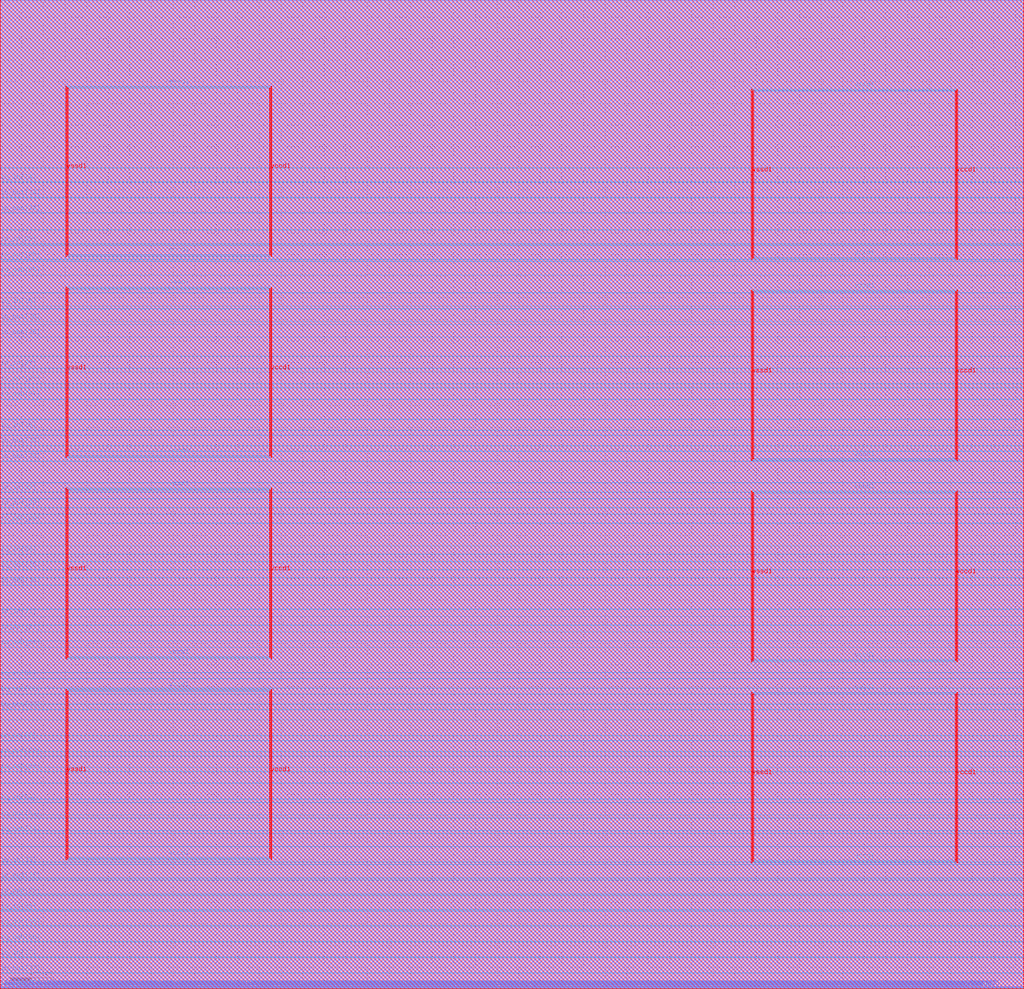
<source format=lef>
##
## LEF for PtnCells ;
## created by Innovus v20.10-p004_1 on Sat Mar 19 10:26:32 2022
##

VERSION 5.8 ;

BUSBITCHARS "[]" ;
DIVIDERCHAR "/" ;

MACRO azadi_soc_top_caravel
  CLASS BLOCK ;
  SIZE 2369.460000 BY 2290.240000 ;
  FOREIGN azadi_soc_top_caravel 0.000000 0.000000 ;
  ORIGIN 0 0 ;
  SYMMETRY X Y R90 ;
  PIN wb_clk_i
    DIRECTION INPUT ;
    USE SIGNAL ;
    PORT
      LAYER met2 ;
        RECT 4.430000 0.000000 4.570000 0.490000 ;
    END
  END wb_clk_i
  PIN wb_rst_i
    DIRECTION INPUT ;
    USE SIGNAL ;
    PORT
      LAYER met2 ;
        RECT 1.530000 0.000000 1.670000 0.490000 ;
    END
  END wb_rst_i
  PIN wbs_stb_i
    DIRECTION INPUT ;
    USE SIGNAL ;
    PORT
      LAYER met2 ;
        RECT 468.230000 0.000000 468.370000 0.490000 ;
    END
  END wbs_stb_i
  PIN wbs_cyc_i
    DIRECTION INPUT ;
    USE SIGNAL ;
    PORT
      LAYER met2 ;
        RECT 157.530000 0.000000 157.670000 0.490000 ;
    END
  END wbs_cyc_i
  PIN wbs_we_i
    DIRECTION INPUT ;
    USE SIGNAL ;
    PORT
      LAYER met2 ;
        RECT 472.730000 0.000000 472.870000 0.490000 ;
    END
  END wbs_we_i
  PIN wbs_sel_i[3]
    DIRECTION INPUT ;
    USE SIGNAL ;
    PORT
      LAYER met2 ;
        RECT 463.730000 0.000000 463.870000 0.490000 ;
    END
  END wbs_sel_i[3]
  PIN wbs_sel_i[2]
    DIRECTION INPUT ;
    USE SIGNAL ;
    PORT
      LAYER met2 ;
        RECT 459.230000 0.000000 459.370000 0.490000 ;
    END
  END wbs_sel_i[2]
  PIN wbs_sel_i[1]
    DIRECTION INPUT ;
    USE SIGNAL ;
    PORT
      LAYER met2 ;
        RECT 454.730000 0.000000 454.870000 0.490000 ;
    END
  END wbs_sel_i[1]
  PIN wbs_sel_i[0]
    DIRECTION INPUT ;
    USE SIGNAL ;
    PORT
      LAYER met2 ;
        RECT 450.230000 0.000000 450.370000 0.490000 ;
    END
  END wbs_sel_i[0]
  PIN wbs_dat_i[31]
    DIRECTION INPUT ;
    USE SIGNAL ;
    PORT
      LAYER met2 ;
        RECT 301.630000 0.000000 301.770000 0.490000 ;
    END
  END wbs_dat_i[31]
  PIN wbs_dat_i[30]
    DIRECTION INPUT ;
    USE SIGNAL ;
    PORT
      LAYER met2 ;
        RECT 297.130000 0.000000 297.270000 0.490000 ;
    END
  END wbs_dat_i[30]
  PIN wbs_dat_i[29]
    DIRECTION INPUT ;
    USE SIGNAL ;
    PORT
      LAYER met2 ;
        RECT 292.530000 0.000000 292.670000 0.490000 ;
    END
  END wbs_dat_i[29]
  PIN wbs_dat_i[28]
    DIRECTION INPUT ;
    USE SIGNAL ;
    PORT
      LAYER met2 ;
        RECT 288.030000 0.000000 288.170000 0.490000 ;
    END
  END wbs_dat_i[28]
  PIN wbs_dat_i[27]
    DIRECTION INPUT ;
    USE SIGNAL ;
    PORT
      LAYER met2 ;
        RECT 283.530000 0.000000 283.670000 0.490000 ;
    END
  END wbs_dat_i[27]
  PIN wbs_dat_i[26]
    DIRECTION INPUT ;
    USE SIGNAL ;
    PORT
      LAYER met2 ;
        RECT 279.030000 0.000000 279.170000 0.490000 ;
    END
  END wbs_dat_i[26]
  PIN wbs_dat_i[25]
    DIRECTION INPUT ;
    USE SIGNAL ;
    PORT
      LAYER met2 ;
        RECT 274.530000 0.000000 274.670000 0.490000 ;
    END
  END wbs_dat_i[25]
  PIN wbs_dat_i[24]
    DIRECTION INPUT ;
    USE SIGNAL ;
    PORT
      LAYER met2 ;
        RECT 270.030000 0.000000 270.170000 0.490000 ;
    END
  END wbs_dat_i[24]
  PIN wbs_dat_i[23]
    DIRECTION INPUT ;
    USE SIGNAL ;
    PORT
      LAYER met2 ;
        RECT 265.530000 0.000000 265.670000 0.490000 ;
    END
  END wbs_dat_i[23]
  PIN wbs_dat_i[22]
    DIRECTION INPUT ;
    USE SIGNAL ;
    PORT
      LAYER met2 ;
        RECT 261.030000 0.000000 261.170000 0.490000 ;
    END
  END wbs_dat_i[22]
  PIN wbs_dat_i[21]
    DIRECTION INPUT ;
    USE SIGNAL ;
    PORT
      LAYER met2 ;
        RECT 256.530000 0.000000 256.670000 0.490000 ;
    END
  END wbs_dat_i[21]
  PIN wbs_dat_i[20]
    DIRECTION INPUT ;
    USE SIGNAL ;
    PORT
      LAYER met2 ;
        RECT 252.030000 0.000000 252.170000 0.490000 ;
    END
  END wbs_dat_i[20]
  PIN wbs_dat_i[19]
    DIRECTION INPUT ;
    USE SIGNAL ;
    PORT
      LAYER met2 ;
        RECT 247.530000 0.000000 247.670000 0.490000 ;
    END
  END wbs_dat_i[19]
  PIN wbs_dat_i[18]
    DIRECTION INPUT ;
    USE SIGNAL ;
    PORT
      LAYER met2 ;
        RECT 243.030000 0.000000 243.170000 0.490000 ;
    END
  END wbs_dat_i[18]
  PIN wbs_dat_i[17]
    DIRECTION INPUT ;
    USE SIGNAL ;
    PORT
      LAYER met2 ;
        RECT 238.530000 0.000000 238.670000 0.490000 ;
    END
  END wbs_dat_i[17]
  PIN wbs_dat_i[16]
    DIRECTION INPUT ;
    USE SIGNAL ;
    PORT
      LAYER met2 ;
        RECT 234.030000 0.000000 234.170000 0.490000 ;
    END
  END wbs_dat_i[16]
  PIN wbs_dat_i[15]
    DIRECTION INPUT ;
    USE SIGNAL ;
    PORT
      LAYER met2 ;
        RECT 229.530000 0.000000 229.670000 0.490000 ;
    END
  END wbs_dat_i[15]
  PIN wbs_dat_i[14]
    DIRECTION INPUT ;
    USE SIGNAL ;
    PORT
      LAYER met2 ;
        RECT 225.030000 0.000000 225.170000 0.490000 ;
    END
  END wbs_dat_i[14]
  PIN wbs_dat_i[13]
    DIRECTION INPUT ;
    USE SIGNAL ;
    PORT
      LAYER met2 ;
        RECT 220.530000 0.000000 220.670000 0.490000 ;
    END
  END wbs_dat_i[13]
  PIN wbs_dat_i[12]
    DIRECTION INPUT ;
    USE SIGNAL ;
    PORT
      LAYER met2 ;
        RECT 216.030000 0.000000 216.170000 0.490000 ;
    END
  END wbs_dat_i[12]
  PIN wbs_dat_i[11]
    DIRECTION INPUT ;
    USE SIGNAL ;
    PORT
      LAYER met2 ;
        RECT 211.530000 0.000000 211.670000 0.490000 ;
    END
  END wbs_dat_i[11]
  PIN wbs_dat_i[10]
    DIRECTION INPUT ;
    USE SIGNAL ;
    PORT
      LAYER met2 ;
        RECT 207.030000 0.000000 207.170000 0.490000 ;
    END
  END wbs_dat_i[10]
  PIN wbs_dat_i[9]
    DIRECTION INPUT ;
    USE SIGNAL ;
    PORT
      LAYER met2 ;
        RECT 202.530000 0.000000 202.670000 0.490000 ;
    END
  END wbs_dat_i[9]
  PIN wbs_dat_i[8]
    DIRECTION INPUT ;
    USE SIGNAL ;
    PORT
      LAYER met2 ;
        RECT 198.030000 0.000000 198.170000 0.490000 ;
    END
  END wbs_dat_i[8]
  PIN wbs_dat_i[7]
    DIRECTION INPUT ;
    USE SIGNAL ;
    PORT
      LAYER met2 ;
        RECT 193.530000 0.000000 193.670000 0.490000 ;
    END
  END wbs_dat_i[7]
  PIN wbs_dat_i[6]
    DIRECTION INPUT ;
    USE SIGNAL ;
    PORT
      LAYER met2 ;
        RECT 189.030000 0.000000 189.170000 0.490000 ;
    END
  END wbs_dat_i[6]
  PIN wbs_dat_i[5]
    DIRECTION INPUT ;
    USE SIGNAL ;
    PORT
      LAYER met2 ;
        RECT 184.530000 0.000000 184.670000 0.490000 ;
    END
  END wbs_dat_i[5]
  PIN wbs_dat_i[4]
    DIRECTION INPUT ;
    USE SIGNAL ;
    PORT
      LAYER met2 ;
        RECT 180.030000 0.000000 180.170000 0.490000 ;
    END
  END wbs_dat_i[4]
  PIN wbs_dat_i[3]
    DIRECTION INPUT ;
    USE SIGNAL ;
    PORT
      LAYER met2 ;
        RECT 175.530000 0.000000 175.670000 0.490000 ;
    END
  END wbs_dat_i[3]
  PIN wbs_dat_i[2]
    DIRECTION INPUT ;
    USE SIGNAL ;
    PORT
      LAYER met2 ;
        RECT 171.030000 0.000000 171.170000 0.490000 ;
    END
  END wbs_dat_i[2]
  PIN wbs_dat_i[1]
    DIRECTION INPUT ;
    USE SIGNAL ;
    PORT
      LAYER met2 ;
        RECT 166.530000 0.000000 166.670000 0.490000 ;
    END
  END wbs_dat_i[1]
  PIN wbs_dat_i[0]
    DIRECTION INPUT ;
    USE SIGNAL ;
    PORT
      LAYER met2 ;
        RECT 162.030000 0.000000 162.170000 0.490000 ;
    END
  END wbs_dat_i[0]
  PIN wbs_adr_i[31]
    DIRECTION INPUT ;
    USE SIGNAL ;
    PORT
      LAYER met2 ;
        RECT 153.030000 0.000000 153.170000 0.490000 ;
    END
  END wbs_adr_i[31]
  PIN wbs_adr_i[30]
    DIRECTION INPUT ;
    USE SIGNAL ;
    PORT
      LAYER met2 ;
        RECT 148.530000 0.000000 148.670000 0.490000 ;
    END
  END wbs_adr_i[30]
  PIN wbs_adr_i[29]
    DIRECTION INPUT ;
    USE SIGNAL ;
    PORT
      LAYER met2 ;
        RECT 143.930000 0.000000 144.070000 0.490000 ;
    END
  END wbs_adr_i[29]
  PIN wbs_adr_i[28]
    DIRECTION INPUT ;
    USE SIGNAL ;
    PORT
      LAYER met2 ;
        RECT 139.430000 0.000000 139.570000 0.490000 ;
    END
  END wbs_adr_i[28]
  PIN wbs_adr_i[27]
    DIRECTION INPUT ;
    USE SIGNAL ;
    PORT
      LAYER met2 ;
        RECT 134.930000 0.000000 135.070000 0.490000 ;
    END
  END wbs_adr_i[27]
  PIN wbs_adr_i[26]
    DIRECTION INPUT ;
    USE SIGNAL ;
    PORT
      LAYER met2 ;
        RECT 130.430000 0.000000 130.570000 0.490000 ;
    END
  END wbs_adr_i[26]
  PIN wbs_adr_i[25]
    DIRECTION INPUT ;
    USE SIGNAL ;
    PORT
      LAYER met2 ;
        RECT 125.930000 0.000000 126.070000 0.490000 ;
    END
  END wbs_adr_i[25]
  PIN wbs_adr_i[24]
    DIRECTION INPUT ;
    USE SIGNAL ;
    PORT
      LAYER met2 ;
        RECT 121.430000 0.000000 121.570000 0.490000 ;
    END
  END wbs_adr_i[24]
  PIN wbs_adr_i[23]
    DIRECTION INPUT ;
    USE SIGNAL ;
    PORT
      LAYER met2 ;
        RECT 116.930000 0.000000 117.070000 0.490000 ;
    END
  END wbs_adr_i[23]
  PIN wbs_adr_i[22]
    DIRECTION INPUT ;
    USE SIGNAL ;
    PORT
      LAYER met2 ;
        RECT 112.430000 0.000000 112.570000 0.490000 ;
    END
  END wbs_adr_i[22]
  PIN wbs_adr_i[21]
    DIRECTION INPUT ;
    USE SIGNAL ;
    PORT
      LAYER met2 ;
        RECT 107.930000 0.000000 108.070000 0.490000 ;
    END
  END wbs_adr_i[21]
  PIN wbs_adr_i[20]
    DIRECTION INPUT ;
    USE SIGNAL ;
    PORT
      LAYER met2 ;
        RECT 103.430000 0.000000 103.570000 0.490000 ;
    END
  END wbs_adr_i[20]
  PIN wbs_adr_i[19]
    DIRECTION INPUT ;
    USE SIGNAL ;
    PORT
      LAYER met2 ;
        RECT 98.930000 0.000000 99.070000 0.490000 ;
    END
  END wbs_adr_i[19]
  PIN wbs_adr_i[18]
    DIRECTION INPUT ;
    USE SIGNAL ;
    PORT
      LAYER met2 ;
        RECT 94.430000 0.000000 94.570000 0.490000 ;
    END
  END wbs_adr_i[18]
  PIN wbs_adr_i[17]
    DIRECTION INPUT ;
    USE SIGNAL ;
    PORT
      LAYER met2 ;
        RECT 89.930000 0.000000 90.070000 0.490000 ;
    END
  END wbs_adr_i[17]
  PIN wbs_adr_i[16]
    DIRECTION INPUT ;
    USE SIGNAL ;
    PORT
      LAYER met2 ;
        RECT 85.430000 0.000000 85.570000 0.490000 ;
    END
  END wbs_adr_i[16]
  PIN wbs_adr_i[15]
    DIRECTION INPUT ;
    USE SIGNAL ;
    PORT
      LAYER met2 ;
        RECT 80.930000 0.000000 81.070000 0.490000 ;
    END
  END wbs_adr_i[15]
  PIN wbs_adr_i[14]
    DIRECTION INPUT ;
    USE SIGNAL ;
    PORT
      LAYER met2 ;
        RECT 76.430000 0.000000 76.570000 0.490000 ;
    END
  END wbs_adr_i[14]
  PIN wbs_adr_i[13]
    DIRECTION INPUT ;
    USE SIGNAL ;
    PORT
      LAYER met2 ;
        RECT 71.930000 0.000000 72.070000 0.490000 ;
    END
  END wbs_adr_i[13]
  PIN wbs_adr_i[12]
    DIRECTION INPUT ;
    USE SIGNAL ;
    PORT
      LAYER met2 ;
        RECT 67.430000 0.000000 67.570000 0.490000 ;
    END
  END wbs_adr_i[12]
  PIN wbs_adr_i[11]
    DIRECTION INPUT ;
    USE SIGNAL ;
    PORT
      LAYER met2 ;
        RECT 62.930000 0.000000 63.070000 0.490000 ;
    END
  END wbs_adr_i[11]
  PIN wbs_adr_i[10]
    DIRECTION INPUT ;
    USE SIGNAL ;
    PORT
      LAYER met2 ;
        RECT 58.430000 0.000000 58.570000 0.490000 ;
    END
  END wbs_adr_i[10]
  PIN wbs_adr_i[9]
    DIRECTION INPUT ;
    USE SIGNAL ;
    PORT
      LAYER met2 ;
        RECT 53.930000 0.000000 54.070000 0.490000 ;
    END
  END wbs_adr_i[9]
  PIN wbs_adr_i[8]
    DIRECTION INPUT ;
    USE SIGNAL ;
    PORT
      LAYER met2 ;
        RECT 49.430000 0.000000 49.570000 0.490000 ;
    END
  END wbs_adr_i[8]
  PIN wbs_adr_i[7]
    DIRECTION INPUT ;
    USE SIGNAL ;
    PORT
      LAYER met2 ;
        RECT 44.930000 0.000000 45.070000 0.490000 ;
    END
  END wbs_adr_i[7]
  PIN wbs_adr_i[6]
    DIRECTION INPUT ;
    USE SIGNAL ;
    PORT
      LAYER met2 ;
        RECT 40.430000 0.000000 40.570000 0.490000 ;
    END
  END wbs_adr_i[6]
  PIN wbs_adr_i[5]
    DIRECTION INPUT ;
    USE SIGNAL ;
    PORT
      LAYER met2 ;
        RECT 35.930000 0.000000 36.070000 0.490000 ;
    END
  END wbs_adr_i[5]
  PIN wbs_adr_i[4]
    DIRECTION INPUT ;
    USE SIGNAL ;
    PORT
      LAYER met2 ;
        RECT 31.430000 0.000000 31.570000 0.490000 ;
    END
  END wbs_adr_i[4]
  PIN wbs_adr_i[3]
    DIRECTION INPUT ;
    USE SIGNAL ;
    PORT
      LAYER met2 ;
        RECT 26.930000 0.000000 27.070000 0.490000 ;
    END
  END wbs_adr_i[3]
  PIN wbs_adr_i[2]
    DIRECTION INPUT ;
    USE SIGNAL ;
    PORT
      LAYER met2 ;
        RECT 22.430000 0.000000 22.570000 0.490000 ;
    END
  END wbs_adr_i[2]
  PIN wbs_adr_i[1]
    DIRECTION INPUT ;
    USE SIGNAL ;
    PORT
      LAYER met2 ;
        RECT 17.930000 0.000000 18.070000 0.490000 ;
    END
  END wbs_adr_i[1]
  PIN wbs_adr_i[0]
    DIRECTION INPUT ;
    USE SIGNAL ;
    PORT
      LAYER met2 ;
        RECT 13.430000 0.000000 13.570000 0.490000 ;
    END
  END wbs_adr_i[0]
  PIN wbs_ack_o
    DIRECTION OUTPUT ;
    USE SIGNAL ;
    PORT
      LAYER met2 ;
        RECT 8.930000 0.000000 9.070000 0.490000 ;
    END
  END wbs_ack_o
  PIN wbs_dat_o[31]
    DIRECTION OUTPUT ;
    USE SIGNAL ;
    PORT
      LAYER met2 ;
        RECT 445.630000 0.000000 445.770000 0.490000 ;
    END
  END wbs_dat_o[31]
  PIN wbs_dat_o[30]
    DIRECTION OUTPUT ;
    USE SIGNAL ;
    PORT
      LAYER met2 ;
        RECT 441.130000 0.000000 441.270000 0.490000 ;
    END
  END wbs_dat_o[30]
  PIN wbs_dat_o[29]
    DIRECTION OUTPUT ;
    USE SIGNAL ;
    PORT
      LAYER met2 ;
        RECT 436.630000 0.000000 436.770000 0.490000 ;
    END
  END wbs_dat_o[29]
  PIN wbs_dat_o[28]
    DIRECTION OUTPUT ;
    USE SIGNAL ;
    PORT
      LAYER met2 ;
        RECT 432.130000 0.000000 432.270000 0.490000 ;
    END
  END wbs_dat_o[28]
  PIN wbs_dat_o[27]
    DIRECTION OUTPUT ;
    USE SIGNAL ;
    PORT
      LAYER met2 ;
        RECT 427.630000 0.000000 427.770000 0.490000 ;
    END
  END wbs_dat_o[27]
  PIN wbs_dat_o[26]
    DIRECTION OUTPUT ;
    USE SIGNAL ;
    PORT
      LAYER met2 ;
        RECT 423.130000 0.000000 423.270000 0.490000 ;
    END
  END wbs_dat_o[26]
  PIN wbs_dat_o[25]
    DIRECTION OUTPUT ;
    USE SIGNAL ;
    PORT
      LAYER met2 ;
        RECT 418.630000 0.000000 418.770000 0.490000 ;
    END
  END wbs_dat_o[25]
  PIN wbs_dat_o[24]
    DIRECTION OUTPUT ;
    USE SIGNAL ;
    PORT
      LAYER met2 ;
        RECT 414.130000 0.000000 414.270000 0.490000 ;
    END
  END wbs_dat_o[24]
  PIN wbs_dat_o[23]
    DIRECTION OUTPUT ;
    USE SIGNAL ;
    PORT
      LAYER met2 ;
        RECT 409.630000 0.000000 409.770000 0.490000 ;
    END
  END wbs_dat_o[23]
  PIN wbs_dat_o[22]
    DIRECTION OUTPUT ;
    USE SIGNAL ;
    PORT
      LAYER met2 ;
        RECT 405.130000 0.000000 405.270000 0.490000 ;
    END
  END wbs_dat_o[22]
  PIN wbs_dat_o[21]
    DIRECTION OUTPUT ;
    USE SIGNAL ;
    PORT
      LAYER met2 ;
        RECT 400.630000 0.000000 400.770000 0.490000 ;
    END
  END wbs_dat_o[21]
  PIN wbs_dat_o[20]
    DIRECTION OUTPUT ;
    USE SIGNAL ;
    PORT
      LAYER met2 ;
        RECT 396.130000 0.000000 396.270000 0.490000 ;
    END
  END wbs_dat_o[20]
  PIN wbs_dat_o[19]
    DIRECTION OUTPUT ;
    USE SIGNAL ;
    PORT
      LAYER met2 ;
        RECT 391.630000 0.000000 391.770000 0.490000 ;
    END
  END wbs_dat_o[19]
  PIN wbs_dat_o[18]
    DIRECTION OUTPUT ;
    USE SIGNAL ;
    PORT
      LAYER met2 ;
        RECT 387.130000 0.000000 387.270000 0.490000 ;
    END
  END wbs_dat_o[18]
  PIN wbs_dat_o[17]
    DIRECTION OUTPUT ;
    USE SIGNAL ;
    PORT
      LAYER met2 ;
        RECT 382.630000 0.000000 382.770000 0.490000 ;
    END
  END wbs_dat_o[17]
  PIN wbs_dat_o[16]
    DIRECTION OUTPUT ;
    USE SIGNAL ;
    PORT
      LAYER met2 ;
        RECT 378.130000 0.000000 378.270000 0.490000 ;
    END
  END wbs_dat_o[16]
  PIN wbs_dat_o[15]
    DIRECTION OUTPUT ;
    USE SIGNAL ;
    PORT
      LAYER met2 ;
        RECT 373.630000 0.000000 373.770000 0.490000 ;
    END
  END wbs_dat_o[15]
  PIN wbs_dat_o[14]
    DIRECTION OUTPUT ;
    USE SIGNAL ;
    PORT
      LAYER met2 ;
        RECT 369.130000 0.000000 369.270000 0.490000 ;
    END
  END wbs_dat_o[14]
  PIN wbs_dat_o[13]
    DIRECTION OUTPUT ;
    USE SIGNAL ;
    PORT
      LAYER met2 ;
        RECT 364.630000 0.000000 364.770000 0.490000 ;
    END
  END wbs_dat_o[13]
  PIN wbs_dat_o[12]
    DIRECTION OUTPUT ;
    USE SIGNAL ;
    PORT
      LAYER met2 ;
        RECT 360.130000 0.000000 360.270000 0.490000 ;
    END
  END wbs_dat_o[12]
  PIN wbs_dat_o[11]
    DIRECTION OUTPUT ;
    USE SIGNAL ;
    PORT
      LAYER met2 ;
        RECT 355.630000 0.000000 355.770000 0.490000 ;
    END
  END wbs_dat_o[11]
  PIN wbs_dat_o[10]
    DIRECTION OUTPUT ;
    USE SIGNAL ;
    PORT
      LAYER met2 ;
        RECT 351.130000 0.000000 351.270000 0.490000 ;
    END
  END wbs_dat_o[10]
  PIN wbs_dat_o[9]
    DIRECTION OUTPUT ;
    USE SIGNAL ;
    PORT
      LAYER met2 ;
        RECT 346.630000 0.000000 346.770000 0.490000 ;
    END
  END wbs_dat_o[9]
  PIN wbs_dat_o[8]
    DIRECTION OUTPUT ;
    USE SIGNAL ;
    PORT
      LAYER met2 ;
        RECT 342.130000 0.000000 342.270000 0.490000 ;
    END
  END wbs_dat_o[8]
  PIN wbs_dat_o[7]
    DIRECTION OUTPUT ;
    USE SIGNAL ;
    PORT
      LAYER met2 ;
        RECT 337.630000 0.000000 337.770000 0.490000 ;
    END
  END wbs_dat_o[7]
  PIN wbs_dat_o[6]
    DIRECTION OUTPUT ;
    USE SIGNAL ;
    PORT
      LAYER met2 ;
        RECT 333.130000 0.000000 333.270000 0.490000 ;
    END
  END wbs_dat_o[6]
  PIN wbs_dat_o[5]
    DIRECTION OUTPUT ;
    USE SIGNAL ;
    PORT
      LAYER met2 ;
        RECT 328.630000 0.000000 328.770000 0.490000 ;
    END
  END wbs_dat_o[5]
  PIN wbs_dat_o[4]
    DIRECTION OUTPUT ;
    USE SIGNAL ;
    PORT
      LAYER met2 ;
        RECT 324.130000 0.000000 324.270000 0.490000 ;
    END
  END wbs_dat_o[4]
  PIN wbs_dat_o[3]
    DIRECTION OUTPUT ;
    USE SIGNAL ;
    PORT
      LAYER met2 ;
        RECT 319.630000 0.000000 319.770000 0.490000 ;
    END
  END wbs_dat_o[3]
  PIN wbs_dat_o[2]
    DIRECTION OUTPUT ;
    USE SIGNAL ;
    PORT
      LAYER met2 ;
        RECT 315.130000 0.000000 315.270000 0.490000 ;
    END
  END wbs_dat_o[2]
  PIN wbs_dat_o[1]
    DIRECTION OUTPUT ;
    USE SIGNAL ;
    PORT
      LAYER met2 ;
        RECT 310.630000 0.000000 310.770000 0.490000 ;
    END
  END wbs_dat_o[1]
  PIN wbs_dat_o[0]
    DIRECTION OUTPUT ;
    USE SIGNAL ;
    PORT
      LAYER met2 ;
        RECT 306.130000 0.000000 306.270000 0.490000 ;
    END
  END wbs_dat_o[0]
  PIN la_data_in[127]
    DIRECTION INPUT ;
    USE SIGNAL ;
    PORT
      LAYER met2 ;
        RECT 1049.130000 0.000000 1049.270000 0.490000 ;
    END
  END la_data_in[127]
  PIN la_data_in[126]
    DIRECTION INPUT ;
    USE SIGNAL ;
    PORT
      LAYER met2 ;
        RECT 1044.530000 0.000000 1044.670000 0.490000 ;
    END
  END la_data_in[126]
  PIN la_data_in[125]
    DIRECTION INPUT ;
    USE SIGNAL ;
    PORT
      LAYER met2 ;
        RECT 1040.030000 0.000000 1040.170000 0.490000 ;
    END
  END la_data_in[125]
  PIN la_data_in[124]
    DIRECTION INPUT ;
    USE SIGNAL ;
    PORT
      LAYER met2 ;
        RECT 1035.530000 0.000000 1035.670000 0.490000 ;
    END
  END la_data_in[124]
  PIN la_data_in[123]
    DIRECTION INPUT ;
    USE SIGNAL ;
    PORT
      LAYER met2 ;
        RECT 1031.030000 0.000000 1031.170000 0.490000 ;
    END
  END la_data_in[123]
  PIN la_data_in[122]
    DIRECTION INPUT ;
    USE SIGNAL ;
    PORT
      LAYER met2 ;
        RECT 1026.530000 0.000000 1026.670000 0.490000 ;
    END
  END la_data_in[122]
  PIN la_data_in[121]
    DIRECTION INPUT ;
    USE SIGNAL ;
    PORT
      LAYER met2 ;
        RECT 1022.030000 0.000000 1022.170000 0.490000 ;
    END
  END la_data_in[121]
  PIN la_data_in[120]
    DIRECTION INPUT ;
    USE SIGNAL ;
    PORT
      LAYER met2 ;
        RECT 1017.530000 0.000000 1017.670000 0.490000 ;
    END
  END la_data_in[120]
  PIN la_data_in[119]
    DIRECTION INPUT ;
    USE SIGNAL ;
    PORT
      LAYER met2 ;
        RECT 1013.030000 0.000000 1013.170000 0.490000 ;
    END
  END la_data_in[119]
  PIN la_data_in[118]
    DIRECTION INPUT ;
    USE SIGNAL ;
    PORT
      LAYER met2 ;
        RECT 1008.530000 0.000000 1008.670000 0.490000 ;
    END
  END la_data_in[118]
  PIN la_data_in[117]
    DIRECTION INPUT ;
    USE SIGNAL ;
    PORT
      LAYER met2 ;
        RECT 1004.030000 0.000000 1004.170000 0.490000 ;
    END
  END la_data_in[117]
  PIN la_data_in[116]
    DIRECTION INPUT ;
    USE SIGNAL ;
    PORT
      LAYER met2 ;
        RECT 999.530000 0.000000 999.670000 0.490000 ;
    END
  END la_data_in[116]
  PIN la_data_in[115]
    DIRECTION INPUT ;
    USE SIGNAL ;
    PORT
      LAYER met2 ;
        RECT 995.030000 0.000000 995.170000 0.490000 ;
    END
  END la_data_in[115]
  PIN la_data_in[114]
    DIRECTION INPUT ;
    USE SIGNAL ;
    PORT
      LAYER met2 ;
        RECT 990.530000 0.000000 990.670000 0.490000 ;
    END
  END la_data_in[114]
  PIN la_data_in[113]
    DIRECTION INPUT ;
    USE SIGNAL ;
    PORT
      LAYER met2 ;
        RECT 986.030000 0.000000 986.170000 0.490000 ;
    END
  END la_data_in[113]
  PIN la_data_in[112]
    DIRECTION INPUT ;
    USE SIGNAL ;
    PORT
      LAYER met2 ;
        RECT 981.530000 0.000000 981.670000 0.490000 ;
    END
  END la_data_in[112]
  PIN la_data_in[111]
    DIRECTION INPUT ;
    USE SIGNAL ;
    PORT
      LAYER met2 ;
        RECT 977.030000 0.000000 977.170000 0.490000 ;
    END
  END la_data_in[111]
  PIN la_data_in[110]
    DIRECTION INPUT ;
    USE SIGNAL ;
    PORT
      LAYER met2 ;
        RECT 972.530000 0.000000 972.670000 0.490000 ;
    END
  END la_data_in[110]
  PIN la_data_in[109]
    DIRECTION INPUT ;
    USE SIGNAL ;
    PORT
      LAYER met2 ;
        RECT 968.030000 0.000000 968.170000 0.490000 ;
    END
  END la_data_in[109]
  PIN la_data_in[108]
    DIRECTION INPUT ;
    USE SIGNAL ;
    PORT
      LAYER met2 ;
        RECT 963.530000 0.000000 963.670000 0.490000 ;
    END
  END la_data_in[108]
  PIN la_data_in[107]
    DIRECTION INPUT ;
    USE SIGNAL ;
    PORT
      LAYER met2 ;
        RECT 959.030000 0.000000 959.170000 0.490000 ;
    END
  END la_data_in[107]
  PIN la_data_in[106]
    DIRECTION INPUT ;
    USE SIGNAL ;
    PORT
      LAYER met2 ;
        RECT 954.530000 0.000000 954.670000 0.490000 ;
    END
  END la_data_in[106]
  PIN la_data_in[105]
    DIRECTION INPUT ;
    USE SIGNAL ;
    PORT
      LAYER met2 ;
        RECT 950.030000 0.000000 950.170000 0.490000 ;
    END
  END la_data_in[105]
  PIN la_data_in[104]
    DIRECTION INPUT ;
    USE SIGNAL ;
    PORT
      LAYER met2 ;
        RECT 945.530000 0.000000 945.670000 0.490000 ;
    END
  END la_data_in[104]
  PIN la_data_in[103]
    DIRECTION INPUT ;
    USE SIGNAL ;
    PORT
      LAYER met2 ;
        RECT 941.030000 0.000000 941.170000 0.490000 ;
    END
  END la_data_in[103]
  PIN la_data_in[102]
    DIRECTION INPUT ;
    USE SIGNAL ;
    PORT
      LAYER met2 ;
        RECT 936.530000 0.000000 936.670000 0.490000 ;
    END
  END la_data_in[102]
  PIN la_data_in[101]
    DIRECTION INPUT ;
    USE SIGNAL ;
    PORT
      LAYER met2 ;
        RECT 932.030000 0.000000 932.170000 0.490000 ;
    END
  END la_data_in[101]
  PIN la_data_in[100]
    DIRECTION INPUT ;
    USE SIGNAL ;
    PORT
      LAYER met2 ;
        RECT 927.530000 0.000000 927.670000 0.490000 ;
    END
  END la_data_in[100]
  PIN la_data_in[99]
    DIRECTION INPUT ;
    USE SIGNAL ;
    PORT
      LAYER met2 ;
        RECT 923.030000 0.000000 923.170000 0.490000 ;
    END
  END la_data_in[99]
  PIN la_data_in[98]
    DIRECTION INPUT ;
    USE SIGNAL ;
    PORT
      LAYER met2 ;
        RECT 918.530000 0.000000 918.670000 0.490000 ;
    END
  END la_data_in[98]
  PIN la_data_in[97]
    DIRECTION INPUT ;
    USE SIGNAL ;
    PORT
      LAYER met2 ;
        RECT 914.030000 0.000000 914.170000 0.490000 ;
    END
  END la_data_in[97]
  PIN la_data_in[96]
    DIRECTION INPUT ;
    USE SIGNAL ;
    PORT
      LAYER met2 ;
        RECT 909.530000 0.000000 909.670000 0.490000 ;
    END
  END la_data_in[96]
  PIN la_data_in[95]
    DIRECTION INPUT ;
    USE SIGNAL ;
    PORT
      LAYER met2 ;
        RECT 905.030000 0.000000 905.170000 0.490000 ;
    END
  END la_data_in[95]
  PIN la_data_in[94]
    DIRECTION INPUT ;
    USE SIGNAL ;
    PORT
      LAYER met2 ;
        RECT 900.530000 0.000000 900.670000 0.490000 ;
    END
  END la_data_in[94]
  PIN la_data_in[93]
    DIRECTION INPUT ;
    USE SIGNAL ;
    PORT
      LAYER met2 ;
        RECT 895.930000 0.000000 896.070000 0.490000 ;
    END
  END la_data_in[93]
  PIN la_data_in[92]
    DIRECTION INPUT ;
    USE SIGNAL ;
    PORT
      LAYER met2 ;
        RECT 891.430000 0.000000 891.570000 0.490000 ;
    END
  END la_data_in[92]
  PIN la_data_in[91]
    DIRECTION INPUT ;
    USE SIGNAL ;
    PORT
      LAYER met2 ;
        RECT 886.930000 0.000000 887.070000 0.490000 ;
    END
  END la_data_in[91]
  PIN la_data_in[90]
    DIRECTION INPUT ;
    USE SIGNAL ;
    PORT
      LAYER met2 ;
        RECT 882.430000 0.000000 882.570000 0.490000 ;
    END
  END la_data_in[90]
  PIN la_data_in[89]
    DIRECTION INPUT ;
    USE SIGNAL ;
    PORT
      LAYER met2 ;
        RECT 877.930000 0.000000 878.070000 0.490000 ;
    END
  END la_data_in[89]
  PIN la_data_in[88]
    DIRECTION INPUT ;
    USE SIGNAL ;
    PORT
      LAYER met2 ;
        RECT 873.430000 0.000000 873.570000 0.490000 ;
    END
  END la_data_in[88]
  PIN la_data_in[87]
    DIRECTION INPUT ;
    USE SIGNAL ;
    PORT
      LAYER met2 ;
        RECT 868.930000 0.000000 869.070000 0.490000 ;
    END
  END la_data_in[87]
  PIN la_data_in[86]
    DIRECTION INPUT ;
    USE SIGNAL ;
    PORT
      LAYER met2 ;
        RECT 864.430000 0.000000 864.570000 0.490000 ;
    END
  END la_data_in[86]
  PIN la_data_in[85]
    DIRECTION INPUT ;
    USE SIGNAL ;
    PORT
      LAYER met2 ;
        RECT 859.930000 0.000000 860.070000 0.490000 ;
    END
  END la_data_in[85]
  PIN la_data_in[84]
    DIRECTION INPUT ;
    USE SIGNAL ;
    PORT
      LAYER met2 ;
        RECT 855.430000 0.000000 855.570000 0.490000 ;
    END
  END la_data_in[84]
  PIN la_data_in[83]
    DIRECTION INPUT ;
    USE SIGNAL ;
    PORT
      LAYER met2 ;
        RECT 850.930000 0.000000 851.070000 0.490000 ;
    END
  END la_data_in[83]
  PIN la_data_in[82]
    DIRECTION INPUT ;
    USE SIGNAL ;
    PORT
      LAYER met2 ;
        RECT 846.430000 0.000000 846.570000 0.490000 ;
    END
  END la_data_in[82]
  PIN la_data_in[81]
    DIRECTION INPUT ;
    USE SIGNAL ;
    PORT
      LAYER met2 ;
        RECT 841.930000 0.000000 842.070000 0.490000 ;
    END
  END la_data_in[81]
  PIN la_data_in[80]
    DIRECTION INPUT ;
    USE SIGNAL ;
    PORT
      LAYER met2 ;
        RECT 837.430000 0.000000 837.570000 0.490000 ;
    END
  END la_data_in[80]
  PIN la_data_in[79]
    DIRECTION INPUT ;
    USE SIGNAL ;
    PORT
      LAYER met2 ;
        RECT 832.930000 0.000000 833.070000 0.490000 ;
    END
  END la_data_in[79]
  PIN la_data_in[78]
    DIRECTION INPUT ;
    USE SIGNAL ;
    PORT
      LAYER met2 ;
        RECT 828.430000 0.000000 828.570000 0.490000 ;
    END
  END la_data_in[78]
  PIN la_data_in[77]
    DIRECTION INPUT ;
    USE SIGNAL ;
    PORT
      LAYER met2 ;
        RECT 823.930000 0.000000 824.070000 0.490000 ;
    END
  END la_data_in[77]
  PIN la_data_in[76]
    DIRECTION INPUT ;
    USE SIGNAL ;
    PORT
      LAYER met2 ;
        RECT 819.430000 0.000000 819.570000 0.490000 ;
    END
  END la_data_in[76]
  PIN la_data_in[75]
    DIRECTION INPUT ;
    USE SIGNAL ;
    PORT
      LAYER met2 ;
        RECT 814.930000 0.000000 815.070000 0.490000 ;
    END
  END la_data_in[75]
  PIN la_data_in[74]
    DIRECTION INPUT ;
    USE SIGNAL ;
    PORT
      LAYER met2 ;
        RECT 810.430000 0.000000 810.570000 0.490000 ;
    END
  END la_data_in[74]
  PIN la_data_in[73]
    DIRECTION INPUT ;
    USE SIGNAL ;
    PORT
      LAYER met2 ;
        RECT 805.930000 0.000000 806.070000 0.490000 ;
    END
  END la_data_in[73]
  PIN la_data_in[72]
    DIRECTION INPUT ;
    USE SIGNAL ;
    PORT
      LAYER met2 ;
        RECT 801.430000 0.000000 801.570000 0.490000 ;
    END
  END la_data_in[72]
  PIN la_data_in[71]
    DIRECTION INPUT ;
    USE SIGNAL ;
    PORT
      LAYER met2 ;
        RECT 796.930000 0.000000 797.070000 0.490000 ;
    END
  END la_data_in[71]
  PIN la_data_in[70]
    DIRECTION INPUT ;
    USE SIGNAL ;
    PORT
      LAYER met2 ;
        RECT 792.430000 0.000000 792.570000 0.490000 ;
    END
  END la_data_in[70]
  PIN la_data_in[69]
    DIRECTION INPUT ;
    USE SIGNAL ;
    PORT
      LAYER met2 ;
        RECT 787.930000 0.000000 788.070000 0.490000 ;
    END
  END la_data_in[69]
  PIN la_data_in[68]
    DIRECTION INPUT ;
    USE SIGNAL ;
    PORT
      LAYER met2 ;
        RECT 783.430000 0.000000 783.570000 0.490000 ;
    END
  END la_data_in[68]
  PIN la_data_in[67]
    DIRECTION INPUT ;
    USE SIGNAL ;
    PORT
      LAYER met2 ;
        RECT 778.930000 0.000000 779.070000 0.490000 ;
    END
  END la_data_in[67]
  PIN la_data_in[66]
    DIRECTION INPUT ;
    USE SIGNAL ;
    PORT
      LAYER met2 ;
        RECT 774.430000 0.000000 774.570000 0.490000 ;
    END
  END la_data_in[66]
  PIN la_data_in[65]
    DIRECTION INPUT ;
    USE SIGNAL ;
    PORT
      LAYER met2 ;
        RECT 769.930000 0.000000 770.070000 0.490000 ;
    END
  END la_data_in[65]
  PIN la_data_in[64]
    DIRECTION INPUT ;
    USE SIGNAL ;
    PORT
      LAYER met2 ;
        RECT 765.430000 0.000000 765.570000 0.490000 ;
    END
  END la_data_in[64]
  PIN la_data_in[63]
    DIRECTION INPUT ;
    USE SIGNAL ;
    PORT
      LAYER met2 ;
        RECT 760.930000 0.000000 761.070000 0.490000 ;
    END
  END la_data_in[63]
  PIN la_data_in[62]
    DIRECTION INPUT ;
    USE SIGNAL ;
    PORT
      LAYER met2 ;
        RECT 756.430000 0.000000 756.570000 0.490000 ;
    END
  END la_data_in[62]
  PIN la_data_in[61]
    DIRECTION INPUT ;
    USE SIGNAL ;
    PORT
      LAYER met2 ;
        RECT 751.930000 0.000000 752.070000 0.490000 ;
    END
  END la_data_in[61]
  PIN la_data_in[60]
    DIRECTION INPUT ;
    USE SIGNAL ;
    PORT
      LAYER met2 ;
        RECT 747.430000 0.000000 747.570000 0.490000 ;
    END
  END la_data_in[60]
  PIN la_data_in[59]
    DIRECTION INPUT ;
    USE SIGNAL ;
    PORT
      LAYER met2 ;
        RECT 742.830000 0.000000 742.970000 0.490000 ;
    END
  END la_data_in[59]
  PIN la_data_in[58]
    DIRECTION INPUT ;
    USE SIGNAL ;
    PORT
      LAYER met2 ;
        RECT 738.330000 0.000000 738.470000 0.490000 ;
    END
  END la_data_in[58]
  PIN la_data_in[57]
    DIRECTION INPUT ;
    USE SIGNAL ;
    PORT
      LAYER met2 ;
        RECT 733.830000 0.000000 733.970000 0.490000 ;
    END
  END la_data_in[57]
  PIN la_data_in[56]
    DIRECTION INPUT ;
    USE SIGNAL ;
    PORT
      LAYER met2 ;
        RECT 729.330000 0.000000 729.470000 0.490000 ;
    END
  END la_data_in[56]
  PIN la_data_in[55]
    DIRECTION INPUT ;
    USE SIGNAL ;
    PORT
      LAYER met2 ;
        RECT 724.830000 0.000000 724.970000 0.490000 ;
    END
  END la_data_in[55]
  PIN la_data_in[54]
    DIRECTION INPUT ;
    USE SIGNAL ;
    PORT
      LAYER met2 ;
        RECT 720.330000 0.000000 720.470000 0.490000 ;
    END
  END la_data_in[54]
  PIN la_data_in[53]
    DIRECTION INPUT ;
    USE SIGNAL ;
    PORT
      LAYER met2 ;
        RECT 715.830000 0.000000 715.970000 0.490000 ;
    END
  END la_data_in[53]
  PIN la_data_in[52]
    DIRECTION INPUT ;
    USE SIGNAL ;
    PORT
      LAYER met2 ;
        RECT 711.330000 0.000000 711.470000 0.490000 ;
    END
  END la_data_in[52]
  PIN la_data_in[51]
    DIRECTION INPUT ;
    USE SIGNAL ;
    PORT
      LAYER met2 ;
        RECT 706.830000 0.000000 706.970000 0.490000 ;
    END
  END la_data_in[51]
  PIN la_data_in[50]
    DIRECTION INPUT ;
    USE SIGNAL ;
    PORT
      LAYER met2 ;
        RECT 702.330000 0.000000 702.470000 0.490000 ;
    END
  END la_data_in[50]
  PIN la_data_in[49]
    DIRECTION INPUT ;
    USE SIGNAL ;
    PORT
      LAYER met2 ;
        RECT 697.830000 0.000000 697.970000 0.490000 ;
    END
  END la_data_in[49]
  PIN la_data_in[48]
    DIRECTION INPUT ;
    USE SIGNAL ;
    PORT
      LAYER met2 ;
        RECT 693.330000 0.000000 693.470000 0.490000 ;
    END
  END la_data_in[48]
  PIN la_data_in[47]
    DIRECTION INPUT ;
    USE SIGNAL ;
    PORT
      LAYER met2 ;
        RECT 688.830000 0.000000 688.970000 0.490000 ;
    END
  END la_data_in[47]
  PIN la_data_in[46]
    DIRECTION INPUT ;
    USE SIGNAL ;
    PORT
      LAYER met2 ;
        RECT 684.330000 0.000000 684.470000 0.490000 ;
    END
  END la_data_in[46]
  PIN la_data_in[45]
    DIRECTION INPUT ;
    USE SIGNAL ;
    PORT
      LAYER met2 ;
        RECT 679.830000 0.000000 679.970000 0.490000 ;
    END
  END la_data_in[45]
  PIN la_data_in[44]
    DIRECTION INPUT ;
    USE SIGNAL ;
    PORT
      LAYER met2 ;
        RECT 675.330000 0.000000 675.470000 0.490000 ;
    END
  END la_data_in[44]
  PIN la_data_in[43]
    DIRECTION INPUT ;
    USE SIGNAL ;
    PORT
      LAYER met2 ;
        RECT 670.830000 0.000000 670.970000 0.490000 ;
    END
  END la_data_in[43]
  PIN la_data_in[42]
    DIRECTION INPUT ;
    USE SIGNAL ;
    PORT
      LAYER met2 ;
        RECT 666.330000 0.000000 666.470000 0.490000 ;
    END
  END la_data_in[42]
  PIN la_data_in[41]
    DIRECTION INPUT ;
    USE SIGNAL ;
    PORT
      LAYER met2 ;
        RECT 661.830000 0.000000 661.970000 0.490000 ;
    END
  END la_data_in[41]
  PIN la_data_in[40]
    DIRECTION INPUT ;
    USE SIGNAL ;
    PORT
      LAYER met2 ;
        RECT 657.330000 0.000000 657.470000 0.490000 ;
    END
  END la_data_in[40]
  PIN la_data_in[39]
    DIRECTION INPUT ;
    USE SIGNAL ;
    PORT
      LAYER met2 ;
        RECT 652.830000 0.000000 652.970000 0.490000 ;
    END
  END la_data_in[39]
  PIN la_data_in[38]
    DIRECTION INPUT ;
    USE SIGNAL ;
    PORT
      LAYER met2 ;
        RECT 648.330000 0.000000 648.470000 0.490000 ;
    END
  END la_data_in[38]
  PIN la_data_in[37]
    DIRECTION INPUT ;
    USE SIGNAL ;
    PORT
      LAYER met2 ;
        RECT 643.830000 0.000000 643.970000 0.490000 ;
    END
  END la_data_in[37]
  PIN la_data_in[36]
    DIRECTION INPUT ;
    USE SIGNAL ;
    PORT
      LAYER met2 ;
        RECT 639.330000 0.000000 639.470000 0.490000 ;
    END
  END la_data_in[36]
  PIN la_data_in[35]
    DIRECTION INPUT ;
    USE SIGNAL ;
    PORT
      LAYER met2 ;
        RECT 634.830000 0.000000 634.970000 0.490000 ;
    END
  END la_data_in[35]
  PIN la_data_in[34]
    DIRECTION INPUT ;
    USE SIGNAL ;
    PORT
      LAYER met2 ;
        RECT 630.330000 0.000000 630.470000 0.490000 ;
    END
  END la_data_in[34]
  PIN la_data_in[33]
    DIRECTION INPUT ;
    USE SIGNAL ;
    PORT
      LAYER met2 ;
        RECT 625.830000 0.000000 625.970000 0.490000 ;
    END
  END la_data_in[33]
  PIN la_data_in[32]
    DIRECTION INPUT ;
    USE SIGNAL ;
    PORT
      LAYER met2 ;
        RECT 621.330000 0.000000 621.470000 0.490000 ;
    END
  END la_data_in[32]
  PIN la_data_in[31]
    DIRECTION INPUT ;
    USE SIGNAL ;
    PORT
      LAYER met2 ;
        RECT 616.830000 0.000000 616.970000 0.490000 ;
    END
  END la_data_in[31]
  PIN la_data_in[30]
    DIRECTION INPUT ;
    USE SIGNAL ;
    PORT
      LAYER met2 ;
        RECT 612.330000 0.000000 612.470000 0.490000 ;
    END
  END la_data_in[30]
  PIN la_data_in[29]
    DIRECTION INPUT ;
    USE SIGNAL ;
    PORT
      LAYER met2 ;
        RECT 607.830000 0.000000 607.970000 0.490000 ;
    END
  END la_data_in[29]
  PIN la_data_in[28]
    DIRECTION INPUT ;
    USE SIGNAL ;
    PORT
      LAYER met2 ;
        RECT 603.330000 0.000000 603.470000 0.490000 ;
    END
  END la_data_in[28]
  PIN la_data_in[27]
    DIRECTION INPUT ;
    USE SIGNAL ;
    PORT
      LAYER met2 ;
        RECT 598.830000 0.000000 598.970000 0.490000 ;
    END
  END la_data_in[27]
  PIN la_data_in[26]
    DIRECTION INPUT ;
    USE SIGNAL ;
    PORT
      LAYER met2 ;
        RECT 594.230000 0.000000 594.370000 0.490000 ;
    END
  END la_data_in[26]
  PIN la_data_in[25]
    DIRECTION INPUT ;
    USE SIGNAL ;
    PORT
      LAYER met2 ;
        RECT 589.730000 0.000000 589.870000 0.490000 ;
    END
  END la_data_in[25]
  PIN la_data_in[24]
    DIRECTION INPUT ;
    USE SIGNAL ;
    PORT
      LAYER met2 ;
        RECT 585.230000 0.000000 585.370000 0.490000 ;
    END
  END la_data_in[24]
  PIN la_data_in[23]
    DIRECTION INPUT ;
    USE SIGNAL ;
    PORT
      LAYER met2 ;
        RECT 580.730000 0.000000 580.870000 0.490000 ;
    END
  END la_data_in[23]
  PIN la_data_in[22]
    DIRECTION INPUT ;
    USE SIGNAL ;
    PORT
      LAYER met2 ;
        RECT 576.230000 0.000000 576.370000 0.490000 ;
    END
  END la_data_in[22]
  PIN la_data_in[21]
    DIRECTION INPUT ;
    USE SIGNAL ;
    PORT
      LAYER met2 ;
        RECT 571.730000 0.000000 571.870000 0.490000 ;
    END
  END la_data_in[21]
  PIN la_data_in[20]
    DIRECTION INPUT ;
    USE SIGNAL ;
    PORT
      LAYER met2 ;
        RECT 567.230000 0.000000 567.370000 0.490000 ;
    END
  END la_data_in[20]
  PIN la_data_in[19]
    DIRECTION INPUT ;
    USE SIGNAL ;
    PORT
      LAYER met2 ;
        RECT 562.730000 0.000000 562.870000 0.490000 ;
    END
  END la_data_in[19]
  PIN la_data_in[18]
    DIRECTION INPUT ;
    USE SIGNAL ;
    PORT
      LAYER met2 ;
        RECT 558.230000 0.000000 558.370000 0.490000 ;
    END
  END la_data_in[18]
  PIN la_data_in[17]
    DIRECTION INPUT ;
    USE SIGNAL ;
    PORT
      LAYER met2 ;
        RECT 553.730000 0.000000 553.870000 0.490000 ;
    END
  END la_data_in[17]
  PIN la_data_in[16]
    DIRECTION INPUT ;
    USE SIGNAL ;
    PORT
      LAYER met2 ;
        RECT 549.230000 0.000000 549.370000 0.490000 ;
    END
  END la_data_in[16]
  PIN la_data_in[15]
    DIRECTION INPUT ;
    USE SIGNAL ;
    PORT
      LAYER met2 ;
        RECT 544.730000 0.000000 544.870000 0.490000 ;
    END
  END la_data_in[15]
  PIN la_data_in[14]
    DIRECTION INPUT ;
    USE SIGNAL ;
    PORT
      LAYER met2 ;
        RECT 540.230000 0.000000 540.370000 0.490000 ;
    END
  END la_data_in[14]
  PIN la_data_in[13]
    DIRECTION INPUT ;
    USE SIGNAL ;
    PORT
      LAYER met2 ;
        RECT 535.730000 0.000000 535.870000 0.490000 ;
    END
  END la_data_in[13]
  PIN la_data_in[12]
    DIRECTION INPUT ;
    USE SIGNAL ;
    PORT
      LAYER met2 ;
        RECT 531.230000 0.000000 531.370000 0.490000 ;
    END
  END la_data_in[12]
  PIN la_data_in[11]
    DIRECTION INPUT ;
    USE SIGNAL ;
    PORT
      LAYER met2 ;
        RECT 526.730000 0.000000 526.870000 0.490000 ;
    END
  END la_data_in[11]
  PIN la_data_in[10]
    DIRECTION INPUT ;
    USE SIGNAL ;
    PORT
      LAYER met2 ;
        RECT 522.230000 0.000000 522.370000 0.490000 ;
    END
  END la_data_in[10]
  PIN la_data_in[9]
    DIRECTION INPUT ;
    USE SIGNAL ;
    PORT
      LAYER met2 ;
        RECT 517.730000 0.000000 517.870000 0.490000 ;
    END
  END la_data_in[9]
  PIN la_data_in[8]
    DIRECTION INPUT ;
    USE SIGNAL ;
    PORT
      LAYER met2 ;
        RECT 513.230000 0.000000 513.370000 0.490000 ;
    END
  END la_data_in[8]
  PIN la_data_in[7]
    DIRECTION INPUT ;
    USE SIGNAL ;
    PORT
      LAYER met2 ;
        RECT 508.730000 0.000000 508.870000 0.490000 ;
    END
  END la_data_in[7]
  PIN la_data_in[6]
    DIRECTION INPUT ;
    USE SIGNAL ;
    PORT
      LAYER met2 ;
        RECT 504.230000 0.000000 504.370000 0.490000 ;
    END
  END la_data_in[6]
  PIN la_data_in[5]
    DIRECTION INPUT ;
    USE SIGNAL ;
    PORT
      LAYER met2 ;
        RECT 499.730000 0.000000 499.870000 0.490000 ;
    END
  END la_data_in[5]
  PIN la_data_in[4]
    DIRECTION INPUT ;
    USE SIGNAL ;
    PORT
      LAYER met2 ;
        RECT 495.230000 0.000000 495.370000 0.490000 ;
    END
  END la_data_in[4]
  PIN la_data_in[3]
    DIRECTION INPUT ;
    USE SIGNAL ;
    PORT
      LAYER met2 ;
        RECT 490.730000 0.000000 490.870000 0.490000 ;
    END
  END la_data_in[3]
  PIN la_data_in[2]
    DIRECTION INPUT ;
    USE SIGNAL ;
    PORT
      LAYER met2 ;
        RECT 486.230000 0.000000 486.370000 0.490000 ;
    END
  END la_data_in[2]
  PIN la_data_in[1]
    DIRECTION INPUT ;
    USE SIGNAL ;
    PORT
      LAYER met2 ;
        RECT 481.730000 0.000000 481.870000 0.490000 ;
    END
  END la_data_in[1]
  PIN la_data_in[0]
    DIRECTION INPUT ;
    USE SIGNAL ;
    PORT
      LAYER met2 ;
        RECT 477.230000 0.000000 477.370000 0.490000 ;
    END
  END la_data_in[0]
  PIN la_data_out[127]
    DIRECTION OUTPUT ;
    USE SIGNAL ;
    PORT
      LAYER met2 ;
        RECT 1625.430000 0.000000 1625.570000 0.490000 ;
    END
  END la_data_out[127]
  PIN la_data_out[126]
    DIRECTION OUTPUT ;
    USE SIGNAL ;
    PORT
      LAYER met2 ;
        RECT 1620.930000 0.000000 1621.070000 0.490000 ;
    END
  END la_data_out[126]
  PIN la_data_out[125]
    DIRECTION OUTPUT ;
    USE SIGNAL ;
    PORT
      LAYER met2 ;
        RECT 1616.430000 0.000000 1616.570000 0.490000 ;
    END
  END la_data_out[125]
  PIN la_data_out[124]
    DIRECTION OUTPUT ;
    USE SIGNAL ;
    PORT
      LAYER met2 ;
        RECT 1611.930000 0.000000 1612.070000 0.490000 ;
    END
  END la_data_out[124]
  PIN la_data_out[123]
    DIRECTION OUTPUT ;
    USE SIGNAL ;
    PORT
      LAYER met2 ;
        RECT 1607.430000 0.000000 1607.570000 0.490000 ;
    END
  END la_data_out[123]
  PIN la_data_out[122]
    DIRECTION OUTPUT ;
    USE SIGNAL ;
    PORT
      LAYER met2 ;
        RECT 1602.930000 0.000000 1603.070000 0.490000 ;
    END
  END la_data_out[122]
  PIN la_data_out[121]
    DIRECTION OUTPUT ;
    USE SIGNAL ;
    PORT
      LAYER met2 ;
        RECT 1598.430000 0.000000 1598.570000 0.490000 ;
    END
  END la_data_out[121]
  PIN la_data_out[120]
    DIRECTION OUTPUT ;
    USE SIGNAL ;
    PORT
      LAYER met2 ;
        RECT 1593.930000 0.000000 1594.070000 0.490000 ;
    END
  END la_data_out[120]
  PIN la_data_out[119]
    DIRECTION OUTPUT ;
    USE SIGNAL ;
    PORT
      LAYER met2 ;
        RECT 1589.430000 0.000000 1589.570000 0.490000 ;
    END
  END la_data_out[119]
  PIN la_data_out[118]
    DIRECTION OUTPUT ;
    USE SIGNAL ;
    PORT
      LAYER met2 ;
        RECT 1584.930000 0.000000 1585.070000 0.490000 ;
    END
  END la_data_out[118]
  PIN la_data_out[117]
    DIRECTION OUTPUT ;
    USE SIGNAL ;
    PORT
      LAYER met2 ;
        RECT 1580.430000 0.000000 1580.570000 0.490000 ;
    END
  END la_data_out[117]
  PIN la_data_out[116]
    DIRECTION OUTPUT ;
    USE SIGNAL ;
    PORT
      LAYER met2 ;
        RECT 1575.930000 0.000000 1576.070000 0.490000 ;
    END
  END la_data_out[116]
  PIN la_data_out[115]
    DIRECTION OUTPUT ;
    USE SIGNAL ;
    PORT
      LAYER met2 ;
        RECT 1571.430000 0.000000 1571.570000 0.490000 ;
    END
  END la_data_out[115]
  PIN la_data_out[114]
    DIRECTION OUTPUT ;
    USE SIGNAL ;
    PORT
      LAYER met2 ;
        RECT 1566.930000 0.000000 1567.070000 0.490000 ;
    END
  END la_data_out[114]
  PIN la_data_out[113]
    DIRECTION OUTPUT ;
    USE SIGNAL ;
    PORT
      LAYER met2 ;
        RECT 1562.430000 0.000000 1562.570000 0.490000 ;
    END
  END la_data_out[113]
  PIN la_data_out[112]
    DIRECTION OUTPUT ;
    USE SIGNAL ;
    PORT
      LAYER met2 ;
        RECT 1557.930000 0.000000 1558.070000 0.490000 ;
    END
  END la_data_out[112]
  PIN la_data_out[111]
    DIRECTION OUTPUT ;
    USE SIGNAL ;
    PORT
      LAYER met2 ;
        RECT 1553.430000 0.000000 1553.570000 0.490000 ;
    END
  END la_data_out[111]
  PIN la_data_out[110]
    DIRECTION OUTPUT ;
    USE SIGNAL ;
    PORT
      LAYER met2 ;
        RECT 1548.930000 0.000000 1549.070000 0.490000 ;
    END
  END la_data_out[110]
  PIN la_data_out[109]
    DIRECTION OUTPUT ;
    USE SIGNAL ;
    PORT
      LAYER met2 ;
        RECT 1544.430000 0.000000 1544.570000 0.490000 ;
    END
  END la_data_out[109]
  PIN la_data_out[108]
    DIRECTION OUTPUT ;
    USE SIGNAL ;
    PORT
      LAYER met2 ;
        RECT 1539.930000 0.000000 1540.070000 0.490000 ;
    END
  END la_data_out[108]
  PIN la_data_out[107]
    DIRECTION OUTPUT ;
    USE SIGNAL ;
    PORT
      LAYER met2 ;
        RECT 1535.430000 0.000000 1535.570000 0.490000 ;
    END
  END la_data_out[107]
  PIN la_data_out[106]
    DIRECTION OUTPUT ;
    USE SIGNAL ;
    PORT
      LAYER met2 ;
        RECT 1530.930000 0.000000 1531.070000 0.490000 ;
    END
  END la_data_out[106]
  PIN la_data_out[105]
    DIRECTION OUTPUT ;
    USE SIGNAL ;
    PORT
      LAYER met2 ;
        RECT 1526.430000 0.000000 1526.570000 0.490000 ;
    END
  END la_data_out[105]
  PIN la_data_out[104]
    DIRECTION OUTPUT ;
    USE SIGNAL ;
    PORT
      LAYER met2 ;
        RECT 1521.930000 0.000000 1522.070000 0.490000 ;
    END
  END la_data_out[104]
  PIN la_data_out[103]
    DIRECTION OUTPUT ;
    USE SIGNAL ;
    PORT
      LAYER met2 ;
        RECT 1517.430000 0.000000 1517.570000 0.490000 ;
    END
  END la_data_out[103]
  PIN la_data_out[102]
    DIRECTION OUTPUT ;
    USE SIGNAL ;
    PORT
      LAYER met2 ;
        RECT 1512.930000 0.000000 1513.070000 0.490000 ;
    END
  END la_data_out[102]
  PIN la_data_out[101]
    DIRECTION OUTPUT ;
    USE SIGNAL ;
    PORT
      LAYER met2 ;
        RECT 1508.430000 0.000000 1508.570000 0.490000 ;
    END
  END la_data_out[101]
  PIN la_data_out[100]
    DIRECTION OUTPUT ;
    USE SIGNAL ;
    PORT
      LAYER met2 ;
        RECT 1503.930000 0.000000 1504.070000 0.490000 ;
    END
  END la_data_out[100]
  PIN la_data_out[99]
    DIRECTION OUTPUT ;
    USE SIGNAL ;
    PORT
      LAYER met2 ;
        RECT 1499.430000 0.000000 1499.570000 0.490000 ;
    END
  END la_data_out[99]
  PIN la_data_out[98]
    DIRECTION OUTPUT ;
    USE SIGNAL ;
    PORT
      LAYER met2 ;
        RECT 1494.830000 0.000000 1494.970000 0.490000 ;
    END
  END la_data_out[98]
  PIN la_data_out[97]
    DIRECTION OUTPUT ;
    USE SIGNAL ;
    PORT
      LAYER met2 ;
        RECT 1490.330000 0.000000 1490.470000 0.490000 ;
    END
  END la_data_out[97]
  PIN la_data_out[96]
    DIRECTION OUTPUT ;
    USE SIGNAL ;
    PORT
      LAYER met2 ;
        RECT 1485.830000 0.000000 1485.970000 0.490000 ;
    END
  END la_data_out[96]
  PIN la_data_out[95]
    DIRECTION OUTPUT ;
    USE SIGNAL ;
    PORT
      LAYER met2 ;
        RECT 1481.330000 0.000000 1481.470000 0.490000 ;
    END
  END la_data_out[95]
  PIN la_data_out[94]
    DIRECTION OUTPUT ;
    USE SIGNAL ;
    PORT
      LAYER met2 ;
        RECT 1476.830000 0.000000 1476.970000 0.490000 ;
    END
  END la_data_out[94]
  PIN la_data_out[93]
    DIRECTION OUTPUT ;
    USE SIGNAL ;
    PORT
      LAYER met2 ;
        RECT 1472.330000 0.000000 1472.470000 0.490000 ;
    END
  END la_data_out[93]
  PIN la_data_out[92]
    DIRECTION OUTPUT ;
    USE SIGNAL ;
    PORT
      LAYER met2 ;
        RECT 1467.830000 0.000000 1467.970000 0.490000 ;
    END
  END la_data_out[92]
  PIN la_data_out[91]
    DIRECTION OUTPUT ;
    USE SIGNAL ;
    PORT
      LAYER met2 ;
        RECT 1463.330000 0.000000 1463.470000 0.490000 ;
    END
  END la_data_out[91]
  PIN la_data_out[90]
    DIRECTION OUTPUT ;
    USE SIGNAL ;
    PORT
      LAYER met2 ;
        RECT 1458.830000 0.000000 1458.970000 0.490000 ;
    END
  END la_data_out[90]
  PIN la_data_out[89]
    DIRECTION OUTPUT ;
    USE SIGNAL ;
    PORT
      LAYER met2 ;
        RECT 1454.330000 0.000000 1454.470000 0.490000 ;
    END
  END la_data_out[89]
  PIN la_data_out[88]
    DIRECTION OUTPUT ;
    USE SIGNAL ;
    PORT
      LAYER met2 ;
        RECT 1449.830000 0.000000 1449.970000 0.490000 ;
    END
  END la_data_out[88]
  PIN la_data_out[87]
    DIRECTION OUTPUT ;
    USE SIGNAL ;
    PORT
      LAYER met2 ;
        RECT 1445.330000 0.000000 1445.470000 0.490000 ;
    END
  END la_data_out[87]
  PIN la_data_out[86]
    DIRECTION OUTPUT ;
    USE SIGNAL ;
    PORT
      LAYER met2 ;
        RECT 1440.830000 0.000000 1440.970000 0.490000 ;
    END
  END la_data_out[86]
  PIN la_data_out[85]
    DIRECTION OUTPUT ;
    USE SIGNAL ;
    PORT
      LAYER met2 ;
        RECT 1436.330000 0.000000 1436.470000 0.490000 ;
    END
  END la_data_out[85]
  PIN la_data_out[84]
    DIRECTION OUTPUT ;
    USE SIGNAL ;
    PORT
      LAYER met2 ;
        RECT 1431.830000 0.000000 1431.970000 0.490000 ;
    END
  END la_data_out[84]
  PIN la_data_out[83]
    DIRECTION OUTPUT ;
    USE SIGNAL ;
    PORT
      LAYER met2 ;
        RECT 1427.330000 0.000000 1427.470000 0.490000 ;
    END
  END la_data_out[83]
  PIN la_data_out[82]
    DIRECTION OUTPUT ;
    USE SIGNAL ;
    PORT
      LAYER met2 ;
        RECT 1422.830000 0.000000 1422.970000 0.490000 ;
    END
  END la_data_out[82]
  PIN la_data_out[81]
    DIRECTION OUTPUT ;
    USE SIGNAL ;
    PORT
      LAYER met2 ;
        RECT 1418.330000 0.000000 1418.470000 0.490000 ;
    END
  END la_data_out[81]
  PIN la_data_out[80]
    DIRECTION OUTPUT ;
    USE SIGNAL ;
    PORT
      LAYER met2 ;
        RECT 1413.830000 0.000000 1413.970000 0.490000 ;
    END
  END la_data_out[80]
  PIN la_data_out[79]
    DIRECTION OUTPUT ;
    USE SIGNAL ;
    PORT
      LAYER met2 ;
        RECT 1409.330000 0.000000 1409.470000 0.490000 ;
    END
  END la_data_out[79]
  PIN la_data_out[78]
    DIRECTION OUTPUT ;
    USE SIGNAL ;
    PORT
      LAYER met2 ;
        RECT 1404.830000 0.000000 1404.970000 0.490000 ;
    END
  END la_data_out[78]
  PIN la_data_out[77]
    DIRECTION OUTPUT ;
    USE SIGNAL ;
    PORT
      LAYER met2 ;
        RECT 1400.330000 0.000000 1400.470000 0.490000 ;
    END
  END la_data_out[77]
  PIN la_data_out[76]
    DIRECTION OUTPUT ;
    USE SIGNAL ;
    PORT
      LAYER met2 ;
        RECT 1395.830000 0.000000 1395.970000 0.490000 ;
    END
  END la_data_out[76]
  PIN la_data_out[75]
    DIRECTION OUTPUT ;
    USE SIGNAL ;
    PORT
      LAYER met2 ;
        RECT 1391.330000 0.000000 1391.470000 0.490000 ;
    END
  END la_data_out[75]
  PIN la_data_out[74]
    DIRECTION OUTPUT ;
    USE SIGNAL ;
    PORT
      LAYER met2 ;
        RECT 1386.830000 0.000000 1386.970000 0.490000 ;
    END
  END la_data_out[74]
  PIN la_data_out[73]
    DIRECTION OUTPUT ;
    USE SIGNAL ;
    PORT
      LAYER met2 ;
        RECT 1382.330000 0.000000 1382.470000 0.490000 ;
    END
  END la_data_out[73]
  PIN la_data_out[72]
    DIRECTION OUTPUT ;
    USE SIGNAL ;
    PORT
      LAYER met2 ;
        RECT 1377.830000 0.000000 1377.970000 0.490000 ;
    END
  END la_data_out[72]
  PIN la_data_out[71]
    DIRECTION OUTPUT ;
    USE SIGNAL ;
    PORT
      LAYER met2 ;
        RECT 1373.330000 0.000000 1373.470000 0.490000 ;
    END
  END la_data_out[71]
  PIN la_data_out[70]
    DIRECTION OUTPUT ;
    USE SIGNAL ;
    PORT
      LAYER met2 ;
        RECT 1368.830000 0.000000 1368.970000 0.490000 ;
    END
  END la_data_out[70]
  PIN la_data_out[69]
    DIRECTION OUTPUT ;
    USE SIGNAL ;
    PORT
      LAYER met2 ;
        RECT 1364.330000 0.000000 1364.470000 0.490000 ;
    END
  END la_data_out[69]
  PIN la_data_out[68]
    DIRECTION OUTPUT ;
    USE SIGNAL ;
    PORT
      LAYER met2 ;
        RECT 1359.830000 0.000000 1359.970000 0.490000 ;
    END
  END la_data_out[68]
  PIN la_data_out[67]
    DIRECTION OUTPUT ;
    USE SIGNAL ;
    PORT
      LAYER met2 ;
        RECT 1355.330000 0.000000 1355.470000 0.490000 ;
    END
  END la_data_out[67]
  PIN la_data_out[66]
    DIRECTION OUTPUT ;
    USE SIGNAL ;
    PORT
      LAYER met2 ;
        RECT 1350.830000 0.000000 1350.970000 0.490000 ;
    END
  END la_data_out[66]
  PIN la_data_out[65]
    DIRECTION OUTPUT ;
    USE SIGNAL ;
    PORT
      LAYER met2 ;
        RECT 1346.230000 0.000000 1346.370000 0.490000 ;
    END
  END la_data_out[65]
  PIN la_data_out[64]
    DIRECTION OUTPUT ;
    USE SIGNAL ;
    PORT
      LAYER met2 ;
        RECT 1341.730000 0.000000 1341.870000 0.490000 ;
    END
  END la_data_out[64]
  PIN la_data_out[63]
    DIRECTION OUTPUT ;
    USE SIGNAL ;
    PORT
      LAYER met2 ;
        RECT 1337.230000 0.000000 1337.370000 0.490000 ;
    END
  END la_data_out[63]
  PIN la_data_out[62]
    DIRECTION OUTPUT ;
    USE SIGNAL ;
    PORT
      LAYER met2 ;
        RECT 1332.730000 0.000000 1332.870000 0.490000 ;
    END
  END la_data_out[62]
  PIN la_data_out[61]
    DIRECTION OUTPUT ;
    USE SIGNAL ;
    PORT
      LAYER met2 ;
        RECT 1328.230000 0.000000 1328.370000 0.490000 ;
    END
  END la_data_out[61]
  PIN la_data_out[60]
    DIRECTION OUTPUT ;
    USE SIGNAL ;
    PORT
      LAYER met2 ;
        RECT 1323.730000 0.000000 1323.870000 0.490000 ;
    END
  END la_data_out[60]
  PIN la_data_out[59]
    DIRECTION OUTPUT ;
    USE SIGNAL ;
    PORT
      LAYER met2 ;
        RECT 1319.230000 0.000000 1319.370000 0.490000 ;
    END
  END la_data_out[59]
  PIN la_data_out[58]
    DIRECTION OUTPUT ;
    USE SIGNAL ;
    PORT
      LAYER met2 ;
        RECT 1314.730000 0.000000 1314.870000 0.490000 ;
    END
  END la_data_out[58]
  PIN la_data_out[57]
    DIRECTION OUTPUT ;
    USE SIGNAL ;
    PORT
      LAYER met2 ;
        RECT 1310.230000 0.000000 1310.370000 0.490000 ;
    END
  END la_data_out[57]
  PIN la_data_out[56]
    DIRECTION OUTPUT ;
    USE SIGNAL ;
    PORT
      LAYER met2 ;
        RECT 1305.730000 0.000000 1305.870000 0.490000 ;
    END
  END la_data_out[56]
  PIN la_data_out[55]
    DIRECTION OUTPUT ;
    USE SIGNAL ;
    PORT
      LAYER met2 ;
        RECT 1301.230000 0.000000 1301.370000 0.490000 ;
    END
  END la_data_out[55]
  PIN la_data_out[54]
    DIRECTION OUTPUT ;
    USE SIGNAL ;
    PORT
      LAYER met2 ;
        RECT 1296.730000 0.000000 1296.870000 0.490000 ;
    END
  END la_data_out[54]
  PIN la_data_out[53]
    DIRECTION OUTPUT ;
    USE SIGNAL ;
    PORT
      LAYER met2 ;
        RECT 1292.230000 0.000000 1292.370000 0.490000 ;
    END
  END la_data_out[53]
  PIN la_data_out[52]
    DIRECTION OUTPUT ;
    USE SIGNAL ;
    PORT
      LAYER met2 ;
        RECT 1287.730000 0.000000 1287.870000 0.490000 ;
    END
  END la_data_out[52]
  PIN la_data_out[51]
    DIRECTION OUTPUT ;
    USE SIGNAL ;
    PORT
      LAYER met2 ;
        RECT 1283.230000 0.000000 1283.370000 0.490000 ;
    END
  END la_data_out[51]
  PIN la_data_out[50]
    DIRECTION OUTPUT ;
    USE SIGNAL ;
    PORT
      LAYER met2 ;
        RECT 1278.730000 0.000000 1278.870000 0.490000 ;
    END
  END la_data_out[50]
  PIN la_data_out[49]
    DIRECTION OUTPUT ;
    USE SIGNAL ;
    PORT
      LAYER met2 ;
        RECT 1274.230000 0.000000 1274.370000 0.490000 ;
    END
  END la_data_out[49]
  PIN la_data_out[48]
    DIRECTION OUTPUT ;
    USE SIGNAL ;
    PORT
      LAYER met2 ;
        RECT 1269.730000 0.000000 1269.870000 0.490000 ;
    END
  END la_data_out[48]
  PIN la_data_out[47]
    DIRECTION OUTPUT ;
    USE SIGNAL ;
    PORT
      LAYER met2 ;
        RECT 1265.230000 0.000000 1265.370000 0.490000 ;
    END
  END la_data_out[47]
  PIN la_data_out[46]
    DIRECTION OUTPUT ;
    USE SIGNAL ;
    PORT
      LAYER met2 ;
        RECT 1260.730000 0.000000 1260.870000 0.490000 ;
    END
  END la_data_out[46]
  PIN la_data_out[45]
    DIRECTION OUTPUT ;
    USE SIGNAL ;
    PORT
      LAYER met2 ;
        RECT 1256.230000 0.000000 1256.370000 0.490000 ;
    END
  END la_data_out[45]
  PIN la_data_out[44]
    DIRECTION OUTPUT ;
    USE SIGNAL ;
    PORT
      LAYER met2 ;
        RECT 1251.730000 0.000000 1251.870000 0.490000 ;
    END
  END la_data_out[44]
  PIN la_data_out[43]
    DIRECTION OUTPUT ;
    USE SIGNAL ;
    PORT
      LAYER met2 ;
        RECT 1247.230000 0.000000 1247.370000 0.490000 ;
    END
  END la_data_out[43]
  PIN la_data_out[42]
    DIRECTION OUTPUT ;
    USE SIGNAL ;
    PORT
      LAYER met2 ;
        RECT 1242.730000 0.000000 1242.870000 0.490000 ;
    END
  END la_data_out[42]
  PIN la_data_out[41]
    DIRECTION OUTPUT ;
    USE SIGNAL ;
    PORT
      LAYER met2 ;
        RECT 1238.230000 0.000000 1238.370000 0.490000 ;
    END
  END la_data_out[41]
  PIN la_data_out[40]
    DIRECTION OUTPUT ;
    USE SIGNAL ;
    PORT
      LAYER met2 ;
        RECT 1233.730000 0.000000 1233.870000 0.490000 ;
    END
  END la_data_out[40]
  PIN la_data_out[39]
    DIRECTION OUTPUT ;
    USE SIGNAL ;
    PORT
      LAYER met2 ;
        RECT 1229.230000 0.000000 1229.370000 0.490000 ;
    END
  END la_data_out[39]
  PIN la_data_out[38]
    DIRECTION OUTPUT ;
    USE SIGNAL ;
    PORT
      LAYER met2 ;
        RECT 1224.730000 0.000000 1224.870000 0.490000 ;
    END
  END la_data_out[38]
  PIN la_data_out[37]
    DIRECTION OUTPUT ;
    USE SIGNAL ;
    PORT
      LAYER met2 ;
        RECT 1220.230000 0.000000 1220.370000 0.490000 ;
    END
  END la_data_out[37]
  PIN la_data_out[36]
    DIRECTION OUTPUT ;
    USE SIGNAL ;
    PORT
      LAYER met2 ;
        RECT 1215.730000 0.000000 1215.870000 0.490000 ;
    END
  END la_data_out[36]
  PIN la_data_out[35]
    DIRECTION OUTPUT ;
    USE SIGNAL ;
    PORT
      LAYER met2 ;
        RECT 1211.230000 0.000000 1211.370000 0.490000 ;
    END
  END la_data_out[35]
  PIN la_data_out[34]
    DIRECTION OUTPUT ;
    USE SIGNAL ;
    PORT
      LAYER met2 ;
        RECT 1206.730000 0.000000 1206.870000 0.490000 ;
    END
  END la_data_out[34]
  PIN la_data_out[33]
    DIRECTION OUTPUT ;
    USE SIGNAL ;
    PORT
      LAYER met2 ;
        RECT 1202.230000 0.000000 1202.370000 0.490000 ;
    END
  END la_data_out[33]
  PIN la_data_out[32]
    DIRECTION OUTPUT ;
    USE SIGNAL ;
    PORT
      LAYER met2 ;
        RECT 1197.730000 0.000000 1197.870000 0.490000 ;
    END
  END la_data_out[32]
  PIN la_data_out[31]
    DIRECTION OUTPUT ;
    USE SIGNAL ;
    PORT
      LAYER met2 ;
        RECT 1193.130000 0.000000 1193.270000 0.490000 ;
    END
  END la_data_out[31]
  PIN la_data_out[30]
    DIRECTION OUTPUT ;
    USE SIGNAL ;
    PORT
      LAYER met2 ;
        RECT 1188.630000 0.000000 1188.770000 0.490000 ;
    END
  END la_data_out[30]
  PIN la_data_out[29]
    DIRECTION OUTPUT ;
    USE SIGNAL ;
    PORT
      LAYER met2 ;
        RECT 1184.130000 0.000000 1184.270000 0.490000 ;
    END
  END la_data_out[29]
  PIN la_data_out[28]
    DIRECTION OUTPUT ;
    USE SIGNAL ;
    PORT
      LAYER met2 ;
        RECT 1179.630000 0.000000 1179.770000 0.490000 ;
    END
  END la_data_out[28]
  PIN la_data_out[27]
    DIRECTION OUTPUT ;
    USE SIGNAL ;
    PORT
      LAYER met2 ;
        RECT 1175.130000 0.000000 1175.270000 0.490000 ;
    END
  END la_data_out[27]
  PIN la_data_out[26]
    DIRECTION OUTPUT ;
    USE SIGNAL ;
    PORT
      LAYER met2 ;
        RECT 1170.630000 0.000000 1170.770000 0.490000 ;
    END
  END la_data_out[26]
  PIN la_data_out[25]
    DIRECTION OUTPUT ;
    USE SIGNAL ;
    PORT
      LAYER met2 ;
        RECT 1166.130000 0.000000 1166.270000 0.490000 ;
    END
  END la_data_out[25]
  PIN la_data_out[24]
    DIRECTION OUTPUT ;
    USE SIGNAL ;
    PORT
      LAYER met2 ;
        RECT 1161.630000 0.000000 1161.770000 0.490000 ;
    END
  END la_data_out[24]
  PIN la_data_out[23]
    DIRECTION OUTPUT ;
    USE SIGNAL ;
    PORT
      LAYER met2 ;
        RECT 1157.130000 0.000000 1157.270000 0.490000 ;
    END
  END la_data_out[23]
  PIN la_data_out[22]
    DIRECTION OUTPUT ;
    USE SIGNAL ;
    PORT
      LAYER met2 ;
        RECT 1152.630000 0.000000 1152.770000 0.490000 ;
    END
  END la_data_out[22]
  PIN la_data_out[21]
    DIRECTION OUTPUT ;
    USE SIGNAL ;
    PORT
      LAYER met2 ;
        RECT 1148.130000 0.000000 1148.270000 0.490000 ;
    END
  END la_data_out[21]
  PIN la_data_out[20]
    DIRECTION OUTPUT ;
    USE SIGNAL ;
    PORT
      LAYER met2 ;
        RECT 1143.630000 0.000000 1143.770000 0.490000 ;
    END
  END la_data_out[20]
  PIN la_data_out[19]
    DIRECTION OUTPUT ;
    USE SIGNAL ;
    PORT
      LAYER met2 ;
        RECT 1139.130000 0.000000 1139.270000 0.490000 ;
    END
  END la_data_out[19]
  PIN la_data_out[18]
    DIRECTION OUTPUT ;
    USE SIGNAL ;
    PORT
      LAYER met2 ;
        RECT 1134.630000 0.000000 1134.770000 0.490000 ;
    END
  END la_data_out[18]
  PIN la_data_out[17]
    DIRECTION OUTPUT ;
    USE SIGNAL ;
    PORT
      LAYER met2 ;
        RECT 1130.130000 0.000000 1130.270000 0.490000 ;
    END
  END la_data_out[17]
  PIN la_data_out[16]
    DIRECTION OUTPUT ;
    USE SIGNAL ;
    PORT
      LAYER met2 ;
        RECT 1125.630000 0.000000 1125.770000 0.490000 ;
    END
  END la_data_out[16]
  PIN la_data_out[15]
    DIRECTION OUTPUT ;
    USE SIGNAL ;
    PORT
      LAYER met2 ;
        RECT 1121.130000 0.000000 1121.270000 0.490000 ;
    END
  END la_data_out[15]
  PIN la_data_out[14]
    DIRECTION OUTPUT ;
    USE SIGNAL ;
    PORT
      LAYER met2 ;
        RECT 1116.630000 0.000000 1116.770000 0.490000 ;
    END
  END la_data_out[14]
  PIN la_data_out[13]
    DIRECTION OUTPUT ;
    USE SIGNAL ;
    PORT
      LAYER met2 ;
        RECT 1112.130000 0.000000 1112.270000 0.490000 ;
    END
  END la_data_out[13]
  PIN la_data_out[12]
    DIRECTION OUTPUT ;
    USE SIGNAL ;
    PORT
      LAYER met2 ;
        RECT 1107.630000 0.000000 1107.770000 0.490000 ;
    END
  END la_data_out[12]
  PIN la_data_out[11]
    DIRECTION OUTPUT ;
    USE SIGNAL ;
    PORT
      LAYER met2 ;
        RECT 1103.130000 0.000000 1103.270000 0.490000 ;
    END
  END la_data_out[11]
  PIN la_data_out[10]
    DIRECTION OUTPUT ;
    USE SIGNAL ;
    PORT
      LAYER met2 ;
        RECT 1098.630000 0.000000 1098.770000 0.490000 ;
    END
  END la_data_out[10]
  PIN la_data_out[9]
    DIRECTION OUTPUT ;
    USE SIGNAL ;
    PORT
      LAYER met2 ;
        RECT 1094.130000 0.000000 1094.270000 0.490000 ;
    END
  END la_data_out[9]
  PIN la_data_out[8]
    DIRECTION OUTPUT ;
    USE SIGNAL ;
    PORT
      LAYER met2 ;
        RECT 1089.630000 0.000000 1089.770000 0.490000 ;
    END
  END la_data_out[8]
  PIN la_data_out[7]
    DIRECTION OUTPUT ;
    USE SIGNAL ;
    PORT
      LAYER met2 ;
        RECT 1085.130000 0.000000 1085.270000 0.490000 ;
    END
  END la_data_out[7]
  PIN la_data_out[6]
    DIRECTION OUTPUT ;
    USE SIGNAL ;
    PORT
      LAYER met2 ;
        RECT 1080.630000 0.000000 1080.770000 0.490000 ;
    END
  END la_data_out[6]
  PIN la_data_out[5]
    DIRECTION OUTPUT ;
    USE SIGNAL ;
    PORT
      LAYER met2 ;
        RECT 1076.130000 0.000000 1076.270000 0.490000 ;
    END
  END la_data_out[5]
  PIN la_data_out[4]
    DIRECTION OUTPUT ;
    USE SIGNAL ;
    PORT
      LAYER met2 ;
        RECT 1071.630000 0.000000 1071.770000 0.490000 ;
    END
  END la_data_out[4]
  PIN la_data_out[3]
    DIRECTION OUTPUT ;
    USE SIGNAL ;
    PORT
      LAYER met2 ;
        RECT 1067.130000 0.000000 1067.270000 0.490000 ;
    END
  END la_data_out[3]
  PIN la_data_out[2]
    DIRECTION OUTPUT ;
    USE SIGNAL ;
    PORT
      LAYER met2 ;
        RECT 1062.630000 0.000000 1062.770000 0.490000 ;
    END
  END la_data_out[2]
  PIN la_data_out[1]
    DIRECTION OUTPUT ;
    USE SIGNAL ;
    PORT
      LAYER met2 ;
        RECT 1058.130000 0.000000 1058.270000 0.490000 ;
    END
  END la_data_out[1]
  PIN la_data_out[0]
    DIRECTION OUTPUT ;
    USE SIGNAL ;
    PORT
      LAYER met2 ;
        RECT 1053.630000 0.000000 1053.770000 0.490000 ;
    END
  END la_data_out[0]
  PIN la_oenb[127]
    DIRECTION INPUT ;
    USE SIGNAL ;
    PORT
      LAYER met2 ;
        RECT 2201.830000 0.000000 2201.970000 0.490000 ;
    END
  END la_oenb[127]
  PIN la_oenb[126]
    DIRECTION INPUT ;
    USE SIGNAL ;
    PORT
      LAYER met2 ;
        RECT 2197.330000 0.000000 2197.470000 0.490000 ;
    END
  END la_oenb[126]
  PIN la_oenb[125]
    DIRECTION INPUT ;
    USE SIGNAL ;
    PORT
      LAYER met2 ;
        RECT 2192.830000 0.000000 2192.970000 0.490000 ;
    END
  END la_oenb[125]
  PIN la_oenb[124]
    DIRECTION INPUT ;
    USE SIGNAL ;
    PORT
      LAYER met2 ;
        RECT 2188.330000 0.000000 2188.470000 0.490000 ;
    END
  END la_oenb[124]
  PIN la_oenb[123]
    DIRECTION INPUT ;
    USE SIGNAL ;
    PORT
      LAYER met2 ;
        RECT 2183.830000 0.000000 2183.970000 0.490000 ;
    END
  END la_oenb[123]
  PIN la_oenb[122]
    DIRECTION INPUT ;
    USE SIGNAL ;
    PORT
      LAYER met2 ;
        RECT 2179.330000 0.000000 2179.470000 0.490000 ;
    END
  END la_oenb[122]
  PIN la_oenb[121]
    DIRECTION INPUT ;
    USE SIGNAL ;
    PORT
      LAYER met2 ;
        RECT 2174.830000 0.000000 2174.970000 0.490000 ;
    END
  END la_oenb[121]
  PIN la_oenb[120]
    DIRECTION INPUT ;
    USE SIGNAL ;
    PORT
      LAYER met2 ;
        RECT 2170.330000 0.000000 2170.470000 0.490000 ;
    END
  END la_oenb[120]
  PIN la_oenb[119]
    DIRECTION INPUT ;
    USE SIGNAL ;
    PORT
      LAYER met2 ;
        RECT 2165.830000 0.000000 2165.970000 0.490000 ;
    END
  END la_oenb[119]
  PIN la_oenb[118]
    DIRECTION INPUT ;
    USE SIGNAL ;
    PORT
      LAYER met2 ;
        RECT 2161.330000 0.000000 2161.470000 0.490000 ;
    END
  END la_oenb[118]
  PIN la_oenb[117]
    DIRECTION INPUT ;
    USE SIGNAL ;
    PORT
      LAYER met2 ;
        RECT 2156.830000 0.000000 2156.970000 0.490000 ;
    END
  END la_oenb[117]
  PIN la_oenb[116]
    DIRECTION INPUT ;
    USE SIGNAL ;
    PORT
      LAYER met2 ;
        RECT 2152.330000 0.000000 2152.470000 0.490000 ;
    END
  END la_oenb[116]
  PIN la_oenb[115]
    DIRECTION INPUT ;
    USE SIGNAL ;
    PORT
      LAYER met2 ;
        RECT 2147.830000 0.000000 2147.970000 0.490000 ;
    END
  END la_oenb[115]
  PIN la_oenb[114]
    DIRECTION INPUT ;
    USE SIGNAL ;
    PORT
      LAYER met2 ;
        RECT 2143.330000 0.000000 2143.470000 0.490000 ;
    END
  END la_oenb[114]
  PIN la_oenb[113]
    DIRECTION INPUT ;
    USE SIGNAL ;
    PORT
      LAYER met2 ;
        RECT 2138.830000 0.000000 2138.970000 0.490000 ;
    END
  END la_oenb[113]
  PIN la_oenb[112]
    DIRECTION INPUT ;
    USE SIGNAL ;
    PORT
      LAYER met2 ;
        RECT 2134.330000 0.000000 2134.470000 0.490000 ;
    END
  END la_oenb[112]
  PIN la_oenb[111]
    DIRECTION INPUT ;
    USE SIGNAL ;
    PORT
      LAYER met2 ;
        RECT 2129.830000 0.000000 2129.970000 0.490000 ;
    END
  END la_oenb[111]
  PIN la_oenb[110]
    DIRECTION INPUT ;
    USE SIGNAL ;
    PORT
      LAYER met2 ;
        RECT 2125.330000 0.000000 2125.470000 0.490000 ;
    END
  END la_oenb[110]
  PIN la_oenb[109]
    DIRECTION INPUT ;
    USE SIGNAL ;
    PORT
      LAYER met2 ;
        RECT 2120.830000 0.000000 2120.970000 0.490000 ;
    END
  END la_oenb[109]
  PIN la_oenb[108]
    DIRECTION INPUT ;
    USE SIGNAL ;
    PORT
      LAYER met2 ;
        RECT 2116.330000 0.000000 2116.470000 0.490000 ;
    END
  END la_oenb[108]
  PIN la_oenb[107]
    DIRECTION INPUT ;
    USE SIGNAL ;
    PORT
      LAYER met2 ;
        RECT 2111.830000 0.000000 2111.970000 0.490000 ;
    END
  END la_oenb[107]
  PIN la_oenb[106]
    DIRECTION INPUT ;
    USE SIGNAL ;
    PORT
      LAYER met2 ;
        RECT 2107.330000 0.000000 2107.470000 0.490000 ;
    END
  END la_oenb[106]
  PIN la_oenb[105]
    DIRECTION INPUT ;
    USE SIGNAL ;
    PORT
      LAYER met2 ;
        RECT 2102.830000 0.000000 2102.970000 0.490000 ;
    END
  END la_oenb[105]
  PIN la_oenb[104]
    DIRECTION INPUT ;
    USE SIGNAL ;
    PORT
      LAYER met2 ;
        RECT 2098.330000 0.000000 2098.470000 0.490000 ;
    END
  END la_oenb[104]
  PIN la_oenb[103]
    DIRECTION INPUT ;
    USE SIGNAL ;
    PORT
      LAYER met2 ;
        RECT 2093.730000 0.000000 2093.870000 0.490000 ;
    END
  END la_oenb[103]
  PIN la_oenb[102]
    DIRECTION INPUT ;
    USE SIGNAL ;
    PORT
      LAYER met2 ;
        RECT 2089.230000 0.000000 2089.370000 0.490000 ;
    END
  END la_oenb[102]
  PIN la_oenb[101]
    DIRECTION INPUT ;
    USE SIGNAL ;
    PORT
      LAYER met2 ;
        RECT 2084.730000 0.000000 2084.870000 0.490000 ;
    END
  END la_oenb[101]
  PIN la_oenb[100]
    DIRECTION INPUT ;
    USE SIGNAL ;
    PORT
      LAYER met2 ;
        RECT 2080.230000 0.000000 2080.370000 0.490000 ;
    END
  END la_oenb[100]
  PIN la_oenb[99]
    DIRECTION INPUT ;
    USE SIGNAL ;
    PORT
      LAYER met2 ;
        RECT 2075.730000 0.000000 2075.870000 0.490000 ;
    END
  END la_oenb[99]
  PIN la_oenb[98]
    DIRECTION INPUT ;
    USE SIGNAL ;
    PORT
      LAYER met2 ;
        RECT 2071.230000 0.000000 2071.370000 0.490000 ;
    END
  END la_oenb[98]
  PIN la_oenb[97]
    DIRECTION INPUT ;
    USE SIGNAL ;
    PORT
      LAYER met2 ;
        RECT 2066.730000 0.000000 2066.870000 0.490000 ;
    END
  END la_oenb[97]
  PIN la_oenb[96]
    DIRECTION INPUT ;
    USE SIGNAL ;
    PORT
      LAYER met2 ;
        RECT 2062.230000 0.000000 2062.370000 0.490000 ;
    END
  END la_oenb[96]
  PIN la_oenb[95]
    DIRECTION INPUT ;
    USE SIGNAL ;
    PORT
      LAYER met2 ;
        RECT 2057.730000 0.000000 2057.870000 0.490000 ;
    END
  END la_oenb[95]
  PIN la_oenb[94]
    DIRECTION INPUT ;
    USE SIGNAL ;
    PORT
      LAYER met2 ;
        RECT 2053.230000 0.000000 2053.370000 0.490000 ;
    END
  END la_oenb[94]
  PIN la_oenb[93]
    DIRECTION INPUT ;
    USE SIGNAL ;
    PORT
      LAYER met2 ;
        RECT 2048.730000 0.000000 2048.870000 0.490000 ;
    END
  END la_oenb[93]
  PIN la_oenb[92]
    DIRECTION INPUT ;
    USE SIGNAL ;
    PORT
      LAYER met2 ;
        RECT 2044.230000 0.000000 2044.370000 0.490000 ;
    END
  END la_oenb[92]
  PIN la_oenb[91]
    DIRECTION INPUT ;
    USE SIGNAL ;
    PORT
      LAYER met2 ;
        RECT 2039.730000 0.000000 2039.870000 0.490000 ;
    END
  END la_oenb[91]
  PIN la_oenb[90]
    DIRECTION INPUT ;
    USE SIGNAL ;
    PORT
      LAYER met2 ;
        RECT 2035.230000 0.000000 2035.370000 0.490000 ;
    END
  END la_oenb[90]
  PIN la_oenb[89]
    DIRECTION INPUT ;
    USE SIGNAL ;
    PORT
      LAYER met2 ;
        RECT 2030.730000 0.000000 2030.870000 0.490000 ;
    END
  END la_oenb[89]
  PIN la_oenb[88]
    DIRECTION INPUT ;
    USE SIGNAL ;
    PORT
      LAYER met2 ;
        RECT 2026.230000 0.000000 2026.370000 0.490000 ;
    END
  END la_oenb[88]
  PIN la_oenb[87]
    DIRECTION INPUT ;
    USE SIGNAL ;
    PORT
      LAYER met2 ;
        RECT 2021.730000 0.000000 2021.870000 0.490000 ;
    END
  END la_oenb[87]
  PIN la_oenb[86]
    DIRECTION INPUT ;
    USE SIGNAL ;
    PORT
      LAYER met2 ;
        RECT 2017.230000 0.000000 2017.370000 0.490000 ;
    END
  END la_oenb[86]
  PIN la_oenb[85]
    DIRECTION INPUT ;
    USE SIGNAL ;
    PORT
      LAYER met2 ;
        RECT 2012.730000 0.000000 2012.870000 0.490000 ;
    END
  END la_oenb[85]
  PIN la_oenb[84]
    DIRECTION INPUT ;
    USE SIGNAL ;
    PORT
      LAYER met2 ;
        RECT 2008.230000 0.000000 2008.370000 0.490000 ;
    END
  END la_oenb[84]
  PIN la_oenb[83]
    DIRECTION INPUT ;
    USE SIGNAL ;
    PORT
      LAYER met2 ;
        RECT 2003.730000 0.000000 2003.870000 0.490000 ;
    END
  END la_oenb[83]
  PIN la_oenb[82]
    DIRECTION INPUT ;
    USE SIGNAL ;
    PORT
      LAYER met2 ;
        RECT 1999.230000 0.000000 1999.370000 0.490000 ;
    END
  END la_oenb[82]
  PIN la_oenb[81]
    DIRECTION INPUT ;
    USE SIGNAL ;
    PORT
      LAYER met2 ;
        RECT 1994.730000 0.000000 1994.870000 0.490000 ;
    END
  END la_oenb[81]
  PIN la_oenb[80]
    DIRECTION INPUT ;
    USE SIGNAL ;
    PORT
      LAYER met2 ;
        RECT 1990.230000 0.000000 1990.370000 0.490000 ;
    END
  END la_oenb[80]
  PIN la_oenb[79]
    DIRECTION INPUT ;
    USE SIGNAL ;
    PORT
      LAYER met2 ;
        RECT 1985.730000 0.000000 1985.870000 0.490000 ;
    END
  END la_oenb[79]
  PIN la_oenb[78]
    DIRECTION INPUT ;
    USE SIGNAL ;
    PORT
      LAYER met2 ;
        RECT 1981.230000 0.000000 1981.370000 0.490000 ;
    END
  END la_oenb[78]
  PIN la_oenb[77]
    DIRECTION INPUT ;
    USE SIGNAL ;
    PORT
      LAYER met2 ;
        RECT 1976.730000 0.000000 1976.870000 0.490000 ;
    END
  END la_oenb[77]
  PIN la_oenb[76]
    DIRECTION INPUT ;
    USE SIGNAL ;
    PORT
      LAYER met2 ;
        RECT 1972.230000 0.000000 1972.370000 0.490000 ;
    END
  END la_oenb[76]
  PIN la_oenb[75]
    DIRECTION INPUT ;
    USE SIGNAL ;
    PORT
      LAYER met2 ;
        RECT 1967.730000 0.000000 1967.870000 0.490000 ;
    END
  END la_oenb[75]
  PIN la_oenb[74]
    DIRECTION INPUT ;
    USE SIGNAL ;
    PORT
      LAYER met2 ;
        RECT 1963.230000 0.000000 1963.370000 0.490000 ;
    END
  END la_oenb[74]
  PIN la_oenb[73]
    DIRECTION INPUT ;
    USE SIGNAL ;
    PORT
      LAYER met2 ;
        RECT 1958.730000 0.000000 1958.870000 0.490000 ;
    END
  END la_oenb[73]
  PIN la_oenb[72]
    DIRECTION INPUT ;
    USE SIGNAL ;
    PORT
      LAYER met2 ;
        RECT 1954.230000 0.000000 1954.370000 0.490000 ;
    END
  END la_oenb[72]
  PIN la_oenb[71]
    DIRECTION INPUT ;
    USE SIGNAL ;
    PORT
      LAYER met2 ;
        RECT 1949.730000 0.000000 1949.870000 0.490000 ;
    END
  END la_oenb[71]
  PIN la_oenb[70]
    DIRECTION INPUT ;
    USE SIGNAL ;
    PORT
      LAYER met2 ;
        RECT 1945.130000 0.000000 1945.270000 0.490000 ;
    END
  END la_oenb[70]
  PIN la_oenb[69]
    DIRECTION INPUT ;
    USE SIGNAL ;
    PORT
      LAYER met2 ;
        RECT 1940.630000 0.000000 1940.770000 0.490000 ;
    END
  END la_oenb[69]
  PIN la_oenb[68]
    DIRECTION INPUT ;
    USE SIGNAL ;
    PORT
      LAYER met2 ;
        RECT 1936.130000 0.000000 1936.270000 0.490000 ;
    END
  END la_oenb[68]
  PIN la_oenb[67]
    DIRECTION INPUT ;
    USE SIGNAL ;
    PORT
      LAYER met2 ;
        RECT 1931.630000 0.000000 1931.770000 0.490000 ;
    END
  END la_oenb[67]
  PIN la_oenb[66]
    DIRECTION INPUT ;
    USE SIGNAL ;
    PORT
      LAYER met2 ;
        RECT 1927.130000 0.000000 1927.270000 0.490000 ;
    END
  END la_oenb[66]
  PIN la_oenb[65]
    DIRECTION INPUT ;
    USE SIGNAL ;
    PORT
      LAYER met2 ;
        RECT 1922.630000 0.000000 1922.770000 0.490000 ;
    END
  END la_oenb[65]
  PIN la_oenb[64]
    DIRECTION INPUT ;
    USE SIGNAL ;
    PORT
      LAYER met2 ;
        RECT 1918.130000 0.000000 1918.270000 0.490000 ;
    END
  END la_oenb[64]
  PIN la_oenb[63]
    DIRECTION INPUT ;
    USE SIGNAL ;
    PORT
      LAYER met2 ;
        RECT 1913.630000 0.000000 1913.770000 0.490000 ;
    END
  END la_oenb[63]
  PIN la_oenb[62]
    DIRECTION INPUT ;
    USE SIGNAL ;
    PORT
      LAYER met2 ;
        RECT 1909.130000 0.000000 1909.270000 0.490000 ;
    END
  END la_oenb[62]
  PIN la_oenb[61]
    DIRECTION INPUT ;
    USE SIGNAL ;
    PORT
      LAYER met2 ;
        RECT 1904.630000 0.000000 1904.770000 0.490000 ;
    END
  END la_oenb[61]
  PIN la_oenb[60]
    DIRECTION INPUT ;
    USE SIGNAL ;
    PORT
      LAYER met2 ;
        RECT 1900.130000 0.000000 1900.270000 0.490000 ;
    END
  END la_oenb[60]
  PIN la_oenb[59]
    DIRECTION INPUT ;
    USE SIGNAL ;
    PORT
      LAYER met2 ;
        RECT 1895.630000 0.000000 1895.770000 0.490000 ;
    END
  END la_oenb[59]
  PIN la_oenb[58]
    DIRECTION INPUT ;
    USE SIGNAL ;
    PORT
      LAYER met2 ;
        RECT 1891.130000 0.000000 1891.270000 0.490000 ;
    END
  END la_oenb[58]
  PIN la_oenb[57]
    DIRECTION INPUT ;
    USE SIGNAL ;
    PORT
      LAYER met2 ;
        RECT 1886.630000 0.000000 1886.770000 0.490000 ;
    END
  END la_oenb[57]
  PIN la_oenb[56]
    DIRECTION INPUT ;
    USE SIGNAL ;
    PORT
      LAYER met2 ;
        RECT 1882.130000 0.000000 1882.270000 0.490000 ;
    END
  END la_oenb[56]
  PIN la_oenb[55]
    DIRECTION INPUT ;
    USE SIGNAL ;
    PORT
      LAYER met2 ;
        RECT 1877.630000 0.000000 1877.770000 0.490000 ;
    END
  END la_oenb[55]
  PIN la_oenb[54]
    DIRECTION INPUT ;
    USE SIGNAL ;
    PORT
      LAYER met2 ;
        RECT 1873.130000 0.000000 1873.270000 0.490000 ;
    END
  END la_oenb[54]
  PIN la_oenb[53]
    DIRECTION INPUT ;
    USE SIGNAL ;
    PORT
      LAYER met2 ;
        RECT 1868.630000 0.000000 1868.770000 0.490000 ;
    END
  END la_oenb[53]
  PIN la_oenb[52]
    DIRECTION INPUT ;
    USE SIGNAL ;
    PORT
      LAYER met2 ;
        RECT 1864.130000 0.000000 1864.270000 0.490000 ;
    END
  END la_oenb[52]
  PIN la_oenb[51]
    DIRECTION INPUT ;
    USE SIGNAL ;
    PORT
      LAYER met2 ;
        RECT 1859.630000 0.000000 1859.770000 0.490000 ;
    END
  END la_oenb[51]
  PIN la_oenb[50]
    DIRECTION INPUT ;
    USE SIGNAL ;
    PORT
      LAYER met2 ;
        RECT 1855.130000 0.000000 1855.270000 0.490000 ;
    END
  END la_oenb[50]
  PIN la_oenb[49]
    DIRECTION INPUT ;
    USE SIGNAL ;
    PORT
      LAYER met2 ;
        RECT 1850.630000 0.000000 1850.770000 0.490000 ;
    END
  END la_oenb[49]
  PIN la_oenb[48]
    DIRECTION INPUT ;
    USE SIGNAL ;
    PORT
      LAYER met2 ;
        RECT 1846.130000 0.000000 1846.270000 0.490000 ;
    END
  END la_oenb[48]
  PIN la_oenb[47]
    DIRECTION INPUT ;
    USE SIGNAL ;
    PORT
      LAYER met2 ;
        RECT 1841.630000 0.000000 1841.770000 0.490000 ;
    END
  END la_oenb[47]
  PIN la_oenb[46]
    DIRECTION INPUT ;
    USE SIGNAL ;
    PORT
      LAYER met2 ;
        RECT 1837.130000 0.000000 1837.270000 0.490000 ;
    END
  END la_oenb[46]
  PIN la_oenb[45]
    DIRECTION INPUT ;
    USE SIGNAL ;
    PORT
      LAYER met2 ;
        RECT 1832.630000 0.000000 1832.770000 0.490000 ;
    END
  END la_oenb[45]
  PIN la_oenb[44]
    DIRECTION INPUT ;
    USE SIGNAL ;
    PORT
      LAYER met2 ;
        RECT 1828.130000 0.000000 1828.270000 0.490000 ;
    END
  END la_oenb[44]
  PIN la_oenb[43]
    DIRECTION INPUT ;
    USE SIGNAL ;
    PORT
      LAYER met2 ;
        RECT 1823.630000 0.000000 1823.770000 0.490000 ;
    END
  END la_oenb[43]
  PIN la_oenb[42]
    DIRECTION INPUT ;
    USE SIGNAL ;
    PORT
      LAYER met2 ;
        RECT 1819.130000 0.000000 1819.270000 0.490000 ;
    END
  END la_oenb[42]
  PIN la_oenb[41]
    DIRECTION INPUT ;
    USE SIGNAL ;
    PORT
      LAYER met2 ;
        RECT 1814.630000 0.000000 1814.770000 0.490000 ;
    END
  END la_oenb[41]
  PIN la_oenb[40]
    DIRECTION INPUT ;
    USE SIGNAL ;
    PORT
      LAYER met2 ;
        RECT 1810.130000 0.000000 1810.270000 0.490000 ;
    END
  END la_oenb[40]
  PIN la_oenb[39]
    DIRECTION INPUT ;
    USE SIGNAL ;
    PORT
      LAYER met2 ;
        RECT 1805.630000 0.000000 1805.770000 0.490000 ;
    END
  END la_oenb[39]
  PIN la_oenb[38]
    DIRECTION INPUT ;
    USE SIGNAL ;
    PORT
      LAYER met2 ;
        RECT 1801.130000 0.000000 1801.270000 0.490000 ;
    END
  END la_oenb[38]
  PIN la_oenb[37]
    DIRECTION INPUT ;
    USE SIGNAL ;
    PORT
      LAYER met2 ;
        RECT 1796.530000 0.000000 1796.670000 0.490000 ;
    END
  END la_oenb[37]
  PIN la_oenb[36]
    DIRECTION INPUT ;
    USE SIGNAL ;
    PORT
      LAYER met2 ;
        RECT 1792.030000 0.000000 1792.170000 0.490000 ;
    END
  END la_oenb[36]
  PIN la_oenb[35]
    DIRECTION INPUT ;
    USE SIGNAL ;
    PORT
      LAYER met2 ;
        RECT 1787.530000 0.000000 1787.670000 0.490000 ;
    END
  END la_oenb[35]
  PIN la_oenb[34]
    DIRECTION INPUT ;
    USE SIGNAL ;
    PORT
      LAYER met2 ;
        RECT 1783.030000 0.000000 1783.170000 0.490000 ;
    END
  END la_oenb[34]
  PIN la_oenb[33]
    DIRECTION INPUT ;
    USE SIGNAL ;
    PORT
      LAYER met2 ;
        RECT 1778.530000 0.000000 1778.670000 0.490000 ;
    END
  END la_oenb[33]
  PIN la_oenb[32]
    DIRECTION INPUT ;
    USE SIGNAL ;
    PORT
      LAYER met2 ;
        RECT 1774.030000 0.000000 1774.170000 0.490000 ;
    END
  END la_oenb[32]
  PIN la_oenb[31]
    DIRECTION INPUT ;
    USE SIGNAL ;
    PORT
      LAYER met2 ;
        RECT 1769.530000 0.000000 1769.670000 0.490000 ;
    END
  END la_oenb[31]
  PIN la_oenb[30]
    DIRECTION INPUT ;
    USE SIGNAL ;
    PORT
      LAYER met2 ;
        RECT 1765.030000 0.000000 1765.170000 0.490000 ;
    END
  END la_oenb[30]
  PIN la_oenb[29]
    DIRECTION INPUT ;
    USE SIGNAL ;
    PORT
      LAYER met2 ;
        RECT 1760.530000 0.000000 1760.670000 0.490000 ;
    END
  END la_oenb[29]
  PIN la_oenb[28]
    DIRECTION INPUT ;
    USE SIGNAL ;
    PORT
      LAYER met2 ;
        RECT 1756.030000 0.000000 1756.170000 0.490000 ;
    END
  END la_oenb[28]
  PIN la_oenb[27]
    DIRECTION INPUT ;
    USE SIGNAL ;
    PORT
      LAYER met2 ;
        RECT 1751.530000 0.000000 1751.670000 0.490000 ;
    END
  END la_oenb[27]
  PIN la_oenb[26]
    DIRECTION INPUT ;
    USE SIGNAL ;
    PORT
      LAYER met2 ;
        RECT 1747.030000 0.000000 1747.170000 0.490000 ;
    END
  END la_oenb[26]
  PIN la_oenb[25]
    DIRECTION INPUT ;
    USE SIGNAL ;
    PORT
      LAYER met2 ;
        RECT 1742.530000 0.000000 1742.670000 0.490000 ;
    END
  END la_oenb[25]
  PIN la_oenb[24]
    DIRECTION INPUT ;
    USE SIGNAL ;
    PORT
      LAYER met2 ;
        RECT 1738.030000 0.000000 1738.170000 0.490000 ;
    END
  END la_oenb[24]
  PIN la_oenb[23]
    DIRECTION INPUT ;
    USE SIGNAL ;
    PORT
      LAYER met2 ;
        RECT 1733.530000 0.000000 1733.670000 0.490000 ;
    END
  END la_oenb[23]
  PIN la_oenb[22]
    DIRECTION INPUT ;
    USE SIGNAL ;
    PORT
      LAYER met2 ;
        RECT 1729.030000 0.000000 1729.170000 0.490000 ;
    END
  END la_oenb[22]
  PIN la_oenb[21]
    DIRECTION INPUT ;
    USE SIGNAL ;
    PORT
      LAYER met2 ;
        RECT 1724.530000 0.000000 1724.670000 0.490000 ;
    END
  END la_oenb[21]
  PIN la_oenb[20]
    DIRECTION INPUT ;
    USE SIGNAL ;
    PORT
      LAYER met2 ;
        RECT 1720.030000 0.000000 1720.170000 0.490000 ;
    END
  END la_oenb[20]
  PIN la_oenb[19]
    DIRECTION INPUT ;
    USE SIGNAL ;
    PORT
      LAYER met2 ;
        RECT 1715.530000 0.000000 1715.670000 0.490000 ;
    END
  END la_oenb[19]
  PIN la_oenb[18]
    DIRECTION INPUT ;
    USE SIGNAL ;
    PORT
      LAYER met2 ;
        RECT 1711.030000 0.000000 1711.170000 0.490000 ;
    END
  END la_oenb[18]
  PIN la_oenb[17]
    DIRECTION INPUT ;
    USE SIGNAL ;
    PORT
      LAYER met2 ;
        RECT 1706.530000 0.000000 1706.670000 0.490000 ;
    END
  END la_oenb[17]
  PIN la_oenb[16]
    DIRECTION INPUT ;
    USE SIGNAL ;
    PORT
      LAYER met2 ;
        RECT 1702.030000 0.000000 1702.170000 0.490000 ;
    END
  END la_oenb[16]
  PIN la_oenb[15]
    DIRECTION INPUT ;
    USE SIGNAL ;
    PORT
      LAYER met2 ;
        RECT 1697.530000 0.000000 1697.670000 0.490000 ;
    END
  END la_oenb[15]
  PIN la_oenb[14]
    DIRECTION INPUT ;
    USE SIGNAL ;
    PORT
      LAYER met2 ;
        RECT 1693.030000 0.000000 1693.170000 0.490000 ;
    END
  END la_oenb[14]
  PIN la_oenb[13]
    DIRECTION INPUT ;
    USE SIGNAL ;
    PORT
      LAYER met2 ;
        RECT 1688.530000 0.000000 1688.670000 0.490000 ;
    END
  END la_oenb[13]
  PIN la_oenb[12]
    DIRECTION INPUT ;
    USE SIGNAL ;
    PORT
      LAYER met2 ;
        RECT 1684.030000 0.000000 1684.170000 0.490000 ;
    END
  END la_oenb[12]
  PIN la_oenb[11]
    DIRECTION INPUT ;
    USE SIGNAL ;
    PORT
      LAYER met2 ;
        RECT 1679.530000 0.000000 1679.670000 0.490000 ;
    END
  END la_oenb[11]
  PIN la_oenb[10]
    DIRECTION INPUT ;
    USE SIGNAL ;
    PORT
      LAYER met2 ;
        RECT 1675.030000 0.000000 1675.170000 0.490000 ;
    END
  END la_oenb[10]
  PIN la_oenb[9]
    DIRECTION INPUT ;
    USE SIGNAL ;
    PORT
      LAYER met2 ;
        RECT 1670.530000 0.000000 1670.670000 0.490000 ;
    END
  END la_oenb[9]
  PIN la_oenb[8]
    DIRECTION INPUT ;
    USE SIGNAL ;
    PORT
      LAYER met2 ;
        RECT 1666.030000 0.000000 1666.170000 0.490000 ;
    END
  END la_oenb[8]
  PIN la_oenb[7]
    DIRECTION INPUT ;
    USE SIGNAL ;
    PORT
      LAYER met2 ;
        RECT 1661.530000 0.000000 1661.670000 0.490000 ;
    END
  END la_oenb[7]
  PIN la_oenb[6]
    DIRECTION INPUT ;
    USE SIGNAL ;
    PORT
      LAYER met2 ;
        RECT 1657.030000 0.000000 1657.170000 0.490000 ;
    END
  END la_oenb[6]
  PIN la_oenb[5]
    DIRECTION INPUT ;
    USE SIGNAL ;
    PORT
      LAYER met2 ;
        RECT 1652.530000 0.000000 1652.670000 0.490000 ;
    END
  END la_oenb[5]
  PIN la_oenb[4]
    DIRECTION INPUT ;
    USE SIGNAL ;
    PORT
      LAYER met2 ;
        RECT 1648.030000 0.000000 1648.170000 0.490000 ;
    END
  END la_oenb[4]
  PIN la_oenb[3]
    DIRECTION INPUT ;
    USE SIGNAL ;
    PORT
      LAYER met2 ;
        RECT 1643.430000 0.000000 1643.570000 0.490000 ;
    END
  END la_oenb[3]
  PIN la_oenb[2]
    DIRECTION INPUT ;
    USE SIGNAL ;
    PORT
      LAYER met2 ;
        RECT 1638.930000 0.000000 1639.070000 0.490000 ;
    END
  END la_oenb[2]
  PIN la_oenb[1]
    DIRECTION INPUT ;
    USE SIGNAL ;
    PORT
      LAYER met2 ;
        RECT 1634.430000 0.000000 1634.570000 0.490000 ;
    END
  END la_oenb[1]
  PIN la_oenb[0]
    DIRECTION INPUT ;
    USE SIGNAL ;
    PORT
      LAYER met2 ;
        RECT 1629.930000 0.000000 1630.070000 0.490000 ;
    END
  END la_oenb[0]
  PIN io_in[37]
    DIRECTION INPUT ;
    USE SIGNAL ;
    PORT
      LAYER met3 ;
        RECT 0.000000 71.660000 0.800000 71.960000 ;
    END
  END io_in[37]
  PIN io_in[36]
    DIRECTION INPUT ;
    USE SIGNAL ;
    PORT
      LAYER met3 ;
        RECT 0.000000 179.415000 0.800000 179.715000 ;
    END
  END io_in[36]
  PIN io_in[35]
    DIRECTION INPUT ;
    USE SIGNAL ;
    PORT
      LAYER met3 ;
        RECT 0.000000 287.250000 0.800000 287.550000 ;
    END
  END io_in[35]
  PIN io_in[34]
    DIRECTION INPUT ;
    USE SIGNAL ;
    PORT
      LAYER met3 ;
        RECT 0.000000 430.955000 0.800000 431.255000 ;
    END
  END io_in[34]
  PIN io_in[33]
    DIRECTION INPUT ;
    USE SIGNAL ;
    PORT
      LAYER met3 ;
        RECT 0.000000 574.655000 0.800000 574.955000 ;
    END
  END io_in[33]
  PIN io_in[32]
    DIRECTION INPUT ;
    USE SIGNAL ;
    PORT
      LAYER met3 ;
        RECT 0.000000 718.355000 0.800000 718.655000 ;
    END
  END io_in[32]
  PIN io_in[31]
    DIRECTION INPUT ;
    USE SIGNAL ;
    PORT
      LAYER met3 ;
        RECT 0.000000 862.135000 0.800000 862.435000 ;
    END
  END io_in[31]
  PIN io_in[30]
    DIRECTION INPUT ;
    USE SIGNAL ;
    PORT
      LAYER met3 ;
        RECT 0.000000 1005.755000 0.800000 1006.055000 ;
    END
  END io_in[30]
  PIN io_in[29]
    DIRECTION INPUT ;
    USE SIGNAL ;
    PORT
      LAYER met3 ;
        RECT 0.000000 1149.535000 0.800000 1149.835000 ;
    END
  END io_in[29]
  PIN io_in[28]
    DIRECTION INPUT ;
    USE SIGNAL ;
    PORT
      LAYER met3 ;
        RECT 0.000000 1293.240000 0.800000 1293.540000 ;
    END
  END io_in[28]
  PIN io_in[27]
    DIRECTION INPUT ;
    USE SIGNAL ;
    PORT
      LAYER met3 ;
        RECT 0.000000 1436.940000 0.800000 1437.240000 ;
    END
  END io_in[27]
  PIN io_in[26]
    DIRECTION INPUT ;
    USE SIGNAL ;
    PORT
      LAYER met3 ;
        RECT 0.000000 1580.720000 0.800000 1581.020000 ;
    END
  END io_in[26]
  PIN io_in[25]
    DIRECTION INPUT ;
    USE SIGNAL ;
    PORT
      LAYER met3 ;
        RECT 0.000000 1724.420000 0.800000 1724.720000 ;
    END
  END io_in[25]
  PIN io_in[24]
    DIRECTION INPUT ;
    USE SIGNAL ;
    PORT
      LAYER met3 ;
        RECT 0.000000 1868.120000 0.800000 1868.420000 ;
    END
  END io_in[24]
  PIN io_in[23]
    DIRECTION INPUT ;
    USE SIGNAL ;
    PORT
      LAYER met2 ;
        RECT 126.730000 2289.750000 126.870000 2290.240000 ;
    END
  END io_in[23]
  PIN io_in[22]
    DIRECTION INPUT ;
    USE SIGNAL ;
    PORT
      LAYER met2 ;
        RECT 380.530000 2289.750000 380.670000 2290.240000 ;
    END
  END io_in[22]
  PIN io_in[21]
    DIRECTION INPUT ;
    USE SIGNAL ;
    PORT
      LAYER met2 ;
        RECT 634.330000 2289.750000 634.470000 2290.240000 ;
    END
  END io_in[21]
  PIN io_in[20]
    DIRECTION INPUT ;
    USE SIGNAL ;
    PORT
      LAYER met2 ;
        RECT 888.030000 2289.750000 888.170000 2290.240000 ;
    END
  END io_in[20]
  PIN io_in[19]
    DIRECTION INPUT ;
    USE SIGNAL ;
    PORT
      LAYER met2 ;
        RECT 1141.830000 2289.750000 1141.970000 2290.240000 ;
    END
  END io_in[19]
  PIN io_in[18]
    DIRECTION INPUT ;
    USE SIGNAL ;
    PORT
      LAYER met2 ;
        RECT 1395.530000 2289.750000 1395.670000 2290.240000 ;
    END
  END io_in[18]
  PIN io_in[17]
    DIRECTION INPUT ;
    USE SIGNAL ;
    PORT
      LAYER met2 ;
        RECT 1649.330000 2289.750000 1649.470000 2290.240000 ;
    END
  END io_in[17]
  PIN io_in[16]
    DIRECTION INPUT ;
    USE SIGNAL ;
    PORT
      LAYER met2 ;
        RECT 1903.130000 2289.750000 1903.270000 2290.240000 ;
    END
  END io_in[16]
  PIN io_in[15]
    DIRECTION INPUT ;
    USE SIGNAL ;
    PORT
      LAYER met2 ;
        RECT 2156.830000 2289.750000 2156.970000 2290.240000 ;
    END
  END io_in[15]
  PIN io_in[14]
    DIRECTION INPUT ;
    USE SIGNAL ;
    PORT
      LAYER met3 ;
        RECT 2368.660000 1830.835000 2369.460000 1831.135000 ;
    END
  END io_in[14]
  PIN io_in[13]
    DIRECTION INPUT ;
    USE SIGNAL ;
    PORT
      LAYER met3 ;
        RECT 2368.660000 1684.365000 2369.460000 1684.665000 ;
    END
  END io_in[13]
  PIN io_in[12]
    DIRECTION INPUT ;
    USE SIGNAL ;
    PORT
      LAYER met3 ;
        RECT 2368.660000 1537.900000 2369.460000 1538.200000 ;
    END
  END io_in[12]
  PIN io_in[11]
    DIRECTION INPUT ;
    USE SIGNAL ;
    PORT
      LAYER met3 ;
        RECT 2368.660000 1391.355000 2369.460000 1391.655000 ;
    END
  END io_in[11]
  PIN io_in[10]
    DIRECTION INPUT ;
    USE SIGNAL ;
    PORT
      LAYER met3 ;
        RECT 2368.660000 1244.890000 2369.460000 1245.190000 ;
    END
  END io_in[10]
  PIN io_in[9]
    DIRECTION INPUT ;
    USE SIGNAL ;
    PORT
      LAYER met3 ;
        RECT 2368.660000 1098.425000 2369.460000 1098.725000 ;
    END
  END io_in[9]
  PIN io_in[8]
    DIRECTION INPUT ;
    USE SIGNAL ;
    PORT
      LAYER met3 ;
        RECT 2368.660000 951.960000 2369.460000 952.260000 ;
    END
  END io_in[8]
  PIN io_in[7]
    DIRECTION INPUT ;
    USE SIGNAL ;
    PORT
      LAYER met3 ;
        RECT 2368.660000 805.415000 2369.460000 805.715000 ;
    END
  END io_in[7]
  PIN io_in[6]
    DIRECTION INPUT ;
    USE SIGNAL ;
    PORT
      LAYER met3 ;
        RECT 2368.660000 658.945000 2369.460000 659.245000 ;
    END
  END io_in[6]
  PIN io_in[5]
    DIRECTION INPUT ;
    USE SIGNAL ;
    PORT
      LAYER met3 ;
        RECT 2368.660000 549.060000 2369.460000 549.360000 ;
    END
  END io_in[5]
  PIN io_in[4]
    DIRECTION INPUT ;
    USE SIGNAL ;
    PORT
      LAYER met3 ;
        RECT 2368.660000 439.250000 2369.460000 439.550000 ;
    END
  END io_in[4]
  PIN io_in[3]
    DIRECTION INPUT ;
    USE SIGNAL ;
    PORT
      LAYER met3 ;
        RECT 2368.660000 329.360000 2369.460000 329.660000 ;
    END
  END io_in[3]
  PIN io_in[2]
    DIRECTION INPUT ;
    USE SIGNAL ;
    PORT
      LAYER met3 ;
        RECT 2368.660000 219.470000 2369.460000 219.770000 ;
    END
  END io_in[2]
  PIN io_in[1]
    DIRECTION INPUT ;
    USE SIGNAL ;
    PORT
      LAYER met3 ;
        RECT 2368.660000 109.580000 2369.460000 109.880000 ;
    END
  END io_in[1]
  PIN io_in[0]
    DIRECTION INPUT ;
    USE SIGNAL ;
    PORT
      LAYER met3 ;
        RECT 2368.660000 1.590000 2369.460000 1.890000 ;
    END
  END io_in[0]
  PIN io_out[37]
    DIRECTION OUTPUT ;
    USE SIGNAL ;
    PORT
      LAYER met3 ;
        RECT 0.000000 35.715000 0.800000 36.015000 ;
    END
  END io_out[37]
  PIN io_out[36]
    DIRECTION OUTPUT ;
    USE SIGNAL ;
    PORT
      LAYER met3 ;
        RECT 0.000000 143.470000 0.800000 143.770000 ;
    END
  END io_out[36]
  PIN io_out[35]
    DIRECTION OUTPUT ;
    USE SIGNAL ;
    PORT
      LAYER met3 ;
        RECT 0.000000 251.305000 0.800000 251.605000 ;
    END
  END io_out[35]
  PIN io_out[34]
    DIRECTION OUTPUT ;
    USE SIGNAL ;
    PORT
      LAYER met3 ;
        RECT 0.000000 395.010000 0.800000 395.310000 ;
    END
  END io_out[34]
  PIN io_out[33]
    DIRECTION OUTPUT ;
    USE SIGNAL ;
    PORT
      LAYER met3 ;
        RECT 0.000000 538.710000 0.800000 539.010000 ;
    END
  END io_out[33]
  PIN io_out[32]
    DIRECTION OUTPUT ;
    USE SIGNAL ;
    PORT
      LAYER met3 ;
        RECT 0.000000 682.490000 0.800000 682.790000 ;
    END
  END io_out[32]
  PIN io_out[31]
    DIRECTION OUTPUT ;
    USE SIGNAL ;
    PORT
      LAYER met3 ;
        RECT 0.000000 826.110000 0.800000 826.410000 ;
    END
  END io_out[31]
  PIN io_out[30]
    DIRECTION OUTPUT ;
    USE SIGNAL ;
    PORT
      LAYER met3 ;
        RECT 0.000000 969.890000 0.800000 970.190000 ;
    END
  END io_out[30]
  PIN io_out[29]
    DIRECTION OUTPUT ;
    USE SIGNAL ;
    PORT
      LAYER met3 ;
        RECT 0.000000 1113.590000 0.800000 1113.890000 ;
    END
  END io_out[29]
  PIN io_out[28]
    DIRECTION OUTPUT ;
    USE SIGNAL ;
    PORT
      LAYER met3 ;
        RECT 0.000000 1257.295000 0.800000 1257.595000 ;
    END
  END io_out[28]
  PIN io_out[27]
    DIRECTION OUTPUT ;
    USE SIGNAL ;
    PORT
      LAYER met3 ;
        RECT 0.000000 1400.995000 0.800000 1401.295000 ;
    END
  END io_out[27]
  PIN io_out[26]
    DIRECTION OUTPUT ;
    USE SIGNAL ;
    PORT
      LAYER met3 ;
        RECT 0.000000 1544.775000 0.800000 1545.075000 ;
    END
  END io_out[26]
  PIN io_out[25]
    DIRECTION OUTPUT ;
    USE SIGNAL ;
    PORT
      LAYER met3 ;
        RECT 0.000000 1688.475000 0.800000 1688.775000 ;
    END
  END io_out[25]
  PIN io_out[24]
    DIRECTION OUTPUT ;
    USE SIGNAL ;
    PORT
      LAYER met3 ;
        RECT 0.000000 1832.175000 0.800000 1832.475000 ;
    END
  END io_out[24]
  PIN io_out[23]
    DIRECTION OUTPUT ;
    USE SIGNAL ;
    PORT
      LAYER met2 ;
        RECT 63.330000 2289.750000 63.470000 2290.240000 ;
    END
  END io_out[23]
  PIN io_out[22]
    DIRECTION OUTPUT ;
    USE SIGNAL ;
    PORT
      LAYER met2 ;
        RECT 317.130000 2289.750000 317.270000 2290.240000 ;
    END
  END io_out[22]
  PIN io_out[21]
    DIRECTION OUTPUT ;
    USE SIGNAL ;
    PORT
      LAYER met2 ;
        RECT 570.830000 2289.750000 570.970000 2290.240000 ;
    END
  END io_out[21]
  PIN io_out[20]
    DIRECTION OUTPUT ;
    USE SIGNAL ;
    PORT
      LAYER met2 ;
        RECT 824.630000 2289.750000 824.770000 2290.240000 ;
    END
  END io_out[20]
  PIN io_out[19]
    DIRECTION OUTPUT ;
    USE SIGNAL ;
    PORT
      LAYER met2 ;
        RECT 1078.330000 2289.750000 1078.470000 2290.240000 ;
    END
  END io_out[19]
  PIN io_out[18]
    DIRECTION OUTPUT ;
    USE SIGNAL ;
    PORT
      LAYER met2 ;
        RECT 1332.130000 2289.750000 1332.270000 2290.240000 ;
    END
  END io_out[18]
  PIN io_out[17]
    DIRECTION OUTPUT ;
    USE SIGNAL ;
    PORT
      LAYER met2 ;
        RECT 1585.930000 2289.750000 1586.070000 2290.240000 ;
    END
  END io_out[17]
  PIN io_out[16]
    DIRECTION OUTPUT ;
    USE SIGNAL ;
    PORT
      LAYER met2 ;
        RECT 1839.630000 2289.750000 1839.770000 2290.240000 ;
    END
  END io_out[16]
  PIN io_out[15]
    DIRECTION OUTPUT ;
    USE SIGNAL ;
    PORT
      LAYER met2 ;
        RECT 2093.430000 2289.750000 2093.570000 2290.240000 ;
    END
  END io_out[15]
  PIN io_out[14]
    DIRECTION OUTPUT ;
    USE SIGNAL ;
    PORT
      LAYER met3 ;
        RECT 2368.660000 1867.410000 2369.460000 1867.710000 ;
    END
  END io_out[14]
  PIN io_out[13]
    DIRECTION OUTPUT ;
    USE SIGNAL ;
    PORT
      LAYER met3 ;
        RECT 2368.660000 1720.945000 2369.460000 1721.245000 ;
    END
  END io_out[13]
  PIN io_out[12]
    DIRECTION OUTPUT ;
    USE SIGNAL ;
    PORT
      LAYER met3 ;
        RECT 2368.660000 1574.480000 2369.460000 1574.780000 ;
    END
  END io_out[12]
  PIN io_out[11]
    DIRECTION OUTPUT ;
    USE SIGNAL ;
    PORT
      LAYER met3 ;
        RECT 2368.660000 1428.010000 2369.460000 1428.310000 ;
    END
  END io_out[11]
  PIN io_out[10]
    DIRECTION OUTPUT ;
    USE SIGNAL ;
    PORT
      LAYER met3 ;
        RECT 2368.660000 1281.465000 2369.460000 1281.765000 ;
    END
  END io_out[10]
  PIN io_out[9]
    DIRECTION OUTPUT ;
    USE SIGNAL ;
    PORT
      LAYER met3 ;
        RECT 2368.660000 1135.000000 2369.460000 1135.300000 ;
    END
  END io_out[9]
  PIN io_out[8]
    DIRECTION OUTPUT ;
    USE SIGNAL ;
    PORT
      LAYER met3 ;
        RECT 2368.660000 988.535000 2369.460000 988.835000 ;
    END
  END io_out[8]
  PIN io_out[7]
    DIRECTION OUTPUT ;
    USE SIGNAL ;
    PORT
      LAYER met3 ;
        RECT 2368.660000 842.070000 2369.460000 842.370000 ;
    END
  END io_out[7]
  PIN io_out[6]
    DIRECTION OUTPUT ;
    USE SIGNAL ;
    PORT
      LAYER met3 ;
        RECT 2368.660000 695.525000 2369.460000 695.825000 ;
    END
  END io_out[6]
  PIN io_out[5]
    DIRECTION OUTPUT ;
    USE SIGNAL ;
    PORT
      LAYER met3 ;
        RECT 2368.660000 585.715000 2369.460000 586.015000 ;
    END
  END io_out[5]
  PIN io_out[4]
    DIRECTION OUTPUT ;
    USE SIGNAL ;
    PORT
      LAYER met3 ;
        RECT 2368.660000 475.905000 2369.460000 476.205000 ;
    END
  END io_out[4]
  PIN io_out[3]
    DIRECTION OUTPUT ;
    USE SIGNAL ;
    PORT
      LAYER met3 ;
        RECT 2368.660000 366.015000 2369.460000 366.315000 ;
    END
  END io_out[3]
  PIN io_out[2]
    DIRECTION OUTPUT ;
    USE SIGNAL ;
    PORT
      LAYER met3 ;
        RECT 2368.660000 256.125000 2369.460000 256.425000 ;
    END
  END io_out[2]
  PIN io_out[1]
    DIRECTION OUTPUT ;
    USE SIGNAL ;
    PORT
      LAYER met3 ;
        RECT 2368.660000 146.315000 2369.460000 146.615000 ;
    END
  END io_out[1]
  PIN io_out[0]
    DIRECTION OUTPUT ;
    USE SIGNAL ;
    PORT
      LAYER met3 ;
        RECT 2368.660000 36.425000 2369.460000 36.725000 ;
    END
  END io_out[0]
  PIN io_oeb[37]
    DIRECTION OUTPUT ;
    USE SIGNAL ;
    PORT
      LAYER met3 ;
        RECT 0.000000 1.985000 0.800000 2.285000 ;
    END
  END io_oeb[37]
  PIN io_oeb[36]
    DIRECTION OUTPUT ;
    USE SIGNAL ;
    PORT
      LAYER met3 ;
        RECT 0.000000 107.525000 0.800000 107.825000 ;
    END
  END io_oeb[36]
  PIN io_oeb[35]
    DIRECTION OUTPUT ;
    USE SIGNAL ;
    PORT
      LAYER met3 ;
        RECT 0.000000 215.360000 0.800000 215.660000 ;
    END
  END io_oeb[35]
  PIN io_oeb[34]
    DIRECTION OUTPUT ;
    USE SIGNAL ;
    PORT
      LAYER met3 ;
        RECT 0.000000 359.065000 0.800000 359.365000 ;
    END
  END io_oeb[34]
  PIN io_oeb[33]
    DIRECTION OUTPUT ;
    USE SIGNAL ;
    PORT
      LAYER met3 ;
        RECT 0.000000 502.765000 0.800000 503.065000 ;
    END
  END io_oeb[33]
  PIN io_oeb[32]
    DIRECTION OUTPUT ;
    USE SIGNAL ;
    PORT
      LAYER met3 ;
        RECT 0.000000 646.545000 0.800000 646.845000 ;
    END
  END io_oeb[32]
  PIN io_oeb[31]
    DIRECTION OUTPUT ;
    USE SIGNAL ;
    PORT
      LAYER met3 ;
        RECT 0.000000 790.245000 0.800000 790.545000 ;
    END
  END io_oeb[31]
  PIN io_oeb[30]
    DIRECTION OUTPUT ;
    USE SIGNAL ;
    PORT
      LAYER met3 ;
        RECT 0.000000 933.945000 0.800000 934.245000 ;
    END
  END io_oeb[30]
  PIN io_oeb[29]
    DIRECTION OUTPUT ;
    USE SIGNAL ;
    PORT
      LAYER met3 ;
        RECT 0.000000 1077.725000 0.800000 1078.025000 ;
    END
  END io_oeb[29]
  PIN io_oeb[28]
    DIRECTION OUTPUT ;
    USE SIGNAL ;
    PORT
      LAYER met3 ;
        RECT 0.000000 1221.350000 0.800000 1221.650000 ;
    END
  END io_oeb[28]
  PIN io_oeb[27]
    DIRECTION OUTPUT ;
    USE SIGNAL ;
    PORT
      LAYER met3 ;
        RECT 0.000000 1365.130000 0.800000 1365.430000 ;
    END
  END io_oeb[27]
  PIN io_oeb[26]
    DIRECTION OUTPUT ;
    USE SIGNAL ;
    PORT
      LAYER met3 ;
        RECT 0.000000 1508.830000 0.800000 1509.130000 ;
    END
  END io_oeb[26]
  PIN io_oeb[25]
    DIRECTION OUTPUT ;
    USE SIGNAL ;
    PORT
      LAYER met3 ;
        RECT 0.000000 1652.530000 0.800000 1652.830000 ;
    END
  END io_oeb[25]
  PIN io_oeb[24]
    DIRECTION OUTPUT ;
    USE SIGNAL ;
    PORT
      LAYER met3 ;
        RECT 0.000000 1796.310000 0.800000 1796.610000 ;
    END
  END io_oeb[24]
  PIN io_oeb[23]
    DIRECTION OUTPUT ;
    USE SIGNAL ;
    PORT
      LAYER met2 ;
        RECT 3.330000 2289.750000 3.470000 2290.240000 ;
    END
  END io_oeb[23]
  PIN io_oeb[22]
    DIRECTION OUTPUT ;
    USE SIGNAL ;
    PORT
      LAYER met2 ;
        RECT 253.630000 2289.750000 253.770000 2290.240000 ;
    END
  END io_oeb[22]
  PIN io_oeb[21]
    DIRECTION OUTPUT ;
    USE SIGNAL ;
    PORT
      LAYER met2 ;
        RECT 507.430000 2289.750000 507.570000 2290.240000 ;
    END
  END io_oeb[21]
  PIN io_oeb[20]
    DIRECTION OUTPUT ;
    USE SIGNAL ;
    PORT
      LAYER met2 ;
        RECT 761.130000 2289.750000 761.270000 2290.240000 ;
    END
  END io_oeb[20]
  PIN io_oeb[19]
    DIRECTION OUTPUT ;
    USE SIGNAL ;
    PORT
      LAYER met2 ;
        RECT 1014.930000 2289.750000 1015.070000 2290.240000 ;
    END
  END io_oeb[19]
  PIN io_oeb[18]
    DIRECTION OUTPUT ;
    USE SIGNAL ;
    PORT
      LAYER met2 ;
        RECT 1268.730000 2289.750000 1268.870000 2290.240000 ;
    END
  END io_oeb[18]
  PIN io_oeb[17]
    DIRECTION OUTPUT ;
    USE SIGNAL ;
    PORT
      LAYER met2 ;
        RECT 1522.430000 2289.750000 1522.570000 2290.240000 ;
    END
  END io_oeb[17]
  PIN io_oeb[16]
    DIRECTION OUTPUT ;
    USE SIGNAL ;
    PORT
      LAYER met2 ;
        RECT 1776.230000 2289.750000 1776.370000 2290.240000 ;
    END
  END io_oeb[16]
  PIN io_oeb[15]
    DIRECTION OUTPUT ;
    USE SIGNAL ;
    PORT
      LAYER met2 ;
        RECT 2029.930000 2289.750000 2030.070000 2290.240000 ;
    END
  END io_oeb[15]
  PIN io_oeb[14]
    DIRECTION OUTPUT ;
    USE SIGNAL ;
    PORT
      LAYER met3 ;
        RECT 2368.660000 1901.065000 2369.460000 1901.365000 ;
    END
  END io_oeb[14]
  PIN io_oeb[13]
    DIRECTION OUTPUT ;
    USE SIGNAL ;
    PORT
      LAYER met3 ;
        RECT 2368.660000 1757.520000 2369.460000 1757.820000 ;
    END
  END io_oeb[13]
  PIN io_oeb[12]
    DIRECTION OUTPUT ;
    USE SIGNAL ;
    PORT
      LAYER met3 ;
        RECT 2368.660000 1611.055000 2369.460000 1611.355000 ;
    END
  END io_oeb[12]
  PIN io_oeb[11]
    DIRECTION OUTPUT ;
    USE SIGNAL ;
    PORT
      LAYER met3 ;
        RECT 2368.660000 1464.590000 2369.460000 1464.890000 ;
    END
  END io_oeb[11]
  PIN io_oeb[10]
    DIRECTION OUTPUT ;
    USE SIGNAL ;
    PORT
      LAYER met3 ;
        RECT 2368.660000 1318.125000 2369.460000 1318.425000 ;
    END
  END io_oeb[10]
  PIN io_oeb[9]
    DIRECTION OUTPUT ;
    USE SIGNAL ;
    PORT
      LAYER met3 ;
        RECT 2368.660000 1171.655000 2369.460000 1171.955000 ;
    END
  END io_oeb[9]
  PIN io_oeb[8]
    DIRECTION OUTPUT ;
    USE SIGNAL ;
    PORT
      LAYER met3 ;
        RECT 2368.660000 1025.110000 2369.460000 1025.410000 ;
    END
  END io_oeb[8]
  PIN io_oeb[7]
    DIRECTION OUTPUT ;
    USE SIGNAL ;
    PORT
      LAYER met3 ;
        RECT 2368.660000 878.645000 2369.460000 878.945000 ;
    END
  END io_oeb[7]
  PIN io_oeb[6]
    DIRECTION OUTPUT ;
    USE SIGNAL ;
    PORT
      LAYER met3 ;
        RECT 2368.660000 732.180000 2369.460000 732.480000 ;
    END
  END io_oeb[6]
  PIN io_oeb[5]
    DIRECTION OUTPUT ;
    USE SIGNAL ;
    PORT
      LAYER met3 ;
        RECT 2368.660000 622.370000 2369.460000 622.670000 ;
    END
  END io_oeb[5]
  PIN io_oeb[4]
    DIRECTION OUTPUT ;
    USE SIGNAL ;
    PORT
      LAYER met3 ;
        RECT 2368.660000 512.480000 2369.460000 512.780000 ;
    END
  END io_oeb[4]
  PIN io_oeb[3]
    DIRECTION OUTPUT ;
    USE SIGNAL ;
    PORT
      LAYER met3 ;
        RECT 2368.660000 402.590000 2369.460000 402.890000 ;
    END
  END io_oeb[3]
  PIN io_oeb[2]
    DIRECTION OUTPUT ;
    USE SIGNAL ;
    PORT
      LAYER met3 ;
        RECT 2368.660000 292.780000 2369.460000 293.080000 ;
    END
  END io_oeb[2]
  PIN io_oeb[1]
    DIRECTION OUTPUT ;
    USE SIGNAL ;
    PORT
      LAYER met3 ;
        RECT 2368.660000 182.895000 2369.460000 183.195000 ;
    END
  END io_oeb[1]
  PIN io_oeb[0]
    DIRECTION OUTPUT ;
    USE SIGNAL ;
    PORT
      LAYER met3 ;
        RECT 2368.660000 73.005000 2369.460000 73.305000 ;
    END
  END io_oeb[0]
  PIN irq[2]
    DIRECTION OUTPUT ;
    USE SIGNAL ;
    PORT
      LAYER met2 ;
        RECT 10.740000 0.000000 10.880000 0.485000 ;
    END
  END irq[2]
  PIN irq[1]
    DIRECTION OUTPUT ;
    USE SIGNAL ;
    PORT
      LAYER met2 ;
        RECT 6.140000 0.000000 6.280000 0.485000 ;
    END
  END irq[1]
  PIN irq[0]
    DIRECTION OUTPUT ;
    USE SIGNAL ;
    PORT
      LAYER met1 ;
        RECT 0.000000 4.180000 0.595000 4.320000 ;
    END
  END irq[0]
  PIN vssd1
    DIRECTION INOUT ;
    USE GROUND ;

# P/G pin shape extracted from block 'sky130_sram_1kbyte_1rw1r_32x256_8'
    PORT
      LAYER met4 ;
        RECT 2213.865000 1688.285000 2215.605000 2083.065000 ;
      LAYER met3 ;
        RECT 1738.545000 1688.285000 2215.605000 1690.025000 ;
      LAYER met3 ;
        RECT 1738.545000 2081.325000 2215.605000 2083.065000 ;
      LAYER met4 ;
        RECT 1738.545000 1688.285000 1740.285000 2083.065000 ;
    END
# end of P/G pin shape extracted from block 'sky130_sram_1kbyte_1rw1r_32x256_8'


# P/G pin shape extracted from block 'sky130_sram_1kbyte_1rw1r_32x256_8'
    PORT
      LAYER met4 ;
        RECT 2213.865000 1222.785000 2215.605000 1617.565000 ;
      LAYER met3 ;
        RECT 1738.545000 1222.785000 2215.605000 1224.525000 ;
      LAYER met3 ;
        RECT 1738.545000 1615.825000 2215.605000 1617.565000 ;
      LAYER met4 ;
        RECT 1738.545000 1222.785000 1740.285000 1617.565000 ;
    END
# end of P/G pin shape extracted from block 'sky130_sram_1kbyte_1rw1r_32x256_8'


# P/G pin shape extracted from block 'sky130_sram_1kbyte_1rw1r_32x256_8'
    PORT
      LAYER met4 ;
        RECT 2213.865000 757.285000 2215.605000 1152.065000 ;
      LAYER met3 ;
        RECT 1738.545000 757.285000 2215.605000 759.025000 ;
      LAYER met3 ;
        RECT 1738.545000 1150.325000 2215.605000 1152.065000 ;
      LAYER met4 ;
        RECT 1738.545000 757.285000 1740.285000 1152.065000 ;
    END
# end of P/G pin shape extracted from block 'sky130_sram_1kbyte_1rw1r_32x256_8'


# P/G pin shape extracted from block 'sky130_sram_1kbyte_1rw1r_32x256_8'
    PORT
      LAYER met4 ;
        RECT 2213.865000 291.785000 2215.605000 686.565000 ;
      LAYER met3 ;
        RECT 1738.545000 291.785000 2215.605000 293.525000 ;
      LAYER met3 ;
        RECT 1738.545000 684.825000 2215.605000 686.565000 ;
      LAYER met4 ;
        RECT 1738.545000 291.785000 1740.285000 686.565000 ;
    END
# end of P/G pin shape extracted from block 'sky130_sram_1kbyte_1rw1r_32x256_8'


# P/G pin shape extracted from block 'sky130_sram_1kbyte_1rw1r_32x256_8'
    PORT
      LAYER met4 ;
        RECT 627.050000 1695.370000 628.790000 2090.150000 ;
      LAYER met3 ;
        RECT 151.730000 1695.370000 628.790000 1697.110000 ;
      LAYER met3 ;
        RECT 151.730000 2088.410000 628.790000 2090.150000 ;
      LAYER met4 ;
        RECT 151.730000 1695.370000 153.470000 2090.150000 ;
    END
# end of P/G pin shape extracted from block 'sky130_sram_1kbyte_1rw1r_32x256_8'


# P/G pin shape extracted from block 'sky130_sram_1kbyte_1rw1r_32x256_8'
    PORT
      LAYER met4 ;
        RECT 627.050000 1229.870000 628.790000 1624.650000 ;
      LAYER met3 ;
        RECT 151.730000 1229.870000 628.790000 1231.610000 ;
      LAYER met3 ;
        RECT 151.730000 1622.910000 628.790000 1624.650000 ;
      LAYER met4 ;
        RECT 151.730000 1229.870000 153.470000 1624.650000 ;
    END
# end of P/G pin shape extracted from block 'sky130_sram_1kbyte_1rw1r_32x256_8'


# P/G pin shape extracted from block 'sky130_sram_1kbyte_1rw1r_32x256_8'
    PORT
      LAYER met4 ;
        RECT 627.050000 764.370000 628.790000 1159.150000 ;
      LAYER met3 ;
        RECT 151.730000 764.370000 628.790000 766.110000 ;
      LAYER met3 ;
        RECT 151.730000 1157.410000 628.790000 1159.150000 ;
      LAYER met4 ;
        RECT 151.730000 764.370000 153.470000 1159.150000 ;
    END
# end of P/G pin shape extracted from block 'sky130_sram_1kbyte_1rw1r_32x256_8'


# P/G pin shape extracted from block 'sky130_sram_1kbyte_1rw1r_32x256_8'
    PORT
      LAYER met4 ;
        RECT 627.050000 298.870000 628.790000 693.650000 ;
      LAYER met3 ;
        RECT 151.730000 298.870000 628.790000 300.610000 ;
      LAYER met3 ;
        RECT 151.730000 691.910000 628.790000 693.650000 ;
      LAYER met4 ;
        RECT 151.730000 298.870000 153.470000 693.650000 ;
    END
# end of P/G pin shape extracted from block 'sky130_sram_1kbyte_1rw1r_32x256_8'

  END vssd1
  PIN vccd1
    DIRECTION INOUT ;
    USE POWER ;

# P/G pin shape extracted from block 'sky130_sram_1kbyte_1rw1r_32x256_8'
    PORT
      LAYER met3 ;
        RECT 1741.945000 2077.925000 2212.205000 2079.665000 ;
      LAYER met3 ;
        RECT 1741.945000 1691.685000 2212.205000 1693.425000 ;
      LAYER met4 ;
        RECT 1741.945000 1691.685000 1743.685000 2079.665000 ;
      LAYER met4 ;
        RECT 2210.465000 1691.685000 2212.205000 2079.665000 ;
    END
# end of P/G pin shape extracted from block 'sky130_sram_1kbyte_1rw1r_32x256_8'


# P/G pin shape extracted from block 'sky130_sram_1kbyte_1rw1r_32x256_8'
    PORT
      LAYER met3 ;
        RECT 1741.945000 1612.425000 2212.205000 1614.165000 ;
      LAYER met3 ;
        RECT 1741.945000 1226.185000 2212.205000 1227.925000 ;
      LAYER met4 ;
        RECT 1741.945000 1226.185000 1743.685000 1614.165000 ;
      LAYER met4 ;
        RECT 2210.465000 1226.185000 2212.205000 1614.165000 ;
    END
# end of P/G pin shape extracted from block 'sky130_sram_1kbyte_1rw1r_32x256_8'


# P/G pin shape extracted from block 'sky130_sram_1kbyte_1rw1r_32x256_8'
    PORT
      LAYER met3 ;
        RECT 1741.945000 1146.925000 2212.205000 1148.665000 ;
      LAYER met3 ;
        RECT 1741.945000 760.685000 2212.205000 762.425000 ;
      LAYER met4 ;
        RECT 1741.945000 760.685000 1743.685000 1148.665000 ;
      LAYER met4 ;
        RECT 2210.465000 760.685000 2212.205000 1148.665000 ;
    END
# end of P/G pin shape extracted from block 'sky130_sram_1kbyte_1rw1r_32x256_8'


# P/G pin shape extracted from block 'sky130_sram_1kbyte_1rw1r_32x256_8'
    PORT
      LAYER met3 ;
        RECT 1741.945000 681.425000 2212.205000 683.165000 ;
      LAYER met3 ;
        RECT 1741.945000 295.185000 2212.205000 296.925000 ;
      LAYER met4 ;
        RECT 1741.945000 295.185000 1743.685000 683.165000 ;
      LAYER met4 ;
        RECT 2210.465000 295.185000 2212.205000 683.165000 ;
    END
# end of P/G pin shape extracted from block 'sky130_sram_1kbyte_1rw1r_32x256_8'


# P/G pin shape extracted from block 'sky130_sram_1kbyte_1rw1r_32x256_8'
    PORT
      LAYER met3 ;
        RECT 155.130000 2085.010000 625.390000 2086.750000 ;
      LAYER met3 ;
        RECT 155.130000 1698.770000 625.390000 1700.510000 ;
      LAYER met4 ;
        RECT 155.130000 1698.770000 156.870000 2086.750000 ;
      LAYER met4 ;
        RECT 623.650000 1698.770000 625.390000 2086.750000 ;
    END
# end of P/G pin shape extracted from block 'sky130_sram_1kbyte_1rw1r_32x256_8'


# P/G pin shape extracted from block 'sky130_sram_1kbyte_1rw1r_32x256_8'
    PORT
      LAYER met3 ;
        RECT 155.130000 1619.510000 625.390000 1621.250000 ;
      LAYER met3 ;
        RECT 155.130000 1233.270000 625.390000 1235.010000 ;
      LAYER met4 ;
        RECT 155.130000 1233.270000 156.870000 1621.250000 ;
      LAYER met4 ;
        RECT 623.650000 1233.270000 625.390000 1621.250000 ;
    END
# end of P/G pin shape extracted from block 'sky130_sram_1kbyte_1rw1r_32x256_8'


# P/G pin shape extracted from block 'sky130_sram_1kbyte_1rw1r_32x256_8'
    PORT
      LAYER met3 ;
        RECT 155.130000 1154.010000 625.390000 1155.750000 ;
      LAYER met3 ;
        RECT 155.130000 767.770000 625.390000 769.510000 ;
      LAYER met4 ;
        RECT 155.130000 767.770000 156.870000 1155.750000 ;
      LAYER met4 ;
        RECT 623.650000 767.770000 625.390000 1155.750000 ;
    END
# end of P/G pin shape extracted from block 'sky130_sram_1kbyte_1rw1r_32x256_8'


# P/G pin shape extracted from block 'sky130_sram_1kbyte_1rw1r_32x256_8'
    PORT
      LAYER met3 ;
        RECT 155.130000 688.510000 625.390000 690.250000 ;
      LAYER met3 ;
        RECT 155.130000 302.270000 625.390000 304.010000 ;
      LAYER met4 ;
        RECT 155.130000 302.270000 156.870000 690.250000 ;
      LAYER met4 ;
        RECT 623.650000 302.270000 625.390000 690.250000 ;
    END
# end of P/G pin shape extracted from block 'sky130_sram_1kbyte_1rw1r_32x256_8'

  END vccd1
  OBS
    LAYER li1 ;
      RECT 0.000000 0.000000 2369.460000 2290.240000 ;
    LAYER met1 ;
      RECT 0.000000 4.460000 2369.460000 2290.240000 ;
      RECT 0.735000 4.040000 2369.460000 4.460000 ;
      RECT 0.000000 0.000000 2369.460000 4.040000 ;
    LAYER met2 ;
      RECT 2157.110000 2289.610000 2369.460000 2290.240000 ;
      RECT 2093.710000 2289.610000 2156.690000 2290.240000 ;
      RECT 2030.210000 2289.610000 2093.290000 2290.240000 ;
      RECT 1903.410000 2289.610000 2029.790000 2290.240000 ;
      RECT 1839.910000 2289.610000 1902.990000 2290.240000 ;
      RECT 1776.510000 2289.610000 1839.490000 2290.240000 ;
      RECT 1649.610000 2289.610000 1776.090000 2290.240000 ;
      RECT 1586.210000 2289.610000 1649.190000 2290.240000 ;
      RECT 1522.710000 2289.610000 1585.790000 2290.240000 ;
      RECT 1395.810000 2289.610000 1522.290000 2290.240000 ;
      RECT 1332.410000 2289.610000 1395.390000 2290.240000 ;
      RECT 1269.010000 2289.610000 1331.990000 2290.240000 ;
      RECT 1142.110000 2289.610000 1268.590000 2290.240000 ;
      RECT 1078.610000 2289.610000 1141.690000 2290.240000 ;
      RECT 1015.210000 2289.610000 1078.190000 2290.240000 ;
      RECT 888.310000 2289.610000 1014.790000 2290.240000 ;
      RECT 824.910000 2289.610000 887.890000 2290.240000 ;
      RECT 761.410000 2289.610000 824.490000 2290.240000 ;
      RECT 634.610000 2289.610000 760.990000 2290.240000 ;
      RECT 571.110000 2289.610000 634.190000 2290.240000 ;
      RECT 507.710000 2289.610000 570.690000 2290.240000 ;
      RECT 380.810000 2289.610000 507.290000 2290.240000 ;
      RECT 317.410000 2289.610000 380.390000 2290.240000 ;
      RECT 253.910000 2289.610000 316.990000 2290.240000 ;
      RECT 127.010000 2289.610000 253.490000 2290.240000 ;
      RECT 63.610000 2289.610000 126.590000 2290.240000 ;
      RECT 3.610000 2289.610000 63.190000 2290.240000 ;
      RECT 0.000000 2289.610000 3.190000 2290.240000 ;
      RECT 0.000000 0.630000 2369.460000 2289.610000 ;
      RECT 9.210000 0.625000 13.290000 0.630000 ;
      RECT 4.710000 0.625000 8.790000 0.630000 ;
      RECT 2202.110000 0.000000 2369.460000 0.630000 ;
      RECT 2197.610000 0.000000 2201.690000 0.630000 ;
      RECT 2193.110000 0.000000 2197.190000 0.630000 ;
      RECT 2188.610000 0.000000 2192.690000 0.630000 ;
      RECT 2184.110000 0.000000 2188.190000 0.630000 ;
      RECT 2179.610000 0.000000 2183.690000 0.630000 ;
      RECT 2175.110000 0.000000 2179.190000 0.630000 ;
      RECT 2170.610000 0.000000 2174.690000 0.630000 ;
      RECT 2166.110000 0.000000 2170.190000 0.630000 ;
      RECT 2161.610000 0.000000 2165.690000 0.630000 ;
      RECT 2157.110000 0.000000 2161.190000 0.630000 ;
      RECT 2152.610000 0.000000 2156.690000 0.630000 ;
      RECT 2148.110000 0.000000 2152.190000 0.630000 ;
      RECT 2143.610000 0.000000 2147.690000 0.630000 ;
      RECT 2139.110000 0.000000 2143.190000 0.630000 ;
      RECT 2134.610000 0.000000 2138.690000 0.630000 ;
      RECT 2130.110000 0.000000 2134.190000 0.630000 ;
      RECT 2125.610000 0.000000 2129.690000 0.630000 ;
      RECT 2121.110000 0.000000 2125.190000 0.630000 ;
      RECT 2116.610000 0.000000 2120.690000 0.630000 ;
      RECT 2112.110000 0.000000 2116.190000 0.630000 ;
      RECT 2107.610000 0.000000 2111.690000 0.630000 ;
      RECT 2103.110000 0.000000 2107.190000 0.630000 ;
      RECT 2098.610000 0.000000 2102.690000 0.630000 ;
      RECT 2094.010000 0.000000 2098.190000 0.630000 ;
      RECT 2089.510000 0.000000 2093.590000 0.630000 ;
      RECT 2085.010000 0.000000 2089.090000 0.630000 ;
      RECT 2080.510000 0.000000 2084.590000 0.630000 ;
      RECT 2076.010000 0.000000 2080.090000 0.630000 ;
      RECT 2071.510000 0.000000 2075.590000 0.630000 ;
      RECT 2067.010000 0.000000 2071.090000 0.630000 ;
      RECT 2062.510000 0.000000 2066.590000 0.630000 ;
      RECT 2058.010000 0.000000 2062.090000 0.630000 ;
      RECT 2053.510000 0.000000 2057.590000 0.630000 ;
      RECT 2049.010000 0.000000 2053.090000 0.630000 ;
      RECT 2044.510000 0.000000 2048.590000 0.630000 ;
      RECT 2040.010000 0.000000 2044.090000 0.630000 ;
      RECT 2035.510000 0.000000 2039.590000 0.630000 ;
      RECT 2031.010000 0.000000 2035.090000 0.630000 ;
      RECT 2026.510000 0.000000 2030.590000 0.630000 ;
      RECT 2022.010000 0.000000 2026.090000 0.630000 ;
      RECT 2017.510000 0.000000 2021.590000 0.630000 ;
      RECT 2013.010000 0.000000 2017.090000 0.630000 ;
      RECT 2008.510000 0.000000 2012.590000 0.630000 ;
      RECT 2004.010000 0.000000 2008.090000 0.630000 ;
      RECT 1999.510000 0.000000 2003.590000 0.630000 ;
      RECT 1995.010000 0.000000 1999.090000 0.630000 ;
      RECT 1990.510000 0.000000 1994.590000 0.630000 ;
      RECT 1986.010000 0.000000 1990.090000 0.630000 ;
      RECT 1981.510000 0.000000 1985.590000 0.630000 ;
      RECT 1977.010000 0.000000 1981.090000 0.630000 ;
      RECT 1972.510000 0.000000 1976.590000 0.630000 ;
      RECT 1968.010000 0.000000 1972.090000 0.630000 ;
      RECT 1963.510000 0.000000 1967.590000 0.630000 ;
      RECT 1959.010000 0.000000 1963.090000 0.630000 ;
      RECT 1954.510000 0.000000 1958.590000 0.630000 ;
      RECT 1950.010000 0.000000 1954.090000 0.630000 ;
      RECT 1945.410000 0.000000 1949.590000 0.630000 ;
      RECT 1940.910000 0.000000 1944.990000 0.630000 ;
      RECT 1936.410000 0.000000 1940.490000 0.630000 ;
      RECT 1931.910000 0.000000 1935.990000 0.630000 ;
      RECT 1927.410000 0.000000 1931.490000 0.630000 ;
      RECT 1922.910000 0.000000 1926.990000 0.630000 ;
      RECT 1918.410000 0.000000 1922.490000 0.630000 ;
      RECT 1913.910000 0.000000 1917.990000 0.630000 ;
      RECT 1909.410000 0.000000 1913.490000 0.630000 ;
      RECT 1904.910000 0.000000 1908.990000 0.630000 ;
      RECT 1900.410000 0.000000 1904.490000 0.630000 ;
      RECT 1895.910000 0.000000 1899.990000 0.630000 ;
      RECT 1891.410000 0.000000 1895.490000 0.630000 ;
      RECT 1886.910000 0.000000 1890.990000 0.630000 ;
      RECT 1882.410000 0.000000 1886.490000 0.630000 ;
      RECT 1877.910000 0.000000 1881.990000 0.630000 ;
      RECT 1873.410000 0.000000 1877.490000 0.630000 ;
      RECT 1868.910000 0.000000 1872.990000 0.630000 ;
      RECT 1864.410000 0.000000 1868.490000 0.630000 ;
      RECT 1859.910000 0.000000 1863.990000 0.630000 ;
      RECT 1855.410000 0.000000 1859.490000 0.630000 ;
      RECT 1850.910000 0.000000 1854.990000 0.630000 ;
      RECT 1846.410000 0.000000 1850.490000 0.630000 ;
      RECT 1841.910000 0.000000 1845.990000 0.630000 ;
      RECT 1837.410000 0.000000 1841.490000 0.630000 ;
      RECT 1832.910000 0.000000 1836.990000 0.630000 ;
      RECT 1828.410000 0.000000 1832.490000 0.630000 ;
      RECT 1823.910000 0.000000 1827.990000 0.630000 ;
      RECT 1819.410000 0.000000 1823.490000 0.630000 ;
      RECT 1814.910000 0.000000 1818.990000 0.630000 ;
      RECT 1810.410000 0.000000 1814.490000 0.630000 ;
      RECT 1805.910000 0.000000 1809.990000 0.630000 ;
      RECT 1801.410000 0.000000 1805.490000 0.630000 ;
      RECT 1796.810000 0.000000 1800.990000 0.630000 ;
      RECT 1792.310000 0.000000 1796.390000 0.630000 ;
      RECT 1787.810000 0.000000 1791.890000 0.630000 ;
      RECT 1783.310000 0.000000 1787.390000 0.630000 ;
      RECT 1778.810000 0.000000 1782.890000 0.630000 ;
      RECT 1774.310000 0.000000 1778.390000 0.630000 ;
      RECT 1769.810000 0.000000 1773.890000 0.630000 ;
      RECT 1765.310000 0.000000 1769.390000 0.630000 ;
      RECT 1760.810000 0.000000 1764.890000 0.630000 ;
      RECT 1756.310000 0.000000 1760.390000 0.630000 ;
      RECT 1751.810000 0.000000 1755.890000 0.630000 ;
      RECT 1747.310000 0.000000 1751.390000 0.630000 ;
      RECT 1742.810000 0.000000 1746.890000 0.630000 ;
      RECT 1738.310000 0.000000 1742.390000 0.630000 ;
      RECT 1733.810000 0.000000 1737.890000 0.630000 ;
      RECT 1729.310000 0.000000 1733.390000 0.630000 ;
      RECT 1724.810000 0.000000 1728.890000 0.630000 ;
      RECT 1720.310000 0.000000 1724.390000 0.630000 ;
      RECT 1715.810000 0.000000 1719.890000 0.630000 ;
      RECT 1711.310000 0.000000 1715.390000 0.630000 ;
      RECT 1706.810000 0.000000 1710.890000 0.630000 ;
      RECT 1702.310000 0.000000 1706.390000 0.630000 ;
      RECT 1697.810000 0.000000 1701.890000 0.630000 ;
      RECT 1693.310000 0.000000 1697.390000 0.630000 ;
      RECT 1688.810000 0.000000 1692.890000 0.630000 ;
      RECT 1684.310000 0.000000 1688.390000 0.630000 ;
      RECT 1679.810000 0.000000 1683.890000 0.630000 ;
      RECT 1675.310000 0.000000 1679.390000 0.630000 ;
      RECT 1670.810000 0.000000 1674.890000 0.630000 ;
      RECT 1666.310000 0.000000 1670.390000 0.630000 ;
      RECT 1661.810000 0.000000 1665.890000 0.630000 ;
      RECT 1657.310000 0.000000 1661.390000 0.630000 ;
      RECT 1652.810000 0.000000 1656.890000 0.630000 ;
      RECT 1648.310000 0.000000 1652.390000 0.630000 ;
      RECT 1643.710000 0.000000 1647.890000 0.630000 ;
      RECT 1639.210000 0.000000 1643.290000 0.630000 ;
      RECT 1634.710000 0.000000 1638.790000 0.630000 ;
      RECT 1630.210000 0.000000 1634.290000 0.630000 ;
      RECT 1625.710000 0.000000 1629.790000 0.630000 ;
      RECT 1621.210000 0.000000 1625.290000 0.630000 ;
      RECT 1616.710000 0.000000 1620.790000 0.630000 ;
      RECT 1612.210000 0.000000 1616.290000 0.630000 ;
      RECT 1607.710000 0.000000 1611.790000 0.630000 ;
      RECT 1603.210000 0.000000 1607.290000 0.630000 ;
      RECT 1598.710000 0.000000 1602.790000 0.630000 ;
      RECT 1594.210000 0.000000 1598.290000 0.630000 ;
      RECT 1589.710000 0.000000 1593.790000 0.630000 ;
      RECT 1585.210000 0.000000 1589.290000 0.630000 ;
      RECT 1580.710000 0.000000 1584.790000 0.630000 ;
      RECT 1576.210000 0.000000 1580.290000 0.630000 ;
      RECT 1571.710000 0.000000 1575.790000 0.630000 ;
      RECT 1567.210000 0.000000 1571.290000 0.630000 ;
      RECT 1562.710000 0.000000 1566.790000 0.630000 ;
      RECT 1558.210000 0.000000 1562.290000 0.630000 ;
      RECT 1553.710000 0.000000 1557.790000 0.630000 ;
      RECT 1549.210000 0.000000 1553.290000 0.630000 ;
      RECT 1544.710000 0.000000 1548.790000 0.630000 ;
      RECT 1540.210000 0.000000 1544.290000 0.630000 ;
      RECT 1535.710000 0.000000 1539.790000 0.630000 ;
      RECT 1531.210000 0.000000 1535.290000 0.630000 ;
      RECT 1526.710000 0.000000 1530.790000 0.630000 ;
      RECT 1522.210000 0.000000 1526.290000 0.630000 ;
      RECT 1517.710000 0.000000 1521.790000 0.630000 ;
      RECT 1513.210000 0.000000 1517.290000 0.630000 ;
      RECT 1508.710000 0.000000 1512.790000 0.630000 ;
      RECT 1504.210000 0.000000 1508.290000 0.630000 ;
      RECT 1499.710000 0.000000 1503.790000 0.630000 ;
      RECT 1495.110000 0.000000 1499.290000 0.630000 ;
      RECT 1490.610000 0.000000 1494.690000 0.630000 ;
      RECT 1486.110000 0.000000 1490.190000 0.630000 ;
      RECT 1481.610000 0.000000 1485.690000 0.630000 ;
      RECT 1477.110000 0.000000 1481.190000 0.630000 ;
      RECT 1472.610000 0.000000 1476.690000 0.630000 ;
      RECT 1468.110000 0.000000 1472.190000 0.630000 ;
      RECT 1463.610000 0.000000 1467.690000 0.630000 ;
      RECT 1459.110000 0.000000 1463.190000 0.630000 ;
      RECT 1454.610000 0.000000 1458.690000 0.630000 ;
      RECT 1450.110000 0.000000 1454.190000 0.630000 ;
      RECT 1445.610000 0.000000 1449.690000 0.630000 ;
      RECT 1441.110000 0.000000 1445.190000 0.630000 ;
      RECT 1436.610000 0.000000 1440.690000 0.630000 ;
      RECT 1432.110000 0.000000 1436.190000 0.630000 ;
      RECT 1427.610000 0.000000 1431.690000 0.630000 ;
      RECT 1423.110000 0.000000 1427.190000 0.630000 ;
      RECT 1418.610000 0.000000 1422.690000 0.630000 ;
      RECT 1414.110000 0.000000 1418.190000 0.630000 ;
      RECT 1409.610000 0.000000 1413.690000 0.630000 ;
      RECT 1405.110000 0.000000 1409.190000 0.630000 ;
      RECT 1400.610000 0.000000 1404.690000 0.630000 ;
      RECT 1396.110000 0.000000 1400.190000 0.630000 ;
      RECT 1391.610000 0.000000 1395.690000 0.630000 ;
      RECT 1387.110000 0.000000 1391.190000 0.630000 ;
      RECT 1382.610000 0.000000 1386.690000 0.630000 ;
      RECT 1378.110000 0.000000 1382.190000 0.630000 ;
      RECT 1373.610000 0.000000 1377.690000 0.630000 ;
      RECT 1369.110000 0.000000 1373.190000 0.630000 ;
      RECT 1364.610000 0.000000 1368.690000 0.630000 ;
      RECT 1360.110000 0.000000 1364.190000 0.630000 ;
      RECT 1355.610000 0.000000 1359.690000 0.630000 ;
      RECT 1351.110000 0.000000 1355.190000 0.630000 ;
      RECT 1346.510000 0.000000 1350.690000 0.630000 ;
      RECT 1342.010000 0.000000 1346.090000 0.630000 ;
      RECT 1337.510000 0.000000 1341.590000 0.630000 ;
      RECT 1333.010000 0.000000 1337.090000 0.630000 ;
      RECT 1328.510000 0.000000 1332.590000 0.630000 ;
      RECT 1324.010000 0.000000 1328.090000 0.630000 ;
      RECT 1319.510000 0.000000 1323.590000 0.630000 ;
      RECT 1315.010000 0.000000 1319.090000 0.630000 ;
      RECT 1310.510000 0.000000 1314.590000 0.630000 ;
      RECT 1306.010000 0.000000 1310.090000 0.630000 ;
      RECT 1301.510000 0.000000 1305.590000 0.630000 ;
      RECT 1297.010000 0.000000 1301.090000 0.630000 ;
      RECT 1292.510000 0.000000 1296.590000 0.630000 ;
      RECT 1288.010000 0.000000 1292.090000 0.630000 ;
      RECT 1283.510000 0.000000 1287.590000 0.630000 ;
      RECT 1279.010000 0.000000 1283.090000 0.630000 ;
      RECT 1274.510000 0.000000 1278.590000 0.630000 ;
      RECT 1270.010000 0.000000 1274.090000 0.630000 ;
      RECT 1265.510000 0.000000 1269.590000 0.630000 ;
      RECT 1261.010000 0.000000 1265.090000 0.630000 ;
      RECT 1256.510000 0.000000 1260.590000 0.630000 ;
      RECT 1252.010000 0.000000 1256.090000 0.630000 ;
      RECT 1247.510000 0.000000 1251.590000 0.630000 ;
      RECT 1243.010000 0.000000 1247.090000 0.630000 ;
      RECT 1238.510000 0.000000 1242.590000 0.630000 ;
      RECT 1234.010000 0.000000 1238.090000 0.630000 ;
      RECT 1229.510000 0.000000 1233.590000 0.630000 ;
      RECT 1225.010000 0.000000 1229.090000 0.630000 ;
      RECT 1220.510000 0.000000 1224.590000 0.630000 ;
      RECT 1216.010000 0.000000 1220.090000 0.630000 ;
      RECT 1211.510000 0.000000 1215.590000 0.630000 ;
      RECT 1207.010000 0.000000 1211.090000 0.630000 ;
      RECT 1202.510000 0.000000 1206.590000 0.630000 ;
      RECT 1198.010000 0.000000 1202.090000 0.630000 ;
      RECT 1193.410000 0.000000 1197.590000 0.630000 ;
      RECT 1188.910000 0.000000 1192.990000 0.630000 ;
      RECT 1184.410000 0.000000 1188.490000 0.630000 ;
      RECT 1179.910000 0.000000 1183.990000 0.630000 ;
      RECT 1175.410000 0.000000 1179.490000 0.630000 ;
      RECT 1170.910000 0.000000 1174.990000 0.630000 ;
      RECT 1166.410000 0.000000 1170.490000 0.630000 ;
      RECT 1161.910000 0.000000 1165.990000 0.630000 ;
      RECT 1157.410000 0.000000 1161.490000 0.630000 ;
      RECT 1152.910000 0.000000 1156.990000 0.630000 ;
      RECT 1148.410000 0.000000 1152.490000 0.630000 ;
      RECT 1143.910000 0.000000 1147.990000 0.630000 ;
      RECT 1139.410000 0.000000 1143.490000 0.630000 ;
      RECT 1134.910000 0.000000 1138.990000 0.630000 ;
      RECT 1130.410000 0.000000 1134.490000 0.630000 ;
      RECT 1125.910000 0.000000 1129.990000 0.630000 ;
      RECT 1121.410000 0.000000 1125.490000 0.630000 ;
      RECT 1116.910000 0.000000 1120.990000 0.630000 ;
      RECT 1112.410000 0.000000 1116.490000 0.630000 ;
      RECT 1107.910000 0.000000 1111.990000 0.630000 ;
      RECT 1103.410000 0.000000 1107.490000 0.630000 ;
      RECT 1098.910000 0.000000 1102.990000 0.630000 ;
      RECT 1094.410000 0.000000 1098.490000 0.630000 ;
      RECT 1089.910000 0.000000 1093.990000 0.630000 ;
      RECT 1085.410000 0.000000 1089.490000 0.630000 ;
      RECT 1080.910000 0.000000 1084.990000 0.630000 ;
      RECT 1076.410000 0.000000 1080.490000 0.630000 ;
      RECT 1071.910000 0.000000 1075.990000 0.630000 ;
      RECT 1067.410000 0.000000 1071.490000 0.630000 ;
      RECT 1062.910000 0.000000 1066.990000 0.630000 ;
      RECT 1058.410000 0.000000 1062.490000 0.630000 ;
      RECT 1053.910000 0.000000 1057.990000 0.630000 ;
      RECT 1049.410000 0.000000 1053.490000 0.630000 ;
      RECT 1044.810000 0.000000 1048.990000 0.630000 ;
      RECT 1040.310000 0.000000 1044.390000 0.630000 ;
      RECT 1035.810000 0.000000 1039.890000 0.630000 ;
      RECT 1031.310000 0.000000 1035.390000 0.630000 ;
      RECT 1026.810000 0.000000 1030.890000 0.630000 ;
      RECT 1022.310000 0.000000 1026.390000 0.630000 ;
      RECT 1017.810000 0.000000 1021.890000 0.630000 ;
      RECT 1013.310000 0.000000 1017.390000 0.630000 ;
      RECT 1008.810000 0.000000 1012.890000 0.630000 ;
      RECT 1004.310000 0.000000 1008.390000 0.630000 ;
      RECT 999.810000 0.000000 1003.890000 0.630000 ;
      RECT 995.310000 0.000000 999.390000 0.630000 ;
      RECT 990.810000 0.000000 994.890000 0.630000 ;
      RECT 986.310000 0.000000 990.390000 0.630000 ;
      RECT 981.810000 0.000000 985.890000 0.630000 ;
      RECT 977.310000 0.000000 981.390000 0.630000 ;
      RECT 972.810000 0.000000 976.890000 0.630000 ;
      RECT 968.310000 0.000000 972.390000 0.630000 ;
      RECT 963.810000 0.000000 967.890000 0.630000 ;
      RECT 959.310000 0.000000 963.390000 0.630000 ;
      RECT 954.810000 0.000000 958.890000 0.630000 ;
      RECT 950.310000 0.000000 954.390000 0.630000 ;
      RECT 945.810000 0.000000 949.890000 0.630000 ;
      RECT 941.310000 0.000000 945.390000 0.630000 ;
      RECT 936.810000 0.000000 940.890000 0.630000 ;
      RECT 932.310000 0.000000 936.390000 0.630000 ;
      RECT 927.810000 0.000000 931.890000 0.630000 ;
      RECT 923.310000 0.000000 927.390000 0.630000 ;
      RECT 918.810000 0.000000 922.890000 0.630000 ;
      RECT 914.310000 0.000000 918.390000 0.630000 ;
      RECT 909.810000 0.000000 913.890000 0.630000 ;
      RECT 905.310000 0.000000 909.390000 0.630000 ;
      RECT 900.810000 0.000000 904.890000 0.630000 ;
      RECT 896.210000 0.000000 900.390000 0.630000 ;
      RECT 891.710000 0.000000 895.790000 0.630000 ;
      RECT 887.210000 0.000000 891.290000 0.630000 ;
      RECT 882.710000 0.000000 886.790000 0.630000 ;
      RECT 878.210000 0.000000 882.290000 0.630000 ;
      RECT 873.710000 0.000000 877.790000 0.630000 ;
      RECT 869.210000 0.000000 873.290000 0.630000 ;
      RECT 864.710000 0.000000 868.790000 0.630000 ;
      RECT 860.210000 0.000000 864.290000 0.630000 ;
      RECT 855.710000 0.000000 859.790000 0.630000 ;
      RECT 851.210000 0.000000 855.290000 0.630000 ;
      RECT 846.710000 0.000000 850.790000 0.630000 ;
      RECT 842.210000 0.000000 846.290000 0.630000 ;
      RECT 837.710000 0.000000 841.790000 0.630000 ;
      RECT 833.210000 0.000000 837.290000 0.630000 ;
      RECT 828.710000 0.000000 832.790000 0.630000 ;
      RECT 824.210000 0.000000 828.290000 0.630000 ;
      RECT 819.710000 0.000000 823.790000 0.630000 ;
      RECT 815.210000 0.000000 819.290000 0.630000 ;
      RECT 810.710000 0.000000 814.790000 0.630000 ;
      RECT 806.210000 0.000000 810.290000 0.630000 ;
      RECT 801.710000 0.000000 805.790000 0.630000 ;
      RECT 797.210000 0.000000 801.290000 0.630000 ;
      RECT 792.710000 0.000000 796.790000 0.630000 ;
      RECT 788.210000 0.000000 792.290000 0.630000 ;
      RECT 783.710000 0.000000 787.790000 0.630000 ;
      RECT 779.210000 0.000000 783.290000 0.630000 ;
      RECT 774.710000 0.000000 778.790000 0.630000 ;
      RECT 770.210000 0.000000 774.290000 0.630000 ;
      RECT 765.710000 0.000000 769.790000 0.630000 ;
      RECT 761.210000 0.000000 765.290000 0.630000 ;
      RECT 756.710000 0.000000 760.790000 0.630000 ;
      RECT 752.210000 0.000000 756.290000 0.630000 ;
      RECT 747.710000 0.000000 751.790000 0.630000 ;
      RECT 743.110000 0.000000 747.290000 0.630000 ;
      RECT 738.610000 0.000000 742.690000 0.630000 ;
      RECT 734.110000 0.000000 738.190000 0.630000 ;
      RECT 729.610000 0.000000 733.690000 0.630000 ;
      RECT 725.110000 0.000000 729.190000 0.630000 ;
      RECT 720.610000 0.000000 724.690000 0.630000 ;
      RECT 716.110000 0.000000 720.190000 0.630000 ;
      RECT 711.610000 0.000000 715.690000 0.630000 ;
      RECT 707.110000 0.000000 711.190000 0.630000 ;
      RECT 702.610000 0.000000 706.690000 0.630000 ;
      RECT 698.110000 0.000000 702.190000 0.630000 ;
      RECT 693.610000 0.000000 697.690000 0.630000 ;
      RECT 689.110000 0.000000 693.190000 0.630000 ;
      RECT 684.610000 0.000000 688.690000 0.630000 ;
      RECT 680.110000 0.000000 684.190000 0.630000 ;
      RECT 675.610000 0.000000 679.690000 0.630000 ;
      RECT 671.110000 0.000000 675.190000 0.630000 ;
      RECT 666.610000 0.000000 670.690000 0.630000 ;
      RECT 662.110000 0.000000 666.190000 0.630000 ;
      RECT 657.610000 0.000000 661.690000 0.630000 ;
      RECT 653.110000 0.000000 657.190000 0.630000 ;
      RECT 648.610000 0.000000 652.690000 0.630000 ;
      RECT 644.110000 0.000000 648.190000 0.630000 ;
      RECT 639.610000 0.000000 643.690000 0.630000 ;
      RECT 635.110000 0.000000 639.190000 0.630000 ;
      RECT 630.610000 0.000000 634.690000 0.630000 ;
      RECT 626.110000 0.000000 630.190000 0.630000 ;
      RECT 621.610000 0.000000 625.690000 0.630000 ;
      RECT 617.110000 0.000000 621.190000 0.630000 ;
      RECT 612.610000 0.000000 616.690000 0.630000 ;
      RECT 608.110000 0.000000 612.190000 0.630000 ;
      RECT 603.610000 0.000000 607.690000 0.630000 ;
      RECT 599.110000 0.000000 603.190000 0.630000 ;
      RECT 594.510000 0.000000 598.690000 0.630000 ;
      RECT 590.010000 0.000000 594.090000 0.630000 ;
      RECT 585.510000 0.000000 589.590000 0.630000 ;
      RECT 581.010000 0.000000 585.090000 0.630000 ;
      RECT 576.510000 0.000000 580.590000 0.630000 ;
      RECT 572.010000 0.000000 576.090000 0.630000 ;
      RECT 567.510000 0.000000 571.590000 0.630000 ;
      RECT 563.010000 0.000000 567.090000 0.630000 ;
      RECT 558.510000 0.000000 562.590000 0.630000 ;
      RECT 554.010000 0.000000 558.090000 0.630000 ;
      RECT 549.510000 0.000000 553.590000 0.630000 ;
      RECT 545.010000 0.000000 549.090000 0.630000 ;
      RECT 540.510000 0.000000 544.590000 0.630000 ;
      RECT 536.010000 0.000000 540.090000 0.630000 ;
      RECT 531.510000 0.000000 535.590000 0.630000 ;
      RECT 527.010000 0.000000 531.090000 0.630000 ;
      RECT 522.510000 0.000000 526.590000 0.630000 ;
      RECT 518.010000 0.000000 522.090000 0.630000 ;
      RECT 513.510000 0.000000 517.590000 0.630000 ;
      RECT 509.010000 0.000000 513.090000 0.630000 ;
      RECT 504.510000 0.000000 508.590000 0.630000 ;
      RECT 500.010000 0.000000 504.090000 0.630000 ;
      RECT 495.510000 0.000000 499.590000 0.630000 ;
      RECT 491.010000 0.000000 495.090000 0.630000 ;
      RECT 486.510000 0.000000 490.590000 0.630000 ;
      RECT 482.010000 0.000000 486.090000 0.630000 ;
      RECT 477.510000 0.000000 481.590000 0.630000 ;
      RECT 473.010000 0.000000 477.090000 0.630000 ;
      RECT 468.510000 0.000000 472.590000 0.630000 ;
      RECT 464.010000 0.000000 468.090000 0.630000 ;
      RECT 459.510000 0.000000 463.590000 0.630000 ;
      RECT 455.010000 0.000000 459.090000 0.630000 ;
      RECT 450.510000 0.000000 454.590000 0.630000 ;
      RECT 445.910000 0.000000 450.090000 0.630000 ;
      RECT 441.410000 0.000000 445.490000 0.630000 ;
      RECT 436.910000 0.000000 440.990000 0.630000 ;
      RECT 432.410000 0.000000 436.490000 0.630000 ;
      RECT 427.910000 0.000000 431.990000 0.630000 ;
      RECT 423.410000 0.000000 427.490000 0.630000 ;
      RECT 418.910000 0.000000 422.990000 0.630000 ;
      RECT 414.410000 0.000000 418.490000 0.630000 ;
      RECT 409.910000 0.000000 413.990000 0.630000 ;
      RECT 405.410000 0.000000 409.490000 0.630000 ;
      RECT 400.910000 0.000000 404.990000 0.630000 ;
      RECT 396.410000 0.000000 400.490000 0.630000 ;
      RECT 391.910000 0.000000 395.990000 0.630000 ;
      RECT 387.410000 0.000000 391.490000 0.630000 ;
      RECT 382.910000 0.000000 386.990000 0.630000 ;
      RECT 378.410000 0.000000 382.490000 0.630000 ;
      RECT 373.910000 0.000000 377.990000 0.630000 ;
      RECT 369.410000 0.000000 373.490000 0.630000 ;
      RECT 364.910000 0.000000 368.990000 0.630000 ;
      RECT 360.410000 0.000000 364.490000 0.630000 ;
      RECT 355.910000 0.000000 359.990000 0.630000 ;
      RECT 351.410000 0.000000 355.490000 0.630000 ;
      RECT 346.910000 0.000000 350.990000 0.630000 ;
      RECT 342.410000 0.000000 346.490000 0.630000 ;
      RECT 337.910000 0.000000 341.990000 0.630000 ;
      RECT 333.410000 0.000000 337.490000 0.630000 ;
      RECT 328.910000 0.000000 332.990000 0.630000 ;
      RECT 324.410000 0.000000 328.490000 0.630000 ;
      RECT 319.910000 0.000000 323.990000 0.630000 ;
      RECT 315.410000 0.000000 319.490000 0.630000 ;
      RECT 310.910000 0.000000 314.990000 0.630000 ;
      RECT 306.410000 0.000000 310.490000 0.630000 ;
      RECT 301.910000 0.000000 305.990000 0.630000 ;
      RECT 297.410000 0.000000 301.490000 0.630000 ;
      RECT 292.810000 0.000000 296.990000 0.630000 ;
      RECT 288.310000 0.000000 292.390000 0.630000 ;
      RECT 283.810000 0.000000 287.890000 0.630000 ;
      RECT 279.310000 0.000000 283.390000 0.630000 ;
      RECT 274.810000 0.000000 278.890000 0.630000 ;
      RECT 270.310000 0.000000 274.390000 0.630000 ;
      RECT 265.810000 0.000000 269.890000 0.630000 ;
      RECT 261.310000 0.000000 265.390000 0.630000 ;
      RECT 256.810000 0.000000 260.890000 0.630000 ;
      RECT 252.310000 0.000000 256.390000 0.630000 ;
      RECT 247.810000 0.000000 251.890000 0.630000 ;
      RECT 243.310000 0.000000 247.390000 0.630000 ;
      RECT 238.810000 0.000000 242.890000 0.630000 ;
      RECT 234.310000 0.000000 238.390000 0.630000 ;
      RECT 229.810000 0.000000 233.890000 0.630000 ;
      RECT 225.310000 0.000000 229.390000 0.630000 ;
      RECT 220.810000 0.000000 224.890000 0.630000 ;
      RECT 216.310000 0.000000 220.390000 0.630000 ;
      RECT 211.810000 0.000000 215.890000 0.630000 ;
      RECT 207.310000 0.000000 211.390000 0.630000 ;
      RECT 202.810000 0.000000 206.890000 0.630000 ;
      RECT 198.310000 0.000000 202.390000 0.630000 ;
      RECT 193.810000 0.000000 197.890000 0.630000 ;
      RECT 189.310000 0.000000 193.390000 0.630000 ;
      RECT 184.810000 0.000000 188.890000 0.630000 ;
      RECT 180.310000 0.000000 184.390000 0.630000 ;
      RECT 175.810000 0.000000 179.890000 0.630000 ;
      RECT 171.310000 0.000000 175.390000 0.630000 ;
      RECT 166.810000 0.000000 170.890000 0.630000 ;
      RECT 162.310000 0.000000 166.390000 0.630000 ;
      RECT 157.810000 0.000000 161.890000 0.630000 ;
      RECT 153.310000 0.000000 157.390000 0.630000 ;
      RECT 148.810000 0.000000 152.890000 0.630000 ;
      RECT 144.210000 0.000000 148.390000 0.630000 ;
      RECT 139.710000 0.000000 143.790000 0.630000 ;
      RECT 135.210000 0.000000 139.290000 0.630000 ;
      RECT 130.710000 0.000000 134.790000 0.630000 ;
      RECT 126.210000 0.000000 130.290000 0.630000 ;
      RECT 121.710000 0.000000 125.790000 0.630000 ;
      RECT 117.210000 0.000000 121.290000 0.630000 ;
      RECT 112.710000 0.000000 116.790000 0.630000 ;
      RECT 108.210000 0.000000 112.290000 0.630000 ;
      RECT 103.710000 0.000000 107.790000 0.630000 ;
      RECT 99.210000 0.000000 103.290000 0.630000 ;
      RECT 94.710000 0.000000 98.790000 0.630000 ;
      RECT 90.210000 0.000000 94.290000 0.630000 ;
      RECT 85.710000 0.000000 89.790000 0.630000 ;
      RECT 81.210000 0.000000 85.290000 0.630000 ;
      RECT 76.710000 0.000000 80.790000 0.630000 ;
      RECT 72.210000 0.000000 76.290000 0.630000 ;
      RECT 67.710000 0.000000 71.790000 0.630000 ;
      RECT 63.210000 0.000000 67.290000 0.630000 ;
      RECT 58.710000 0.000000 62.790000 0.630000 ;
      RECT 54.210000 0.000000 58.290000 0.630000 ;
      RECT 49.710000 0.000000 53.790000 0.630000 ;
      RECT 45.210000 0.000000 49.290000 0.630000 ;
      RECT 40.710000 0.000000 44.790000 0.630000 ;
      RECT 36.210000 0.000000 40.290000 0.630000 ;
      RECT 31.710000 0.000000 35.790000 0.630000 ;
      RECT 27.210000 0.000000 31.290000 0.630000 ;
      RECT 22.710000 0.000000 26.790000 0.630000 ;
      RECT 18.210000 0.000000 22.290000 0.630000 ;
      RECT 13.710000 0.000000 17.790000 0.630000 ;
      RECT 11.020000 0.000000 13.290000 0.625000 ;
      RECT 9.210000 0.000000 10.600000 0.625000 ;
      RECT 6.420000 0.000000 8.790000 0.625000 ;
      RECT 4.710000 0.000000 6.000000 0.625000 ;
      RECT 1.810000 0.000000 4.290000 0.630000 ;
      RECT 0.000000 0.000000 1.390000 0.630000 ;
    LAYER met3 ;
      RECT 0.000000 1901.665000 2369.460000 2290.240000 ;
      RECT 0.000000 1900.765000 2368.360000 1901.665000 ;
      RECT 0.000000 1868.720000 2369.460000 1900.765000 ;
      RECT 1.100000 1868.010000 2369.460000 1868.720000 ;
      RECT 1.100000 1867.820000 2368.360000 1868.010000 ;
      RECT 0.000000 1867.110000 2368.360000 1867.820000 ;
      RECT 0.000000 1832.775000 2369.460000 1867.110000 ;
      RECT 1.100000 1831.875000 2369.460000 1832.775000 ;
      RECT 0.000000 1831.435000 2369.460000 1831.875000 ;
      RECT 0.000000 1830.535000 2368.360000 1831.435000 ;
      RECT 0.000000 1796.910000 2369.460000 1830.535000 ;
      RECT 1.100000 1796.010000 2369.460000 1796.910000 ;
      RECT 0.000000 1758.120000 2369.460000 1796.010000 ;
      RECT 0.000000 1757.220000 2368.360000 1758.120000 ;
      RECT 0.000000 1725.020000 2369.460000 1757.220000 ;
      RECT 1.100000 1724.120000 2369.460000 1725.020000 ;
      RECT 0.000000 1721.545000 2369.460000 1724.120000 ;
      RECT 0.000000 1720.645000 2368.360000 1721.545000 ;
      RECT 0.000000 1689.075000 2369.460000 1720.645000 ;
      RECT 1.100000 1688.175000 2369.460000 1689.075000 ;
      RECT 0.000000 1684.965000 2369.460000 1688.175000 ;
      RECT 0.000000 1684.065000 2368.360000 1684.965000 ;
      RECT 0.000000 1653.130000 2369.460000 1684.065000 ;
      RECT 1.100000 1652.230000 2369.460000 1653.130000 ;
      RECT 0.000000 1611.655000 2369.460000 1652.230000 ;
      RECT 0.000000 1610.755000 2368.360000 1611.655000 ;
      RECT 0.000000 1581.320000 2369.460000 1610.755000 ;
      RECT 1.100000 1580.420000 2369.460000 1581.320000 ;
      RECT 0.000000 1575.080000 2369.460000 1580.420000 ;
      RECT 0.000000 1574.180000 2368.360000 1575.080000 ;
      RECT 0.000000 1545.375000 2369.460000 1574.180000 ;
      RECT 1.100000 1544.475000 2369.460000 1545.375000 ;
      RECT 0.000000 1538.500000 2369.460000 1544.475000 ;
      RECT 0.000000 1537.600000 2368.360000 1538.500000 ;
      RECT 0.000000 1509.430000 2369.460000 1537.600000 ;
      RECT 1.100000 1508.530000 2369.460000 1509.430000 ;
      RECT 0.000000 1465.190000 2369.460000 1508.530000 ;
      RECT 0.000000 1464.290000 2368.360000 1465.190000 ;
      RECT 0.000000 1437.540000 2369.460000 1464.290000 ;
      RECT 1.100000 1436.640000 2369.460000 1437.540000 ;
      RECT 0.000000 1428.610000 2369.460000 1436.640000 ;
      RECT 0.000000 1427.710000 2368.360000 1428.610000 ;
      RECT 0.000000 1401.595000 2369.460000 1427.710000 ;
      RECT 1.100000 1400.695000 2369.460000 1401.595000 ;
      RECT 0.000000 1391.955000 2369.460000 1400.695000 ;
      RECT 0.000000 1391.055000 2368.360000 1391.955000 ;
      RECT 0.000000 1365.730000 2369.460000 1391.055000 ;
      RECT 1.100000 1364.830000 2369.460000 1365.730000 ;
      RECT 0.000000 1318.725000 2369.460000 1364.830000 ;
      RECT 0.000000 1317.825000 2368.360000 1318.725000 ;
      RECT 0.000000 1293.840000 2369.460000 1317.825000 ;
      RECT 1.100000 1292.940000 2369.460000 1293.840000 ;
      RECT 0.000000 1282.065000 2369.460000 1292.940000 ;
      RECT 0.000000 1281.165000 2368.360000 1282.065000 ;
      RECT 0.000000 1257.895000 2369.460000 1281.165000 ;
      RECT 1.100000 1256.995000 2369.460000 1257.895000 ;
      RECT 0.000000 1245.490000 2369.460000 1256.995000 ;
      RECT 0.000000 1244.590000 2368.360000 1245.490000 ;
      RECT 0.000000 1221.950000 2369.460000 1244.590000 ;
      RECT 1.100000 1221.050000 2369.460000 1221.950000 ;
      RECT 0.000000 1172.255000 2369.460000 1221.050000 ;
      RECT 0.000000 1171.355000 2368.360000 1172.255000 ;
      RECT 0.000000 1150.135000 2369.460000 1171.355000 ;
      RECT 1.100000 1149.235000 2369.460000 1150.135000 ;
      RECT 0.000000 1135.600000 2369.460000 1149.235000 ;
      RECT 0.000000 1134.700000 2368.360000 1135.600000 ;
      RECT 0.000000 1114.190000 2369.460000 1134.700000 ;
      RECT 1.100000 1113.290000 2369.460000 1114.190000 ;
      RECT 0.000000 1099.025000 2369.460000 1113.290000 ;
      RECT 0.000000 1098.125000 2368.360000 1099.025000 ;
      RECT 0.000000 1078.325000 2369.460000 1098.125000 ;
      RECT 1.100000 1077.425000 2369.460000 1078.325000 ;
      RECT 0.000000 1025.710000 2369.460000 1077.425000 ;
      RECT 0.000000 1024.810000 2368.360000 1025.710000 ;
      RECT 0.000000 1006.355000 2369.460000 1024.810000 ;
      RECT 1.100000 1005.455000 2369.460000 1006.355000 ;
      RECT 0.000000 989.135000 2369.460000 1005.455000 ;
      RECT 0.000000 988.235000 2368.360000 989.135000 ;
      RECT 0.000000 970.490000 2369.460000 988.235000 ;
      RECT 1.100000 969.590000 2369.460000 970.490000 ;
      RECT 0.000000 952.560000 2369.460000 969.590000 ;
      RECT 0.000000 951.660000 2368.360000 952.560000 ;
      RECT 0.000000 934.545000 2369.460000 951.660000 ;
      RECT 1.100000 933.645000 2369.460000 934.545000 ;
      RECT 0.000000 879.245000 2369.460000 933.645000 ;
      RECT 0.000000 878.345000 2368.360000 879.245000 ;
      RECT 0.000000 862.735000 2369.460000 878.345000 ;
      RECT 1.100000 861.835000 2369.460000 862.735000 ;
      RECT 0.000000 842.670000 2369.460000 861.835000 ;
      RECT 0.000000 841.770000 2368.360000 842.670000 ;
      RECT 0.000000 826.710000 2369.460000 841.770000 ;
      RECT 1.100000 825.810000 2369.460000 826.710000 ;
      RECT 0.000000 806.015000 2369.460000 825.810000 ;
      RECT 0.000000 805.115000 2368.360000 806.015000 ;
      RECT 0.000000 790.845000 2369.460000 805.115000 ;
      RECT 1.100000 789.945000 2369.460000 790.845000 ;
      RECT 0.000000 732.780000 2369.460000 789.945000 ;
      RECT 0.000000 731.880000 2368.360000 732.780000 ;
      RECT 0.000000 718.955000 2369.460000 731.880000 ;
      RECT 1.100000 718.055000 2369.460000 718.955000 ;
      RECT 0.000000 696.125000 2369.460000 718.055000 ;
      RECT 0.000000 695.225000 2368.360000 696.125000 ;
      RECT 0.000000 683.090000 2369.460000 695.225000 ;
      RECT 1.100000 682.190000 2369.460000 683.090000 ;
      RECT 0.000000 659.545000 2369.460000 682.190000 ;
      RECT 0.000000 658.645000 2368.360000 659.545000 ;
      RECT 0.000000 647.145000 2369.460000 658.645000 ;
      RECT 1.100000 646.245000 2369.460000 647.145000 ;
      RECT 0.000000 622.970000 2369.460000 646.245000 ;
      RECT 0.000000 622.070000 2368.360000 622.970000 ;
      RECT 0.000000 586.315000 2369.460000 622.070000 ;
      RECT 0.000000 585.415000 2368.360000 586.315000 ;
      RECT 0.000000 575.255000 2369.460000 585.415000 ;
      RECT 1.100000 574.355000 2369.460000 575.255000 ;
      RECT 0.000000 549.660000 2369.460000 574.355000 ;
      RECT 0.000000 548.760000 2368.360000 549.660000 ;
      RECT 0.000000 539.310000 2369.460000 548.760000 ;
      RECT 1.100000 538.410000 2369.460000 539.310000 ;
      RECT 0.000000 513.080000 2369.460000 538.410000 ;
      RECT 0.000000 512.180000 2368.360000 513.080000 ;
      RECT 0.000000 503.365000 2369.460000 512.180000 ;
      RECT 1.100000 502.465000 2369.460000 503.365000 ;
      RECT 0.000000 476.505000 2369.460000 502.465000 ;
      RECT 0.000000 475.605000 2368.360000 476.505000 ;
      RECT 0.000000 439.850000 2369.460000 475.605000 ;
      RECT 0.000000 438.950000 2368.360000 439.850000 ;
      RECT 0.000000 431.555000 2369.460000 438.950000 ;
      RECT 1.100000 430.655000 2369.460000 431.555000 ;
      RECT 0.000000 403.190000 2369.460000 430.655000 ;
      RECT 0.000000 402.290000 2368.360000 403.190000 ;
      RECT 0.000000 395.610000 2369.460000 402.290000 ;
      RECT 1.100000 394.710000 2369.460000 395.610000 ;
      RECT 0.000000 366.615000 2369.460000 394.710000 ;
      RECT 0.000000 365.715000 2368.360000 366.615000 ;
      RECT 0.000000 359.665000 2369.460000 365.715000 ;
      RECT 1.100000 358.765000 2369.460000 359.665000 ;
      RECT 0.000000 329.960000 2369.460000 358.765000 ;
      RECT 0.000000 329.060000 2368.360000 329.960000 ;
      RECT 0.000000 293.380000 2369.460000 329.060000 ;
      RECT 0.000000 292.480000 2368.360000 293.380000 ;
      RECT 0.000000 287.850000 2369.460000 292.480000 ;
      RECT 1.100000 286.950000 2369.460000 287.850000 ;
      RECT 0.000000 256.725000 2369.460000 286.950000 ;
      RECT 0.000000 255.825000 2368.360000 256.725000 ;
      RECT 0.000000 251.905000 2369.460000 255.825000 ;
      RECT 1.100000 251.005000 2369.460000 251.905000 ;
      RECT 0.000000 220.070000 2369.460000 251.005000 ;
      RECT 0.000000 219.170000 2368.360000 220.070000 ;
      RECT 0.000000 215.960000 2369.460000 219.170000 ;
      RECT 1.100000 215.060000 2369.460000 215.960000 ;
      RECT 0.000000 183.495000 2369.460000 215.060000 ;
      RECT 0.000000 182.595000 2368.360000 183.495000 ;
      RECT 0.000000 180.015000 2369.460000 182.595000 ;
      RECT 1.100000 179.115000 2369.460000 180.015000 ;
      RECT 0.000000 146.915000 2369.460000 179.115000 ;
      RECT 0.000000 146.015000 2368.360000 146.915000 ;
      RECT 0.000000 144.070000 2369.460000 146.015000 ;
      RECT 1.100000 143.170000 2369.460000 144.070000 ;
      RECT 0.000000 110.180000 2369.460000 143.170000 ;
      RECT 0.000000 109.280000 2368.360000 110.180000 ;
      RECT 0.000000 108.125000 2369.460000 109.280000 ;
      RECT 1.100000 107.225000 2369.460000 108.125000 ;
      RECT 0.000000 73.605000 2369.460000 107.225000 ;
      RECT 0.000000 72.705000 2368.360000 73.605000 ;
      RECT 0.000000 72.260000 2369.460000 72.705000 ;
      RECT 1.100000 71.360000 2369.460000 72.260000 ;
      RECT 0.000000 37.025000 2369.460000 71.360000 ;
      RECT 0.000000 36.315000 2368.360000 37.025000 ;
      RECT 1.100000 36.125000 2368.360000 36.315000 ;
      RECT 1.100000 35.415000 2369.460000 36.125000 ;
      RECT 0.000000 2.585000 2369.460000 35.415000 ;
      RECT 1.100000 2.190000 2369.460000 2.585000 ;
      RECT 1.100000 1.685000 2368.360000 2.190000 ;
      RECT 0.000000 1.290000 2368.360000 1.685000 ;
      RECT 0.000000 0.000000 2369.460000 1.290000 ;
    LAYER met4 ;
      RECT 0.000000 0.000000 2369.460000 2290.240000 ;
  END
END azadi_soc_top_caravel

END LIBRARY

</source>
